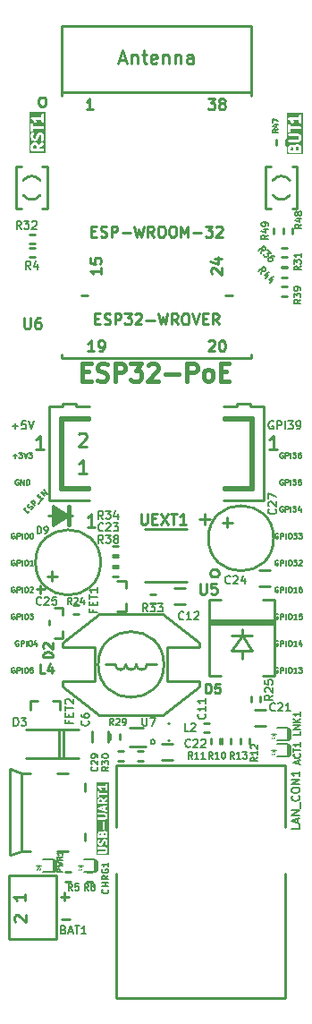
<source format=gbr>
%TF.GenerationSoftware,KiCad,Pcbnew,7.0.9-7.0.9~ubuntu22.04.1*%
%TF.CreationDate,2025-02-21T13:43:35+02:00*%
%TF.ProjectId,ESP32-PoE_Rev_M,45535033-322d-4506-9f45-5f5265765f4d,M*%
%TF.SameCoordinates,PX55f9470PYa244870*%
%TF.FileFunction,Legend,Top*%
%TF.FilePolarity,Positive*%
%FSLAX46Y46*%
G04 Gerber Fmt 4.6, Leading zero omitted, Abs format (unit mm)*
G04 Created by KiCad (PCBNEW 7.0.9-7.0.9~ubuntu22.04.1) date 2025-02-21 13:43:35*
%MOMM*%
%LPD*%
G01*
G04 APERTURE LIST*
%ADD10C,0.254000*%
%ADD11C,0.190500*%
%ADD12C,0.127000*%
%ADD13C,0.412750*%
%ADD14C,0.222250*%
%ADD15C,0.158750*%
%ADD16C,0.228600*%
%ADD17C,0.050000*%
%ADD18C,0.100000*%
%ADD19C,0.600000*%
G04 APERTURE END LIST*
D10*
X25401857Y46258682D02*
X24676142Y46258682D01*
X25038999Y46258682D02*
X25038999Y47528682D01*
X25038999Y47528682D02*
X24918047Y47347254D01*
X24918047Y47347254D02*
X24797095Y47226301D01*
X24797095Y47226301D02*
X24676142Y47165825D01*
D11*
X310285Y48431676D02*
X890857Y48431676D01*
X600571Y48141391D02*
X600571Y48721962D01*
X1616571Y48903391D02*
X1253714Y48903391D01*
X1253714Y48903391D02*
X1217428Y48540534D01*
X1217428Y48540534D02*
X1253714Y48576819D01*
X1253714Y48576819D02*
X1326286Y48613105D01*
X1326286Y48613105D02*
X1507714Y48613105D01*
X1507714Y48613105D02*
X1580286Y48576819D01*
X1580286Y48576819D02*
X1616571Y48540534D01*
X1616571Y48540534D02*
X1652857Y48467962D01*
X1652857Y48467962D02*
X1652857Y48286534D01*
X1652857Y48286534D02*
X1616571Y48213962D01*
X1616571Y48213962D02*
X1580286Y48177676D01*
X1580286Y48177676D02*
X1507714Y48141391D01*
X1507714Y48141391D02*
X1326286Y48141391D01*
X1326286Y48141391D02*
X1253714Y48177676D01*
X1253714Y48177676D02*
X1217428Y48213962D01*
X1870571Y48903391D02*
X2124571Y48141391D01*
X2124571Y48141391D02*
X2378571Y48903391D01*
D12*
X394952Y45591618D02*
X782000Y45591618D01*
X588476Y45398094D02*
X588476Y45785142D01*
X975523Y45906094D02*
X1289999Y45906094D01*
X1289999Y45906094D02*
X1120666Y45712570D01*
X1120666Y45712570D02*
X1193237Y45712570D01*
X1193237Y45712570D02*
X1241618Y45688380D01*
X1241618Y45688380D02*
X1265809Y45664189D01*
X1265809Y45664189D02*
X1289999Y45615808D01*
X1289999Y45615808D02*
X1289999Y45494856D01*
X1289999Y45494856D02*
X1265809Y45446475D01*
X1265809Y45446475D02*
X1241618Y45422284D01*
X1241618Y45422284D02*
X1193237Y45398094D01*
X1193237Y45398094D02*
X1048094Y45398094D01*
X1048094Y45398094D02*
X999713Y45422284D01*
X999713Y45422284D02*
X975523Y45446475D01*
X1435142Y45906094D02*
X1604476Y45398094D01*
X1604476Y45398094D02*
X1773809Y45906094D01*
X1894762Y45906094D02*
X2209238Y45906094D01*
X2209238Y45906094D02*
X2039905Y45712570D01*
X2039905Y45712570D02*
X2112476Y45712570D01*
X2112476Y45712570D02*
X2160857Y45688380D01*
X2160857Y45688380D02*
X2185048Y45664189D01*
X2185048Y45664189D02*
X2209238Y45615808D01*
X2209238Y45615808D02*
X2209238Y45494856D01*
X2209238Y45494856D02*
X2185048Y45446475D01*
X2185048Y45446475D02*
X2160857Y45422284D01*
X2160857Y45422284D02*
X2112476Y45398094D01*
X2112476Y45398094D02*
X1967333Y45398094D01*
X1967333Y45398094D02*
X1918952Y45422284D01*
X1918952Y45422284D02*
X1894762Y45446475D01*
X902952Y43341904D02*
X854571Y43366094D01*
X854571Y43366094D02*
X782000Y43366094D01*
X782000Y43366094D02*
X709428Y43341904D01*
X709428Y43341904D02*
X661047Y43293523D01*
X661047Y43293523D02*
X636857Y43245142D01*
X636857Y43245142D02*
X612666Y43148380D01*
X612666Y43148380D02*
X612666Y43075808D01*
X612666Y43075808D02*
X636857Y42979046D01*
X636857Y42979046D02*
X661047Y42930665D01*
X661047Y42930665D02*
X709428Y42882284D01*
X709428Y42882284D02*
X782000Y42858094D01*
X782000Y42858094D02*
X830381Y42858094D01*
X830381Y42858094D02*
X902952Y42882284D01*
X902952Y42882284D02*
X927143Y42906475D01*
X927143Y42906475D02*
X927143Y43075808D01*
X927143Y43075808D02*
X830381Y43075808D01*
X1144857Y42858094D02*
X1144857Y43366094D01*
X1144857Y43366094D02*
X1435143Y42858094D01*
X1435143Y42858094D02*
X1435143Y43366094D01*
X1677047Y42858094D02*
X1677047Y43366094D01*
X1677047Y43366094D02*
X1797999Y43366094D01*
X1797999Y43366094D02*
X1870571Y43341904D01*
X1870571Y43341904D02*
X1918952Y43293523D01*
X1918952Y43293523D02*
X1943142Y43245142D01*
X1943142Y43245142D02*
X1967333Y43148380D01*
X1967333Y43148380D02*
X1967333Y43075808D01*
X1967333Y43075808D02*
X1943142Y42979046D01*
X1943142Y42979046D02*
X1918952Y42930665D01*
X1918952Y42930665D02*
X1870571Y42882284D01*
X1870571Y42882284D02*
X1797999Y42858094D01*
X1797999Y42858094D02*
X1677047Y42858094D01*
X1618219Y40381920D02*
X1737955Y40501656D01*
X1977429Y40364814D02*
X1806376Y40193762D01*
X1806376Y40193762D02*
X1447166Y40552972D01*
X1447166Y40552972D02*
X1618219Y40724025D01*
X2097166Y40518761D02*
X2165587Y40552972D01*
X2165587Y40552972D02*
X2251113Y40638498D01*
X2251113Y40638498D02*
X2268218Y40689814D01*
X2268218Y40689814D02*
X2268218Y40724024D01*
X2268218Y40724024D02*
X2251113Y40775340D01*
X2251113Y40775340D02*
X2216902Y40809551D01*
X2216902Y40809551D02*
X2165587Y40826656D01*
X2165587Y40826656D02*
X2131376Y40826656D01*
X2131376Y40826656D02*
X2080060Y40809551D01*
X2080060Y40809551D02*
X1994534Y40758235D01*
X1994534Y40758235D02*
X1943218Y40741130D01*
X1943218Y40741130D02*
X1909008Y40741130D01*
X1909008Y40741130D02*
X1857692Y40758235D01*
X1857692Y40758235D02*
X1823482Y40792445D01*
X1823482Y40792445D02*
X1806376Y40843761D01*
X1806376Y40843761D02*
X1806376Y40877972D01*
X1806376Y40877972D02*
X1823482Y40929287D01*
X1823482Y40929287D02*
X1909008Y41014814D01*
X1909008Y41014814D02*
X1977429Y41049024D01*
X2473481Y40860867D02*
X2114271Y41220077D01*
X2114271Y41220077D02*
X2251113Y41356919D01*
X2251113Y41356919D02*
X2302429Y41374024D01*
X2302429Y41374024D02*
X2336639Y41374024D01*
X2336639Y41374024D02*
X2387955Y41356919D01*
X2387955Y41356919D02*
X2439271Y41305603D01*
X2439271Y41305603D02*
X2456376Y41254288D01*
X2456376Y41254288D02*
X2456376Y41220077D01*
X2456376Y41220077D02*
X2439271Y41168761D01*
X2439271Y41168761D02*
X2302429Y41031919D01*
X2781376Y41100340D02*
X3055060Y41374024D01*
X2918218Y41681919D02*
X3037955Y41801656D01*
X3277428Y41664814D02*
X3106376Y41493761D01*
X3106376Y41493761D02*
X2747166Y41852972D01*
X2747166Y41852972D02*
X2918218Y42024024D01*
X3431376Y41818761D02*
X3072165Y42177971D01*
X3072165Y42177971D02*
X3636639Y42024024D01*
X3636639Y42024024D02*
X3277428Y42383234D01*
X540095Y38261904D02*
X491714Y38286094D01*
X491714Y38286094D02*
X419143Y38286094D01*
X419143Y38286094D02*
X346571Y38261904D01*
X346571Y38261904D02*
X298190Y38213523D01*
X298190Y38213523D02*
X274000Y38165142D01*
X274000Y38165142D02*
X249809Y38068380D01*
X249809Y38068380D02*
X249809Y37995808D01*
X249809Y37995808D02*
X274000Y37899046D01*
X274000Y37899046D02*
X298190Y37850665D01*
X298190Y37850665D02*
X346571Y37802284D01*
X346571Y37802284D02*
X419143Y37778094D01*
X419143Y37778094D02*
X467524Y37778094D01*
X467524Y37778094D02*
X540095Y37802284D01*
X540095Y37802284D02*
X564286Y37826475D01*
X564286Y37826475D02*
X564286Y37995808D01*
X564286Y37995808D02*
X467524Y37995808D01*
X782000Y37778094D02*
X782000Y38286094D01*
X782000Y38286094D02*
X975524Y38286094D01*
X975524Y38286094D02*
X1023905Y38261904D01*
X1023905Y38261904D02*
X1048095Y38237713D01*
X1048095Y38237713D02*
X1072286Y38189332D01*
X1072286Y38189332D02*
X1072286Y38116761D01*
X1072286Y38116761D02*
X1048095Y38068380D01*
X1048095Y38068380D02*
X1023905Y38044189D01*
X1023905Y38044189D02*
X975524Y38019999D01*
X975524Y38019999D02*
X782000Y38019999D01*
X1290000Y37778094D02*
X1290000Y38286094D01*
X1628667Y38286094D02*
X1725429Y38286094D01*
X1725429Y38286094D02*
X1773810Y38261904D01*
X1773810Y38261904D02*
X1822191Y38213523D01*
X1822191Y38213523D02*
X1846381Y38116761D01*
X1846381Y38116761D02*
X1846381Y37947427D01*
X1846381Y37947427D02*
X1822191Y37850665D01*
X1822191Y37850665D02*
X1773810Y37802284D01*
X1773810Y37802284D02*
X1725429Y37778094D01*
X1725429Y37778094D02*
X1628667Y37778094D01*
X1628667Y37778094D02*
X1580286Y37802284D01*
X1580286Y37802284D02*
X1531905Y37850665D01*
X1531905Y37850665D02*
X1507714Y37947427D01*
X1507714Y37947427D02*
X1507714Y38116761D01*
X1507714Y38116761D02*
X1531905Y38213523D01*
X1531905Y38213523D02*
X1580286Y38261904D01*
X1580286Y38261904D02*
X1628667Y38286094D01*
X2160857Y38286094D02*
X2209238Y38286094D01*
X2209238Y38286094D02*
X2257619Y38261904D01*
X2257619Y38261904D02*
X2281809Y38237713D01*
X2281809Y38237713D02*
X2306000Y38189332D01*
X2306000Y38189332D02*
X2330190Y38092570D01*
X2330190Y38092570D02*
X2330190Y37971618D01*
X2330190Y37971618D02*
X2306000Y37874856D01*
X2306000Y37874856D02*
X2281809Y37826475D01*
X2281809Y37826475D02*
X2257619Y37802284D01*
X2257619Y37802284D02*
X2209238Y37778094D01*
X2209238Y37778094D02*
X2160857Y37778094D01*
X2160857Y37778094D02*
X2112476Y37802284D01*
X2112476Y37802284D02*
X2088285Y37826475D01*
X2088285Y37826475D02*
X2064095Y37874856D01*
X2064095Y37874856D02*
X2039904Y37971618D01*
X2039904Y37971618D02*
X2039904Y38092570D01*
X2039904Y38092570D02*
X2064095Y38189332D01*
X2064095Y38189332D02*
X2088285Y38237713D01*
X2088285Y38237713D02*
X2112476Y38261904D01*
X2112476Y38261904D02*
X2160857Y38286094D01*
X540095Y35721904D02*
X491714Y35746094D01*
X491714Y35746094D02*
X419143Y35746094D01*
X419143Y35746094D02*
X346571Y35721904D01*
X346571Y35721904D02*
X298190Y35673523D01*
X298190Y35673523D02*
X274000Y35625142D01*
X274000Y35625142D02*
X249809Y35528380D01*
X249809Y35528380D02*
X249809Y35455808D01*
X249809Y35455808D02*
X274000Y35359046D01*
X274000Y35359046D02*
X298190Y35310665D01*
X298190Y35310665D02*
X346571Y35262284D01*
X346571Y35262284D02*
X419143Y35238094D01*
X419143Y35238094D02*
X467524Y35238094D01*
X467524Y35238094D02*
X540095Y35262284D01*
X540095Y35262284D02*
X564286Y35286475D01*
X564286Y35286475D02*
X564286Y35455808D01*
X564286Y35455808D02*
X467524Y35455808D01*
X782000Y35238094D02*
X782000Y35746094D01*
X782000Y35746094D02*
X975524Y35746094D01*
X975524Y35746094D02*
X1023905Y35721904D01*
X1023905Y35721904D02*
X1048095Y35697713D01*
X1048095Y35697713D02*
X1072286Y35649332D01*
X1072286Y35649332D02*
X1072286Y35576761D01*
X1072286Y35576761D02*
X1048095Y35528380D01*
X1048095Y35528380D02*
X1023905Y35504189D01*
X1023905Y35504189D02*
X975524Y35479999D01*
X975524Y35479999D02*
X782000Y35479999D01*
X1290000Y35238094D02*
X1290000Y35746094D01*
X1628667Y35746094D02*
X1725429Y35746094D01*
X1725429Y35746094D02*
X1773810Y35721904D01*
X1773810Y35721904D02*
X1822191Y35673523D01*
X1822191Y35673523D02*
X1846381Y35576761D01*
X1846381Y35576761D02*
X1846381Y35407427D01*
X1846381Y35407427D02*
X1822191Y35310665D01*
X1822191Y35310665D02*
X1773810Y35262284D01*
X1773810Y35262284D02*
X1725429Y35238094D01*
X1725429Y35238094D02*
X1628667Y35238094D01*
X1628667Y35238094D02*
X1580286Y35262284D01*
X1580286Y35262284D02*
X1531905Y35310665D01*
X1531905Y35310665D02*
X1507714Y35407427D01*
X1507714Y35407427D02*
X1507714Y35576761D01*
X1507714Y35576761D02*
X1531905Y35673523D01*
X1531905Y35673523D02*
X1580286Y35721904D01*
X1580286Y35721904D02*
X1628667Y35746094D01*
X2330190Y35238094D02*
X2039904Y35238094D01*
X2185047Y35238094D02*
X2185047Y35746094D01*
X2185047Y35746094D02*
X2136666Y35673523D01*
X2136666Y35673523D02*
X2088285Y35625142D01*
X2088285Y35625142D02*
X2039904Y35600951D01*
X540095Y33181904D02*
X491714Y33206094D01*
X491714Y33206094D02*
X419143Y33206094D01*
X419143Y33206094D02*
X346571Y33181904D01*
X346571Y33181904D02*
X298190Y33133523D01*
X298190Y33133523D02*
X274000Y33085142D01*
X274000Y33085142D02*
X249809Y32988380D01*
X249809Y32988380D02*
X249809Y32915808D01*
X249809Y32915808D02*
X274000Y32819046D01*
X274000Y32819046D02*
X298190Y32770665D01*
X298190Y32770665D02*
X346571Y32722284D01*
X346571Y32722284D02*
X419143Y32698094D01*
X419143Y32698094D02*
X467524Y32698094D01*
X467524Y32698094D02*
X540095Y32722284D01*
X540095Y32722284D02*
X564286Y32746475D01*
X564286Y32746475D02*
X564286Y32915808D01*
X564286Y32915808D02*
X467524Y32915808D01*
X782000Y32698094D02*
X782000Y33206094D01*
X782000Y33206094D02*
X975524Y33206094D01*
X975524Y33206094D02*
X1023905Y33181904D01*
X1023905Y33181904D02*
X1048095Y33157713D01*
X1048095Y33157713D02*
X1072286Y33109332D01*
X1072286Y33109332D02*
X1072286Y33036761D01*
X1072286Y33036761D02*
X1048095Y32988380D01*
X1048095Y32988380D02*
X1023905Y32964189D01*
X1023905Y32964189D02*
X975524Y32939999D01*
X975524Y32939999D02*
X782000Y32939999D01*
X1290000Y32698094D02*
X1290000Y33206094D01*
X1628667Y33206094D02*
X1725429Y33206094D01*
X1725429Y33206094D02*
X1773810Y33181904D01*
X1773810Y33181904D02*
X1822191Y33133523D01*
X1822191Y33133523D02*
X1846381Y33036761D01*
X1846381Y33036761D02*
X1846381Y32867427D01*
X1846381Y32867427D02*
X1822191Y32770665D01*
X1822191Y32770665D02*
X1773810Y32722284D01*
X1773810Y32722284D02*
X1725429Y32698094D01*
X1725429Y32698094D02*
X1628667Y32698094D01*
X1628667Y32698094D02*
X1580286Y32722284D01*
X1580286Y32722284D02*
X1531905Y32770665D01*
X1531905Y32770665D02*
X1507714Y32867427D01*
X1507714Y32867427D02*
X1507714Y33036761D01*
X1507714Y33036761D02*
X1531905Y33133523D01*
X1531905Y33133523D02*
X1580286Y33181904D01*
X1580286Y33181904D02*
X1628667Y33206094D01*
X2039904Y33157713D02*
X2064095Y33181904D01*
X2064095Y33181904D02*
X2112476Y33206094D01*
X2112476Y33206094D02*
X2233428Y33206094D01*
X2233428Y33206094D02*
X2281809Y33181904D01*
X2281809Y33181904D02*
X2306000Y33157713D01*
X2306000Y33157713D02*
X2330190Y33109332D01*
X2330190Y33109332D02*
X2330190Y33060951D01*
X2330190Y33060951D02*
X2306000Y32988380D01*
X2306000Y32988380D02*
X2015714Y32698094D01*
X2015714Y32698094D02*
X2330190Y32698094D01*
X540095Y30641904D02*
X491714Y30666094D01*
X491714Y30666094D02*
X419143Y30666094D01*
X419143Y30666094D02*
X346571Y30641904D01*
X346571Y30641904D02*
X298190Y30593523D01*
X298190Y30593523D02*
X274000Y30545142D01*
X274000Y30545142D02*
X249809Y30448380D01*
X249809Y30448380D02*
X249809Y30375808D01*
X249809Y30375808D02*
X274000Y30279046D01*
X274000Y30279046D02*
X298190Y30230665D01*
X298190Y30230665D02*
X346571Y30182284D01*
X346571Y30182284D02*
X419143Y30158094D01*
X419143Y30158094D02*
X467524Y30158094D01*
X467524Y30158094D02*
X540095Y30182284D01*
X540095Y30182284D02*
X564286Y30206475D01*
X564286Y30206475D02*
X564286Y30375808D01*
X564286Y30375808D02*
X467524Y30375808D01*
X782000Y30158094D02*
X782000Y30666094D01*
X782000Y30666094D02*
X975524Y30666094D01*
X975524Y30666094D02*
X1023905Y30641904D01*
X1023905Y30641904D02*
X1048095Y30617713D01*
X1048095Y30617713D02*
X1072286Y30569332D01*
X1072286Y30569332D02*
X1072286Y30496761D01*
X1072286Y30496761D02*
X1048095Y30448380D01*
X1048095Y30448380D02*
X1023905Y30424189D01*
X1023905Y30424189D02*
X975524Y30399999D01*
X975524Y30399999D02*
X782000Y30399999D01*
X1290000Y30158094D02*
X1290000Y30666094D01*
X1628667Y30666094D02*
X1725429Y30666094D01*
X1725429Y30666094D02*
X1773810Y30641904D01*
X1773810Y30641904D02*
X1822191Y30593523D01*
X1822191Y30593523D02*
X1846381Y30496761D01*
X1846381Y30496761D02*
X1846381Y30327427D01*
X1846381Y30327427D02*
X1822191Y30230665D01*
X1822191Y30230665D02*
X1773810Y30182284D01*
X1773810Y30182284D02*
X1725429Y30158094D01*
X1725429Y30158094D02*
X1628667Y30158094D01*
X1628667Y30158094D02*
X1580286Y30182284D01*
X1580286Y30182284D02*
X1531905Y30230665D01*
X1531905Y30230665D02*
X1507714Y30327427D01*
X1507714Y30327427D02*
X1507714Y30496761D01*
X1507714Y30496761D02*
X1531905Y30593523D01*
X1531905Y30593523D02*
X1580286Y30641904D01*
X1580286Y30641904D02*
X1628667Y30666094D01*
X2015714Y30666094D02*
X2330190Y30666094D01*
X2330190Y30666094D02*
X2160857Y30472570D01*
X2160857Y30472570D02*
X2233428Y30472570D01*
X2233428Y30472570D02*
X2281809Y30448380D01*
X2281809Y30448380D02*
X2306000Y30424189D01*
X2306000Y30424189D02*
X2330190Y30375808D01*
X2330190Y30375808D02*
X2330190Y30254856D01*
X2330190Y30254856D02*
X2306000Y30206475D01*
X2306000Y30206475D02*
X2281809Y30182284D01*
X2281809Y30182284D02*
X2233428Y30158094D01*
X2233428Y30158094D02*
X2088285Y30158094D01*
X2088285Y30158094D02*
X2039904Y30182284D01*
X2039904Y30182284D02*
X2015714Y30206475D01*
X921095Y28101904D02*
X872714Y28126094D01*
X872714Y28126094D02*
X800143Y28126094D01*
X800143Y28126094D02*
X727571Y28101904D01*
X727571Y28101904D02*
X679190Y28053523D01*
X679190Y28053523D02*
X655000Y28005142D01*
X655000Y28005142D02*
X630809Y27908380D01*
X630809Y27908380D02*
X630809Y27835808D01*
X630809Y27835808D02*
X655000Y27739046D01*
X655000Y27739046D02*
X679190Y27690665D01*
X679190Y27690665D02*
X727571Y27642284D01*
X727571Y27642284D02*
X800143Y27618094D01*
X800143Y27618094D02*
X848524Y27618094D01*
X848524Y27618094D02*
X921095Y27642284D01*
X921095Y27642284D02*
X945286Y27666475D01*
X945286Y27666475D02*
X945286Y27835808D01*
X945286Y27835808D02*
X848524Y27835808D01*
X1163000Y27618094D02*
X1163000Y28126094D01*
X1163000Y28126094D02*
X1356524Y28126094D01*
X1356524Y28126094D02*
X1404905Y28101904D01*
X1404905Y28101904D02*
X1429095Y28077713D01*
X1429095Y28077713D02*
X1453286Y28029332D01*
X1453286Y28029332D02*
X1453286Y27956761D01*
X1453286Y27956761D02*
X1429095Y27908380D01*
X1429095Y27908380D02*
X1404905Y27884189D01*
X1404905Y27884189D02*
X1356524Y27859999D01*
X1356524Y27859999D02*
X1163000Y27859999D01*
X1671000Y27618094D02*
X1671000Y28126094D01*
X2009667Y28126094D02*
X2106429Y28126094D01*
X2106429Y28126094D02*
X2154810Y28101904D01*
X2154810Y28101904D02*
X2203191Y28053523D01*
X2203191Y28053523D02*
X2227381Y27956761D01*
X2227381Y27956761D02*
X2227381Y27787427D01*
X2227381Y27787427D02*
X2203191Y27690665D01*
X2203191Y27690665D02*
X2154810Y27642284D01*
X2154810Y27642284D02*
X2106429Y27618094D01*
X2106429Y27618094D02*
X2009667Y27618094D01*
X2009667Y27618094D02*
X1961286Y27642284D01*
X1961286Y27642284D02*
X1912905Y27690665D01*
X1912905Y27690665D02*
X1888714Y27787427D01*
X1888714Y27787427D02*
X1888714Y27956761D01*
X1888714Y27956761D02*
X1912905Y28053523D01*
X1912905Y28053523D02*
X1961286Y28101904D01*
X1961286Y28101904D02*
X2009667Y28126094D01*
X2662809Y27956761D02*
X2662809Y27618094D01*
X2541857Y28150284D02*
X2420904Y27787427D01*
X2420904Y27787427D02*
X2735381Y27787427D01*
X540095Y25561904D02*
X491714Y25586094D01*
X491714Y25586094D02*
X419143Y25586094D01*
X419143Y25586094D02*
X346571Y25561904D01*
X346571Y25561904D02*
X298190Y25513523D01*
X298190Y25513523D02*
X274000Y25465142D01*
X274000Y25465142D02*
X249809Y25368380D01*
X249809Y25368380D02*
X249809Y25295808D01*
X249809Y25295808D02*
X274000Y25199046D01*
X274000Y25199046D02*
X298190Y25150665D01*
X298190Y25150665D02*
X346571Y25102284D01*
X346571Y25102284D02*
X419143Y25078094D01*
X419143Y25078094D02*
X467524Y25078094D01*
X467524Y25078094D02*
X540095Y25102284D01*
X540095Y25102284D02*
X564286Y25126475D01*
X564286Y25126475D02*
X564286Y25295808D01*
X564286Y25295808D02*
X467524Y25295808D01*
X782000Y25078094D02*
X782000Y25586094D01*
X782000Y25586094D02*
X975524Y25586094D01*
X975524Y25586094D02*
X1023905Y25561904D01*
X1023905Y25561904D02*
X1048095Y25537713D01*
X1048095Y25537713D02*
X1072286Y25489332D01*
X1072286Y25489332D02*
X1072286Y25416761D01*
X1072286Y25416761D02*
X1048095Y25368380D01*
X1048095Y25368380D02*
X1023905Y25344189D01*
X1023905Y25344189D02*
X975524Y25319999D01*
X975524Y25319999D02*
X782000Y25319999D01*
X1290000Y25078094D02*
X1290000Y25586094D01*
X1628667Y25586094D02*
X1725429Y25586094D01*
X1725429Y25586094D02*
X1773810Y25561904D01*
X1773810Y25561904D02*
X1822191Y25513523D01*
X1822191Y25513523D02*
X1846381Y25416761D01*
X1846381Y25416761D02*
X1846381Y25247427D01*
X1846381Y25247427D02*
X1822191Y25150665D01*
X1822191Y25150665D02*
X1773810Y25102284D01*
X1773810Y25102284D02*
X1725429Y25078094D01*
X1725429Y25078094D02*
X1628667Y25078094D01*
X1628667Y25078094D02*
X1580286Y25102284D01*
X1580286Y25102284D02*
X1531905Y25150665D01*
X1531905Y25150665D02*
X1507714Y25247427D01*
X1507714Y25247427D02*
X1507714Y25416761D01*
X1507714Y25416761D02*
X1531905Y25513523D01*
X1531905Y25513523D02*
X1580286Y25561904D01*
X1580286Y25561904D02*
X1628667Y25586094D01*
X2306000Y25586094D02*
X2064095Y25586094D01*
X2064095Y25586094D02*
X2039904Y25344189D01*
X2039904Y25344189D02*
X2064095Y25368380D01*
X2064095Y25368380D02*
X2112476Y25392570D01*
X2112476Y25392570D02*
X2233428Y25392570D01*
X2233428Y25392570D02*
X2281809Y25368380D01*
X2281809Y25368380D02*
X2306000Y25344189D01*
X2306000Y25344189D02*
X2330190Y25295808D01*
X2330190Y25295808D02*
X2330190Y25174856D01*
X2330190Y25174856D02*
X2306000Y25126475D01*
X2306000Y25126475D02*
X2281809Y25102284D01*
X2281809Y25102284D02*
X2233428Y25078094D01*
X2233428Y25078094D02*
X2112476Y25078094D01*
X2112476Y25078094D02*
X2064095Y25102284D01*
X2064095Y25102284D02*
X2039904Y25126475D01*
X25507690Y25561904D02*
X25459309Y25586094D01*
X25459309Y25586094D02*
X25386738Y25586094D01*
X25386738Y25586094D02*
X25314166Y25561904D01*
X25314166Y25561904D02*
X25265785Y25513523D01*
X25265785Y25513523D02*
X25241595Y25465142D01*
X25241595Y25465142D02*
X25217404Y25368380D01*
X25217404Y25368380D02*
X25217404Y25295808D01*
X25217404Y25295808D02*
X25241595Y25199046D01*
X25241595Y25199046D02*
X25265785Y25150665D01*
X25265785Y25150665D02*
X25314166Y25102284D01*
X25314166Y25102284D02*
X25386738Y25078094D01*
X25386738Y25078094D02*
X25435119Y25078094D01*
X25435119Y25078094D02*
X25507690Y25102284D01*
X25507690Y25102284D02*
X25531881Y25126475D01*
X25531881Y25126475D02*
X25531881Y25295808D01*
X25531881Y25295808D02*
X25435119Y25295808D01*
X25749595Y25078094D02*
X25749595Y25586094D01*
X25749595Y25586094D02*
X25943119Y25586094D01*
X25943119Y25586094D02*
X25991500Y25561904D01*
X25991500Y25561904D02*
X26015690Y25537713D01*
X26015690Y25537713D02*
X26039881Y25489332D01*
X26039881Y25489332D02*
X26039881Y25416761D01*
X26039881Y25416761D02*
X26015690Y25368380D01*
X26015690Y25368380D02*
X25991500Y25344189D01*
X25991500Y25344189D02*
X25943119Y25319999D01*
X25943119Y25319999D02*
X25749595Y25319999D01*
X26257595Y25078094D02*
X26257595Y25586094D01*
X26596262Y25586094D02*
X26693024Y25586094D01*
X26693024Y25586094D02*
X26741405Y25561904D01*
X26741405Y25561904D02*
X26789786Y25513523D01*
X26789786Y25513523D02*
X26813976Y25416761D01*
X26813976Y25416761D02*
X26813976Y25247427D01*
X26813976Y25247427D02*
X26789786Y25150665D01*
X26789786Y25150665D02*
X26741405Y25102284D01*
X26741405Y25102284D02*
X26693024Y25078094D01*
X26693024Y25078094D02*
X26596262Y25078094D01*
X26596262Y25078094D02*
X26547881Y25102284D01*
X26547881Y25102284D02*
X26499500Y25150665D01*
X26499500Y25150665D02*
X26475309Y25247427D01*
X26475309Y25247427D02*
X26475309Y25416761D01*
X26475309Y25416761D02*
X26499500Y25513523D01*
X26499500Y25513523D02*
X26547881Y25561904D01*
X26547881Y25561904D02*
X26596262Y25586094D01*
X27297785Y25078094D02*
X27007499Y25078094D01*
X27152642Y25078094D02*
X27152642Y25586094D01*
X27152642Y25586094D02*
X27104261Y25513523D01*
X27104261Y25513523D02*
X27055880Y25465142D01*
X27055880Y25465142D02*
X27007499Y25440951D01*
X27467119Y25586094D02*
X27781595Y25586094D01*
X27781595Y25586094D02*
X27612262Y25392570D01*
X27612262Y25392570D02*
X27684833Y25392570D01*
X27684833Y25392570D02*
X27733214Y25368380D01*
X27733214Y25368380D02*
X27757405Y25344189D01*
X27757405Y25344189D02*
X27781595Y25295808D01*
X27781595Y25295808D02*
X27781595Y25174856D01*
X27781595Y25174856D02*
X27757405Y25126475D01*
X27757405Y25126475D02*
X27733214Y25102284D01*
X27733214Y25102284D02*
X27684833Y25078094D01*
X27684833Y25078094D02*
X27539690Y25078094D01*
X27539690Y25078094D02*
X27491309Y25102284D01*
X27491309Y25102284D02*
X27467119Y25126475D01*
X25507690Y28101904D02*
X25459309Y28126094D01*
X25459309Y28126094D02*
X25386738Y28126094D01*
X25386738Y28126094D02*
X25314166Y28101904D01*
X25314166Y28101904D02*
X25265785Y28053523D01*
X25265785Y28053523D02*
X25241595Y28005142D01*
X25241595Y28005142D02*
X25217404Y27908380D01*
X25217404Y27908380D02*
X25217404Y27835808D01*
X25217404Y27835808D02*
X25241595Y27739046D01*
X25241595Y27739046D02*
X25265785Y27690665D01*
X25265785Y27690665D02*
X25314166Y27642284D01*
X25314166Y27642284D02*
X25386738Y27618094D01*
X25386738Y27618094D02*
X25435119Y27618094D01*
X25435119Y27618094D02*
X25507690Y27642284D01*
X25507690Y27642284D02*
X25531881Y27666475D01*
X25531881Y27666475D02*
X25531881Y27835808D01*
X25531881Y27835808D02*
X25435119Y27835808D01*
X25749595Y27618094D02*
X25749595Y28126094D01*
X25749595Y28126094D02*
X25943119Y28126094D01*
X25943119Y28126094D02*
X25991500Y28101904D01*
X25991500Y28101904D02*
X26015690Y28077713D01*
X26015690Y28077713D02*
X26039881Y28029332D01*
X26039881Y28029332D02*
X26039881Y27956761D01*
X26039881Y27956761D02*
X26015690Y27908380D01*
X26015690Y27908380D02*
X25991500Y27884189D01*
X25991500Y27884189D02*
X25943119Y27859999D01*
X25943119Y27859999D02*
X25749595Y27859999D01*
X26257595Y27618094D02*
X26257595Y28126094D01*
X26596262Y28126094D02*
X26693024Y28126094D01*
X26693024Y28126094D02*
X26741405Y28101904D01*
X26741405Y28101904D02*
X26789786Y28053523D01*
X26789786Y28053523D02*
X26813976Y27956761D01*
X26813976Y27956761D02*
X26813976Y27787427D01*
X26813976Y27787427D02*
X26789786Y27690665D01*
X26789786Y27690665D02*
X26741405Y27642284D01*
X26741405Y27642284D02*
X26693024Y27618094D01*
X26693024Y27618094D02*
X26596262Y27618094D01*
X26596262Y27618094D02*
X26547881Y27642284D01*
X26547881Y27642284D02*
X26499500Y27690665D01*
X26499500Y27690665D02*
X26475309Y27787427D01*
X26475309Y27787427D02*
X26475309Y27956761D01*
X26475309Y27956761D02*
X26499500Y28053523D01*
X26499500Y28053523D02*
X26547881Y28101904D01*
X26547881Y28101904D02*
X26596262Y28126094D01*
X27297785Y27618094D02*
X27007499Y27618094D01*
X27152642Y27618094D02*
X27152642Y28126094D01*
X27152642Y28126094D02*
X27104261Y28053523D01*
X27104261Y28053523D02*
X27055880Y28005142D01*
X27055880Y28005142D02*
X27007499Y27980951D01*
X27733214Y27956761D02*
X27733214Y27618094D01*
X27612262Y28150284D02*
X27491309Y27787427D01*
X27491309Y27787427D02*
X27805786Y27787427D01*
X25507690Y30641904D02*
X25459309Y30666094D01*
X25459309Y30666094D02*
X25386738Y30666094D01*
X25386738Y30666094D02*
X25314166Y30641904D01*
X25314166Y30641904D02*
X25265785Y30593523D01*
X25265785Y30593523D02*
X25241595Y30545142D01*
X25241595Y30545142D02*
X25217404Y30448380D01*
X25217404Y30448380D02*
X25217404Y30375808D01*
X25217404Y30375808D02*
X25241595Y30279046D01*
X25241595Y30279046D02*
X25265785Y30230665D01*
X25265785Y30230665D02*
X25314166Y30182284D01*
X25314166Y30182284D02*
X25386738Y30158094D01*
X25386738Y30158094D02*
X25435119Y30158094D01*
X25435119Y30158094D02*
X25507690Y30182284D01*
X25507690Y30182284D02*
X25531881Y30206475D01*
X25531881Y30206475D02*
X25531881Y30375808D01*
X25531881Y30375808D02*
X25435119Y30375808D01*
X25749595Y30158094D02*
X25749595Y30666094D01*
X25749595Y30666094D02*
X25943119Y30666094D01*
X25943119Y30666094D02*
X25991500Y30641904D01*
X25991500Y30641904D02*
X26015690Y30617713D01*
X26015690Y30617713D02*
X26039881Y30569332D01*
X26039881Y30569332D02*
X26039881Y30496761D01*
X26039881Y30496761D02*
X26015690Y30448380D01*
X26015690Y30448380D02*
X25991500Y30424189D01*
X25991500Y30424189D02*
X25943119Y30399999D01*
X25943119Y30399999D02*
X25749595Y30399999D01*
X26257595Y30158094D02*
X26257595Y30666094D01*
X26596262Y30666094D02*
X26693024Y30666094D01*
X26693024Y30666094D02*
X26741405Y30641904D01*
X26741405Y30641904D02*
X26789786Y30593523D01*
X26789786Y30593523D02*
X26813976Y30496761D01*
X26813976Y30496761D02*
X26813976Y30327427D01*
X26813976Y30327427D02*
X26789786Y30230665D01*
X26789786Y30230665D02*
X26741405Y30182284D01*
X26741405Y30182284D02*
X26693024Y30158094D01*
X26693024Y30158094D02*
X26596262Y30158094D01*
X26596262Y30158094D02*
X26547881Y30182284D01*
X26547881Y30182284D02*
X26499500Y30230665D01*
X26499500Y30230665D02*
X26475309Y30327427D01*
X26475309Y30327427D02*
X26475309Y30496761D01*
X26475309Y30496761D02*
X26499500Y30593523D01*
X26499500Y30593523D02*
X26547881Y30641904D01*
X26547881Y30641904D02*
X26596262Y30666094D01*
X27297785Y30158094D02*
X27007499Y30158094D01*
X27152642Y30158094D02*
X27152642Y30666094D01*
X27152642Y30666094D02*
X27104261Y30593523D01*
X27104261Y30593523D02*
X27055880Y30545142D01*
X27055880Y30545142D02*
X27007499Y30520951D01*
X27757405Y30666094D02*
X27515500Y30666094D01*
X27515500Y30666094D02*
X27491309Y30424189D01*
X27491309Y30424189D02*
X27515500Y30448380D01*
X27515500Y30448380D02*
X27563881Y30472570D01*
X27563881Y30472570D02*
X27684833Y30472570D01*
X27684833Y30472570D02*
X27733214Y30448380D01*
X27733214Y30448380D02*
X27757405Y30424189D01*
X27757405Y30424189D02*
X27781595Y30375808D01*
X27781595Y30375808D02*
X27781595Y30254856D01*
X27781595Y30254856D02*
X27757405Y30206475D01*
X27757405Y30206475D02*
X27733214Y30182284D01*
X27733214Y30182284D02*
X27684833Y30158094D01*
X27684833Y30158094D02*
X27563881Y30158094D01*
X27563881Y30158094D02*
X27515500Y30182284D01*
X27515500Y30182284D02*
X27491309Y30206475D01*
X25507690Y33181904D02*
X25459309Y33206094D01*
X25459309Y33206094D02*
X25386738Y33206094D01*
X25386738Y33206094D02*
X25314166Y33181904D01*
X25314166Y33181904D02*
X25265785Y33133523D01*
X25265785Y33133523D02*
X25241595Y33085142D01*
X25241595Y33085142D02*
X25217404Y32988380D01*
X25217404Y32988380D02*
X25217404Y32915808D01*
X25217404Y32915808D02*
X25241595Y32819046D01*
X25241595Y32819046D02*
X25265785Y32770665D01*
X25265785Y32770665D02*
X25314166Y32722284D01*
X25314166Y32722284D02*
X25386738Y32698094D01*
X25386738Y32698094D02*
X25435119Y32698094D01*
X25435119Y32698094D02*
X25507690Y32722284D01*
X25507690Y32722284D02*
X25531881Y32746475D01*
X25531881Y32746475D02*
X25531881Y32915808D01*
X25531881Y32915808D02*
X25435119Y32915808D01*
X25749595Y32698094D02*
X25749595Y33206094D01*
X25749595Y33206094D02*
X25943119Y33206094D01*
X25943119Y33206094D02*
X25991500Y33181904D01*
X25991500Y33181904D02*
X26015690Y33157713D01*
X26015690Y33157713D02*
X26039881Y33109332D01*
X26039881Y33109332D02*
X26039881Y33036761D01*
X26039881Y33036761D02*
X26015690Y32988380D01*
X26015690Y32988380D02*
X25991500Y32964189D01*
X25991500Y32964189D02*
X25943119Y32939999D01*
X25943119Y32939999D02*
X25749595Y32939999D01*
X26257595Y32698094D02*
X26257595Y33206094D01*
X26596262Y33206094D02*
X26693024Y33206094D01*
X26693024Y33206094D02*
X26741405Y33181904D01*
X26741405Y33181904D02*
X26789786Y33133523D01*
X26789786Y33133523D02*
X26813976Y33036761D01*
X26813976Y33036761D02*
X26813976Y32867427D01*
X26813976Y32867427D02*
X26789786Y32770665D01*
X26789786Y32770665D02*
X26741405Y32722284D01*
X26741405Y32722284D02*
X26693024Y32698094D01*
X26693024Y32698094D02*
X26596262Y32698094D01*
X26596262Y32698094D02*
X26547881Y32722284D01*
X26547881Y32722284D02*
X26499500Y32770665D01*
X26499500Y32770665D02*
X26475309Y32867427D01*
X26475309Y32867427D02*
X26475309Y33036761D01*
X26475309Y33036761D02*
X26499500Y33133523D01*
X26499500Y33133523D02*
X26547881Y33181904D01*
X26547881Y33181904D02*
X26596262Y33206094D01*
X27297785Y32698094D02*
X27007499Y32698094D01*
X27152642Y32698094D02*
X27152642Y33206094D01*
X27152642Y33206094D02*
X27104261Y33133523D01*
X27104261Y33133523D02*
X27055880Y33085142D01*
X27055880Y33085142D02*
X27007499Y33060951D01*
X27733214Y33206094D02*
X27636452Y33206094D01*
X27636452Y33206094D02*
X27588071Y33181904D01*
X27588071Y33181904D02*
X27563881Y33157713D01*
X27563881Y33157713D02*
X27515500Y33085142D01*
X27515500Y33085142D02*
X27491309Y32988380D01*
X27491309Y32988380D02*
X27491309Y32794856D01*
X27491309Y32794856D02*
X27515500Y32746475D01*
X27515500Y32746475D02*
X27539690Y32722284D01*
X27539690Y32722284D02*
X27588071Y32698094D01*
X27588071Y32698094D02*
X27684833Y32698094D01*
X27684833Y32698094D02*
X27733214Y32722284D01*
X27733214Y32722284D02*
X27757405Y32746475D01*
X27757405Y32746475D02*
X27781595Y32794856D01*
X27781595Y32794856D02*
X27781595Y32915808D01*
X27781595Y32915808D02*
X27757405Y32964189D01*
X27757405Y32964189D02*
X27733214Y32988380D01*
X27733214Y32988380D02*
X27684833Y33012570D01*
X27684833Y33012570D02*
X27588071Y33012570D01*
X27588071Y33012570D02*
X27539690Y32988380D01*
X27539690Y32988380D02*
X27515500Y32964189D01*
X27515500Y32964189D02*
X27491309Y32915808D01*
X25507690Y35721904D02*
X25459309Y35746094D01*
X25459309Y35746094D02*
X25386738Y35746094D01*
X25386738Y35746094D02*
X25314166Y35721904D01*
X25314166Y35721904D02*
X25265785Y35673523D01*
X25265785Y35673523D02*
X25241595Y35625142D01*
X25241595Y35625142D02*
X25217404Y35528380D01*
X25217404Y35528380D02*
X25217404Y35455808D01*
X25217404Y35455808D02*
X25241595Y35359046D01*
X25241595Y35359046D02*
X25265785Y35310665D01*
X25265785Y35310665D02*
X25314166Y35262284D01*
X25314166Y35262284D02*
X25386738Y35238094D01*
X25386738Y35238094D02*
X25435119Y35238094D01*
X25435119Y35238094D02*
X25507690Y35262284D01*
X25507690Y35262284D02*
X25531881Y35286475D01*
X25531881Y35286475D02*
X25531881Y35455808D01*
X25531881Y35455808D02*
X25435119Y35455808D01*
X25749595Y35238094D02*
X25749595Y35746094D01*
X25749595Y35746094D02*
X25943119Y35746094D01*
X25943119Y35746094D02*
X25991500Y35721904D01*
X25991500Y35721904D02*
X26015690Y35697713D01*
X26015690Y35697713D02*
X26039881Y35649332D01*
X26039881Y35649332D02*
X26039881Y35576761D01*
X26039881Y35576761D02*
X26015690Y35528380D01*
X26015690Y35528380D02*
X25991500Y35504189D01*
X25991500Y35504189D02*
X25943119Y35479999D01*
X25943119Y35479999D02*
X25749595Y35479999D01*
X26257595Y35238094D02*
X26257595Y35746094D01*
X26596262Y35746094D02*
X26693024Y35746094D01*
X26693024Y35746094D02*
X26741405Y35721904D01*
X26741405Y35721904D02*
X26789786Y35673523D01*
X26789786Y35673523D02*
X26813976Y35576761D01*
X26813976Y35576761D02*
X26813976Y35407427D01*
X26813976Y35407427D02*
X26789786Y35310665D01*
X26789786Y35310665D02*
X26741405Y35262284D01*
X26741405Y35262284D02*
X26693024Y35238094D01*
X26693024Y35238094D02*
X26596262Y35238094D01*
X26596262Y35238094D02*
X26547881Y35262284D01*
X26547881Y35262284D02*
X26499500Y35310665D01*
X26499500Y35310665D02*
X26475309Y35407427D01*
X26475309Y35407427D02*
X26475309Y35576761D01*
X26475309Y35576761D02*
X26499500Y35673523D01*
X26499500Y35673523D02*
X26547881Y35721904D01*
X26547881Y35721904D02*
X26596262Y35746094D01*
X26983309Y35746094D02*
X27297785Y35746094D01*
X27297785Y35746094D02*
X27128452Y35552570D01*
X27128452Y35552570D02*
X27201023Y35552570D01*
X27201023Y35552570D02*
X27249404Y35528380D01*
X27249404Y35528380D02*
X27273595Y35504189D01*
X27273595Y35504189D02*
X27297785Y35455808D01*
X27297785Y35455808D02*
X27297785Y35334856D01*
X27297785Y35334856D02*
X27273595Y35286475D01*
X27273595Y35286475D02*
X27249404Y35262284D01*
X27249404Y35262284D02*
X27201023Y35238094D01*
X27201023Y35238094D02*
X27055880Y35238094D01*
X27055880Y35238094D02*
X27007499Y35262284D01*
X27007499Y35262284D02*
X26983309Y35286475D01*
X27491309Y35697713D02*
X27515500Y35721904D01*
X27515500Y35721904D02*
X27563881Y35746094D01*
X27563881Y35746094D02*
X27684833Y35746094D01*
X27684833Y35746094D02*
X27733214Y35721904D01*
X27733214Y35721904D02*
X27757405Y35697713D01*
X27757405Y35697713D02*
X27781595Y35649332D01*
X27781595Y35649332D02*
X27781595Y35600951D01*
X27781595Y35600951D02*
X27757405Y35528380D01*
X27757405Y35528380D02*
X27467119Y35238094D01*
X27467119Y35238094D02*
X27781595Y35238094D01*
X25507690Y38261904D02*
X25459309Y38286094D01*
X25459309Y38286094D02*
X25386738Y38286094D01*
X25386738Y38286094D02*
X25314166Y38261904D01*
X25314166Y38261904D02*
X25265785Y38213523D01*
X25265785Y38213523D02*
X25241595Y38165142D01*
X25241595Y38165142D02*
X25217404Y38068380D01*
X25217404Y38068380D02*
X25217404Y37995808D01*
X25217404Y37995808D02*
X25241595Y37899046D01*
X25241595Y37899046D02*
X25265785Y37850665D01*
X25265785Y37850665D02*
X25314166Y37802284D01*
X25314166Y37802284D02*
X25386738Y37778094D01*
X25386738Y37778094D02*
X25435119Y37778094D01*
X25435119Y37778094D02*
X25507690Y37802284D01*
X25507690Y37802284D02*
X25531881Y37826475D01*
X25531881Y37826475D02*
X25531881Y37995808D01*
X25531881Y37995808D02*
X25435119Y37995808D01*
X25749595Y37778094D02*
X25749595Y38286094D01*
X25749595Y38286094D02*
X25943119Y38286094D01*
X25943119Y38286094D02*
X25991500Y38261904D01*
X25991500Y38261904D02*
X26015690Y38237713D01*
X26015690Y38237713D02*
X26039881Y38189332D01*
X26039881Y38189332D02*
X26039881Y38116761D01*
X26039881Y38116761D02*
X26015690Y38068380D01*
X26015690Y38068380D02*
X25991500Y38044189D01*
X25991500Y38044189D02*
X25943119Y38019999D01*
X25943119Y38019999D02*
X25749595Y38019999D01*
X26257595Y37778094D02*
X26257595Y38286094D01*
X26596262Y38286094D02*
X26693024Y38286094D01*
X26693024Y38286094D02*
X26741405Y38261904D01*
X26741405Y38261904D02*
X26789786Y38213523D01*
X26789786Y38213523D02*
X26813976Y38116761D01*
X26813976Y38116761D02*
X26813976Y37947427D01*
X26813976Y37947427D02*
X26789786Y37850665D01*
X26789786Y37850665D02*
X26741405Y37802284D01*
X26741405Y37802284D02*
X26693024Y37778094D01*
X26693024Y37778094D02*
X26596262Y37778094D01*
X26596262Y37778094D02*
X26547881Y37802284D01*
X26547881Y37802284D02*
X26499500Y37850665D01*
X26499500Y37850665D02*
X26475309Y37947427D01*
X26475309Y37947427D02*
X26475309Y38116761D01*
X26475309Y38116761D02*
X26499500Y38213523D01*
X26499500Y38213523D02*
X26547881Y38261904D01*
X26547881Y38261904D02*
X26596262Y38286094D01*
X26983309Y38286094D02*
X27297785Y38286094D01*
X27297785Y38286094D02*
X27128452Y38092570D01*
X27128452Y38092570D02*
X27201023Y38092570D01*
X27201023Y38092570D02*
X27249404Y38068380D01*
X27249404Y38068380D02*
X27273595Y38044189D01*
X27273595Y38044189D02*
X27297785Y37995808D01*
X27297785Y37995808D02*
X27297785Y37874856D01*
X27297785Y37874856D02*
X27273595Y37826475D01*
X27273595Y37826475D02*
X27249404Y37802284D01*
X27249404Y37802284D02*
X27201023Y37778094D01*
X27201023Y37778094D02*
X27055880Y37778094D01*
X27055880Y37778094D02*
X27007499Y37802284D01*
X27007499Y37802284D02*
X26983309Y37826475D01*
X27467119Y38286094D02*
X27781595Y38286094D01*
X27781595Y38286094D02*
X27612262Y38092570D01*
X27612262Y38092570D02*
X27684833Y38092570D01*
X27684833Y38092570D02*
X27733214Y38068380D01*
X27733214Y38068380D02*
X27757405Y38044189D01*
X27757405Y38044189D02*
X27781595Y37995808D01*
X27781595Y37995808D02*
X27781595Y37874856D01*
X27781595Y37874856D02*
X27757405Y37826475D01*
X27757405Y37826475D02*
X27733214Y37802284D01*
X27733214Y37802284D02*
X27684833Y37778094D01*
X27684833Y37778094D02*
X27539690Y37778094D01*
X27539690Y37778094D02*
X27491309Y37802284D01*
X27491309Y37802284D02*
X27467119Y37826475D01*
X25964285Y40801904D02*
X25915904Y40826094D01*
X25915904Y40826094D02*
X25843333Y40826094D01*
X25843333Y40826094D02*
X25770761Y40801904D01*
X25770761Y40801904D02*
X25722380Y40753523D01*
X25722380Y40753523D02*
X25698190Y40705142D01*
X25698190Y40705142D02*
X25673999Y40608380D01*
X25673999Y40608380D02*
X25673999Y40535808D01*
X25673999Y40535808D02*
X25698190Y40439046D01*
X25698190Y40439046D02*
X25722380Y40390665D01*
X25722380Y40390665D02*
X25770761Y40342284D01*
X25770761Y40342284D02*
X25843333Y40318094D01*
X25843333Y40318094D02*
X25891714Y40318094D01*
X25891714Y40318094D02*
X25964285Y40342284D01*
X25964285Y40342284D02*
X25988476Y40366475D01*
X25988476Y40366475D02*
X25988476Y40535808D01*
X25988476Y40535808D02*
X25891714Y40535808D01*
X26206190Y40318094D02*
X26206190Y40826094D01*
X26206190Y40826094D02*
X26399714Y40826094D01*
X26399714Y40826094D02*
X26448095Y40801904D01*
X26448095Y40801904D02*
X26472285Y40777713D01*
X26472285Y40777713D02*
X26496476Y40729332D01*
X26496476Y40729332D02*
X26496476Y40656761D01*
X26496476Y40656761D02*
X26472285Y40608380D01*
X26472285Y40608380D02*
X26448095Y40584189D01*
X26448095Y40584189D02*
X26399714Y40559999D01*
X26399714Y40559999D02*
X26206190Y40559999D01*
X26714190Y40318094D02*
X26714190Y40826094D01*
X26907714Y40826094D02*
X27222190Y40826094D01*
X27222190Y40826094D02*
X27052857Y40632570D01*
X27052857Y40632570D02*
X27125428Y40632570D01*
X27125428Y40632570D02*
X27173809Y40608380D01*
X27173809Y40608380D02*
X27198000Y40584189D01*
X27198000Y40584189D02*
X27222190Y40535808D01*
X27222190Y40535808D02*
X27222190Y40414856D01*
X27222190Y40414856D02*
X27198000Y40366475D01*
X27198000Y40366475D02*
X27173809Y40342284D01*
X27173809Y40342284D02*
X27125428Y40318094D01*
X27125428Y40318094D02*
X26980285Y40318094D01*
X26980285Y40318094D02*
X26931904Y40342284D01*
X26931904Y40342284D02*
X26907714Y40366475D01*
X27657619Y40656761D02*
X27657619Y40318094D01*
X27536667Y40850284D02*
X27415714Y40487427D01*
X27415714Y40487427D02*
X27730191Y40487427D01*
X25964285Y43341904D02*
X25915904Y43366094D01*
X25915904Y43366094D02*
X25843333Y43366094D01*
X25843333Y43366094D02*
X25770761Y43341904D01*
X25770761Y43341904D02*
X25722380Y43293523D01*
X25722380Y43293523D02*
X25698190Y43245142D01*
X25698190Y43245142D02*
X25673999Y43148380D01*
X25673999Y43148380D02*
X25673999Y43075808D01*
X25673999Y43075808D02*
X25698190Y42979046D01*
X25698190Y42979046D02*
X25722380Y42930665D01*
X25722380Y42930665D02*
X25770761Y42882284D01*
X25770761Y42882284D02*
X25843333Y42858094D01*
X25843333Y42858094D02*
X25891714Y42858094D01*
X25891714Y42858094D02*
X25964285Y42882284D01*
X25964285Y42882284D02*
X25988476Y42906475D01*
X25988476Y42906475D02*
X25988476Y43075808D01*
X25988476Y43075808D02*
X25891714Y43075808D01*
X26206190Y42858094D02*
X26206190Y43366094D01*
X26206190Y43366094D02*
X26399714Y43366094D01*
X26399714Y43366094D02*
X26448095Y43341904D01*
X26448095Y43341904D02*
X26472285Y43317713D01*
X26472285Y43317713D02*
X26496476Y43269332D01*
X26496476Y43269332D02*
X26496476Y43196761D01*
X26496476Y43196761D02*
X26472285Y43148380D01*
X26472285Y43148380D02*
X26448095Y43124189D01*
X26448095Y43124189D02*
X26399714Y43099999D01*
X26399714Y43099999D02*
X26206190Y43099999D01*
X26714190Y42858094D02*
X26714190Y43366094D01*
X26907714Y43366094D02*
X27222190Y43366094D01*
X27222190Y43366094D02*
X27052857Y43172570D01*
X27052857Y43172570D02*
X27125428Y43172570D01*
X27125428Y43172570D02*
X27173809Y43148380D01*
X27173809Y43148380D02*
X27198000Y43124189D01*
X27198000Y43124189D02*
X27222190Y43075808D01*
X27222190Y43075808D02*
X27222190Y42954856D01*
X27222190Y42954856D02*
X27198000Y42906475D01*
X27198000Y42906475D02*
X27173809Y42882284D01*
X27173809Y42882284D02*
X27125428Y42858094D01*
X27125428Y42858094D02*
X26980285Y42858094D01*
X26980285Y42858094D02*
X26931904Y42882284D01*
X26931904Y42882284D02*
X26907714Y42906475D01*
X27681810Y43366094D02*
X27439905Y43366094D01*
X27439905Y43366094D02*
X27415714Y43124189D01*
X27415714Y43124189D02*
X27439905Y43148380D01*
X27439905Y43148380D02*
X27488286Y43172570D01*
X27488286Y43172570D02*
X27609238Y43172570D01*
X27609238Y43172570D02*
X27657619Y43148380D01*
X27657619Y43148380D02*
X27681810Y43124189D01*
X27681810Y43124189D02*
X27706000Y43075808D01*
X27706000Y43075808D02*
X27706000Y42954856D01*
X27706000Y42954856D02*
X27681810Y42906475D01*
X27681810Y42906475D02*
X27657619Y42882284D01*
X27657619Y42882284D02*
X27609238Y42858094D01*
X27609238Y42858094D02*
X27488286Y42858094D01*
X27488286Y42858094D02*
X27439905Y42882284D01*
X27439905Y42882284D02*
X27415714Y42906475D01*
X25964285Y45881904D02*
X25915904Y45906094D01*
X25915904Y45906094D02*
X25843333Y45906094D01*
X25843333Y45906094D02*
X25770761Y45881904D01*
X25770761Y45881904D02*
X25722380Y45833523D01*
X25722380Y45833523D02*
X25698190Y45785142D01*
X25698190Y45785142D02*
X25673999Y45688380D01*
X25673999Y45688380D02*
X25673999Y45615808D01*
X25673999Y45615808D02*
X25698190Y45519046D01*
X25698190Y45519046D02*
X25722380Y45470665D01*
X25722380Y45470665D02*
X25770761Y45422284D01*
X25770761Y45422284D02*
X25843333Y45398094D01*
X25843333Y45398094D02*
X25891714Y45398094D01*
X25891714Y45398094D02*
X25964285Y45422284D01*
X25964285Y45422284D02*
X25988476Y45446475D01*
X25988476Y45446475D02*
X25988476Y45615808D01*
X25988476Y45615808D02*
X25891714Y45615808D01*
X26206190Y45398094D02*
X26206190Y45906094D01*
X26206190Y45906094D02*
X26399714Y45906094D01*
X26399714Y45906094D02*
X26448095Y45881904D01*
X26448095Y45881904D02*
X26472285Y45857713D01*
X26472285Y45857713D02*
X26496476Y45809332D01*
X26496476Y45809332D02*
X26496476Y45736761D01*
X26496476Y45736761D02*
X26472285Y45688380D01*
X26472285Y45688380D02*
X26448095Y45664189D01*
X26448095Y45664189D02*
X26399714Y45639999D01*
X26399714Y45639999D02*
X26206190Y45639999D01*
X26714190Y45398094D02*
X26714190Y45906094D01*
X26907714Y45906094D02*
X27222190Y45906094D01*
X27222190Y45906094D02*
X27052857Y45712570D01*
X27052857Y45712570D02*
X27125428Y45712570D01*
X27125428Y45712570D02*
X27173809Y45688380D01*
X27173809Y45688380D02*
X27198000Y45664189D01*
X27198000Y45664189D02*
X27222190Y45615808D01*
X27222190Y45615808D02*
X27222190Y45494856D01*
X27222190Y45494856D02*
X27198000Y45446475D01*
X27198000Y45446475D02*
X27173809Y45422284D01*
X27173809Y45422284D02*
X27125428Y45398094D01*
X27125428Y45398094D02*
X26980285Y45398094D01*
X26980285Y45398094D02*
X26931904Y45422284D01*
X26931904Y45422284D02*
X26907714Y45446475D01*
X27657619Y45906094D02*
X27560857Y45906094D01*
X27560857Y45906094D02*
X27512476Y45881904D01*
X27512476Y45881904D02*
X27488286Y45857713D01*
X27488286Y45857713D02*
X27439905Y45785142D01*
X27439905Y45785142D02*
X27415714Y45688380D01*
X27415714Y45688380D02*
X27415714Y45494856D01*
X27415714Y45494856D02*
X27439905Y45446475D01*
X27439905Y45446475D02*
X27464095Y45422284D01*
X27464095Y45422284D02*
X27512476Y45398094D01*
X27512476Y45398094D02*
X27609238Y45398094D01*
X27609238Y45398094D02*
X27657619Y45422284D01*
X27657619Y45422284D02*
X27681810Y45446475D01*
X27681810Y45446475D02*
X27706000Y45494856D01*
X27706000Y45494856D02*
X27706000Y45615808D01*
X27706000Y45615808D02*
X27681810Y45664189D01*
X27681810Y45664189D02*
X27657619Y45688380D01*
X27657619Y45688380D02*
X27609238Y45712570D01*
X27609238Y45712570D02*
X27512476Y45712570D01*
X27512476Y45712570D02*
X27464095Y45688380D01*
X27464095Y45688380D02*
X27439905Y45664189D01*
X27439905Y45664189D02*
X27415714Y45615808D01*
D11*
X25029929Y48867105D02*
X24957358Y48903391D01*
X24957358Y48903391D02*
X24848500Y48903391D01*
X24848500Y48903391D02*
X24739643Y48867105D01*
X24739643Y48867105D02*
X24667072Y48794534D01*
X24667072Y48794534D02*
X24630786Y48721962D01*
X24630786Y48721962D02*
X24594500Y48576819D01*
X24594500Y48576819D02*
X24594500Y48467962D01*
X24594500Y48467962D02*
X24630786Y48322819D01*
X24630786Y48322819D02*
X24667072Y48250248D01*
X24667072Y48250248D02*
X24739643Y48177676D01*
X24739643Y48177676D02*
X24848500Y48141391D01*
X24848500Y48141391D02*
X24921072Y48141391D01*
X24921072Y48141391D02*
X25029929Y48177676D01*
X25029929Y48177676D02*
X25066215Y48213962D01*
X25066215Y48213962D02*
X25066215Y48467962D01*
X25066215Y48467962D02*
X24921072Y48467962D01*
X25392786Y48141391D02*
X25392786Y48903391D01*
X25392786Y48903391D02*
X25683072Y48903391D01*
X25683072Y48903391D02*
X25755643Y48867105D01*
X25755643Y48867105D02*
X25791929Y48830819D01*
X25791929Y48830819D02*
X25828215Y48758248D01*
X25828215Y48758248D02*
X25828215Y48649391D01*
X25828215Y48649391D02*
X25791929Y48576819D01*
X25791929Y48576819D02*
X25755643Y48540534D01*
X25755643Y48540534D02*
X25683072Y48504248D01*
X25683072Y48504248D02*
X25392786Y48504248D01*
X26154786Y48141391D02*
X26154786Y48903391D01*
X26445072Y48903391D02*
X26916786Y48903391D01*
X26916786Y48903391D02*
X26662786Y48613105D01*
X26662786Y48613105D02*
X26771643Y48613105D01*
X26771643Y48613105D02*
X26844215Y48576819D01*
X26844215Y48576819D02*
X26880500Y48540534D01*
X26880500Y48540534D02*
X26916786Y48467962D01*
X26916786Y48467962D02*
X26916786Y48286534D01*
X26916786Y48286534D02*
X26880500Y48213962D01*
X26880500Y48213962D02*
X26844215Y48177676D01*
X26844215Y48177676D02*
X26771643Y48141391D01*
X26771643Y48141391D02*
X26553929Y48141391D01*
X26553929Y48141391D02*
X26481357Y48177676D01*
X26481357Y48177676D02*
X26445072Y48213962D01*
X27279643Y48141391D02*
X27424786Y48141391D01*
X27424786Y48141391D02*
X27497357Y48177676D01*
X27497357Y48177676D02*
X27533643Y48213962D01*
X27533643Y48213962D02*
X27606214Y48322819D01*
X27606214Y48322819D02*
X27642500Y48467962D01*
X27642500Y48467962D02*
X27642500Y48758248D01*
X27642500Y48758248D02*
X27606214Y48830819D01*
X27606214Y48830819D02*
X27569929Y48867105D01*
X27569929Y48867105D02*
X27497357Y48903391D01*
X27497357Y48903391D02*
X27352214Y48903391D01*
X27352214Y48903391D02*
X27279643Y48867105D01*
X27279643Y48867105D02*
X27243357Y48830819D01*
X27243357Y48830819D02*
X27207071Y48758248D01*
X27207071Y48758248D02*
X27207071Y48576819D01*
X27207071Y48576819D02*
X27243357Y48504248D01*
X27243357Y48504248D02*
X27279643Y48467962D01*
X27279643Y48467962D02*
X27352214Y48431676D01*
X27352214Y48431676D02*
X27497357Y48431676D01*
X27497357Y48431676D02*
X27569929Y48467962D01*
X27569929Y48467962D02*
X27606214Y48504248D01*
X27606214Y48504248D02*
X27642500Y48576819D01*
D10*
X8180657Y38892682D02*
X7454942Y38892682D01*
X7817799Y38892682D02*
X7817799Y40162682D01*
X7817799Y40162682D02*
X7696847Y39981254D01*
X7696847Y39981254D02*
X7575895Y39860301D01*
X7575895Y39860301D02*
X7454942Y39799825D01*
X5296765Y3519953D02*
X5296765Y4294048D01*
X5683812Y3907001D02*
X4909717Y3907001D01*
D13*
X6983833Y53559488D02*
X7534166Y53559488D01*
X7770023Y52694678D02*
X6983833Y52694678D01*
X6983833Y52694678D02*
X6983833Y54345678D01*
X6983833Y54345678D02*
X7770023Y54345678D01*
X8398976Y52773297D02*
X8634833Y52694678D01*
X8634833Y52694678D02*
X9027928Y52694678D01*
X9027928Y52694678D02*
X9185166Y52773297D01*
X9185166Y52773297D02*
X9263785Y52851917D01*
X9263785Y52851917D02*
X9342404Y53009155D01*
X9342404Y53009155D02*
X9342404Y53166393D01*
X9342404Y53166393D02*
X9263785Y53323631D01*
X9263785Y53323631D02*
X9185166Y53402250D01*
X9185166Y53402250D02*
X9027928Y53480869D01*
X9027928Y53480869D02*
X8713452Y53559488D01*
X8713452Y53559488D02*
X8556214Y53638107D01*
X8556214Y53638107D02*
X8477595Y53716726D01*
X8477595Y53716726D02*
X8398976Y53873964D01*
X8398976Y53873964D02*
X8398976Y54031202D01*
X8398976Y54031202D02*
X8477595Y54188440D01*
X8477595Y54188440D02*
X8556214Y54267059D01*
X8556214Y54267059D02*
X8713452Y54345678D01*
X8713452Y54345678D02*
X9106547Y54345678D01*
X9106547Y54345678D02*
X9342404Y54267059D01*
X10049976Y52694678D02*
X10049976Y54345678D01*
X10049976Y54345678D02*
X10678928Y54345678D01*
X10678928Y54345678D02*
X10836166Y54267059D01*
X10836166Y54267059D02*
X10914785Y54188440D01*
X10914785Y54188440D02*
X10993404Y54031202D01*
X10993404Y54031202D02*
X10993404Y53795345D01*
X10993404Y53795345D02*
X10914785Y53638107D01*
X10914785Y53638107D02*
X10836166Y53559488D01*
X10836166Y53559488D02*
X10678928Y53480869D01*
X10678928Y53480869D02*
X10049976Y53480869D01*
X11543738Y54345678D02*
X12565785Y54345678D01*
X12565785Y54345678D02*
X12015452Y53716726D01*
X12015452Y53716726D02*
X12251309Y53716726D01*
X12251309Y53716726D02*
X12408547Y53638107D01*
X12408547Y53638107D02*
X12487166Y53559488D01*
X12487166Y53559488D02*
X12565785Y53402250D01*
X12565785Y53402250D02*
X12565785Y53009155D01*
X12565785Y53009155D02*
X12487166Y52851917D01*
X12487166Y52851917D02*
X12408547Y52773297D01*
X12408547Y52773297D02*
X12251309Y52694678D01*
X12251309Y52694678D02*
X11779595Y52694678D01*
X11779595Y52694678D02*
X11622357Y52773297D01*
X11622357Y52773297D02*
X11543738Y52851917D01*
X13194738Y54188440D02*
X13273357Y54267059D01*
X13273357Y54267059D02*
X13430595Y54345678D01*
X13430595Y54345678D02*
X13823690Y54345678D01*
X13823690Y54345678D02*
X13980928Y54267059D01*
X13980928Y54267059D02*
X14059547Y54188440D01*
X14059547Y54188440D02*
X14138166Y54031202D01*
X14138166Y54031202D02*
X14138166Y53873964D01*
X14138166Y53873964D02*
X14059547Y53638107D01*
X14059547Y53638107D02*
X13116119Y52694678D01*
X13116119Y52694678D02*
X14138166Y52694678D01*
X14845738Y53323631D02*
X16103643Y53323631D01*
X16889833Y52694678D02*
X16889833Y54345678D01*
X16889833Y54345678D02*
X17518785Y54345678D01*
X17518785Y54345678D02*
X17676023Y54267059D01*
X17676023Y54267059D02*
X17754642Y54188440D01*
X17754642Y54188440D02*
X17833261Y54031202D01*
X17833261Y54031202D02*
X17833261Y53795345D01*
X17833261Y53795345D02*
X17754642Y53638107D01*
X17754642Y53638107D02*
X17676023Y53559488D01*
X17676023Y53559488D02*
X17518785Y53480869D01*
X17518785Y53480869D02*
X16889833Y53480869D01*
X18776690Y52694678D02*
X18619452Y52773297D01*
X18619452Y52773297D02*
X18540833Y52851917D01*
X18540833Y52851917D02*
X18462214Y53009155D01*
X18462214Y53009155D02*
X18462214Y53480869D01*
X18462214Y53480869D02*
X18540833Y53638107D01*
X18540833Y53638107D02*
X18619452Y53716726D01*
X18619452Y53716726D02*
X18776690Y53795345D01*
X18776690Y53795345D02*
X19012547Y53795345D01*
X19012547Y53795345D02*
X19169785Y53716726D01*
X19169785Y53716726D02*
X19248404Y53638107D01*
X19248404Y53638107D02*
X19327023Y53480869D01*
X19327023Y53480869D02*
X19327023Y53009155D01*
X19327023Y53009155D02*
X19248404Y52851917D01*
X19248404Y52851917D02*
X19169785Y52773297D01*
X19169785Y52773297D02*
X19012547Y52694678D01*
X19012547Y52694678D02*
X18776690Y52694678D01*
X20034595Y53559488D02*
X20584928Y53559488D01*
X20820785Y52694678D02*
X20034595Y52694678D01*
X20034595Y52694678D02*
X20034595Y54345678D01*
X20034595Y54345678D02*
X20820785Y54345678D01*
D10*
X5741047Y1817766D02*
X4966952Y1817766D01*
X3303857Y46258682D02*
X2578142Y46258682D01*
X2940999Y46258682D02*
X2940999Y47528682D01*
X2940999Y47528682D02*
X2820047Y47347254D01*
X2820047Y47347254D02*
X2699095Y47226301D01*
X2699095Y47226301D02*
X2578142Y47165825D01*
X1455704Y58644388D02*
X1455704Y57821911D01*
X1455704Y57821911D02*
X1504085Y57725149D01*
X1504085Y57725149D02*
X1552466Y57676768D01*
X1552466Y57676768D02*
X1649228Y57628388D01*
X1649228Y57628388D02*
X1842752Y57628388D01*
X1842752Y57628388D02*
X1939514Y57676768D01*
X1939514Y57676768D02*
X1987895Y57725149D01*
X1987895Y57725149D02*
X2036276Y57821911D01*
X2036276Y57821911D02*
X2036276Y58644388D01*
X2955514Y58644388D02*
X2761990Y58644388D01*
X2761990Y58644388D02*
X2665228Y58596007D01*
X2665228Y58596007D02*
X2616847Y58547626D01*
X2616847Y58547626D02*
X2520085Y58402483D01*
X2520085Y58402483D02*
X2471704Y58208959D01*
X2471704Y58208959D02*
X2471704Y57821911D01*
X2471704Y57821911D02*
X2520085Y57725149D01*
X2520085Y57725149D02*
X2568466Y57676768D01*
X2568466Y57676768D02*
X2665228Y57628388D01*
X2665228Y57628388D02*
X2858752Y57628388D01*
X2858752Y57628388D02*
X2955514Y57676768D01*
X2955514Y57676768D02*
X3003895Y57725149D01*
X3003895Y57725149D02*
X3052276Y57821911D01*
X3052276Y57821911D02*
X3052276Y58063816D01*
X3052276Y58063816D02*
X3003895Y58160578D01*
X3003895Y58160578D02*
X2955514Y58208959D01*
X2955514Y58208959D02*
X2858752Y58257340D01*
X2858752Y58257340D02*
X2665228Y58257340D01*
X2665228Y58257340D02*
X2568466Y58208959D01*
X2568466Y58208959D02*
X2520085Y58160578D01*
X2520085Y58160578D02*
X2471704Y58063816D01*
X8081476Y55520188D02*
X7500904Y55520188D01*
X7791190Y55520188D02*
X7791190Y56536188D01*
X7791190Y56536188D02*
X7694428Y56391045D01*
X7694428Y56391045D02*
X7597666Y56294283D01*
X7597666Y56294283D02*
X7500904Y56245902D01*
X8565285Y55520188D02*
X8758809Y55520188D01*
X8758809Y55520188D02*
X8855571Y55568568D01*
X8855571Y55568568D02*
X8903952Y55616949D01*
X8903952Y55616949D02*
X9000714Y55762092D01*
X9000714Y55762092D02*
X9049095Y55955616D01*
X9049095Y55955616D02*
X9049095Y56342664D01*
X9049095Y56342664D02*
X9000714Y56439426D01*
X9000714Y56439426D02*
X8952333Y56487807D01*
X8952333Y56487807D02*
X8855571Y56536188D01*
X8855571Y56536188D02*
X8662047Y56536188D01*
X8662047Y56536188D02*
X8565285Y56487807D01*
X8565285Y56487807D02*
X8516904Y56439426D01*
X8516904Y56439426D02*
X8468523Y56342664D01*
X8468523Y56342664D02*
X8468523Y56100759D01*
X8468523Y56100759D02*
X8516904Y56003997D01*
X8516904Y56003997D02*
X8565285Y55955616D01*
X8565285Y55955616D02*
X8662047Y55907235D01*
X8662047Y55907235D02*
X8855571Y55907235D01*
X8855571Y55907235D02*
X8952333Y55955616D01*
X8952333Y55955616D02*
X9000714Y56003997D01*
X9000714Y56003997D02*
X9049095Y56100759D01*
X7821428Y66847378D02*
X8160095Y66847378D01*
X8305238Y66315188D02*
X7821428Y66315188D01*
X7821428Y66315188D02*
X7821428Y67331188D01*
X7821428Y67331188D02*
X8305238Y67331188D01*
X8692285Y66363568D02*
X8837428Y66315188D01*
X8837428Y66315188D02*
X9079333Y66315188D01*
X9079333Y66315188D02*
X9176095Y66363568D01*
X9176095Y66363568D02*
X9224476Y66411949D01*
X9224476Y66411949D02*
X9272857Y66508711D01*
X9272857Y66508711D02*
X9272857Y66605473D01*
X9272857Y66605473D02*
X9224476Y66702235D01*
X9224476Y66702235D02*
X9176095Y66750616D01*
X9176095Y66750616D02*
X9079333Y66798997D01*
X9079333Y66798997D02*
X8885809Y66847378D01*
X8885809Y66847378D02*
X8789047Y66895759D01*
X8789047Y66895759D02*
X8740666Y66944140D01*
X8740666Y66944140D02*
X8692285Y67040902D01*
X8692285Y67040902D02*
X8692285Y67137664D01*
X8692285Y67137664D02*
X8740666Y67234426D01*
X8740666Y67234426D02*
X8789047Y67282807D01*
X8789047Y67282807D02*
X8885809Y67331188D01*
X8885809Y67331188D02*
X9127714Y67331188D01*
X9127714Y67331188D02*
X9272857Y67282807D01*
X9708285Y66315188D02*
X9708285Y67331188D01*
X9708285Y67331188D02*
X10095333Y67331188D01*
X10095333Y67331188D02*
X10192095Y67282807D01*
X10192095Y67282807D02*
X10240476Y67234426D01*
X10240476Y67234426D02*
X10288857Y67137664D01*
X10288857Y67137664D02*
X10288857Y66992521D01*
X10288857Y66992521D02*
X10240476Y66895759D01*
X10240476Y66895759D02*
X10192095Y66847378D01*
X10192095Y66847378D02*
X10095333Y66798997D01*
X10095333Y66798997D02*
X9708285Y66798997D01*
X10724285Y66702235D02*
X11498381Y66702235D01*
X11885428Y67331188D02*
X12127333Y66315188D01*
X12127333Y66315188D02*
X12320857Y67040902D01*
X12320857Y67040902D02*
X12514381Y66315188D01*
X12514381Y66315188D02*
X12756286Y67331188D01*
X13723905Y66315188D02*
X13385238Y66798997D01*
X13143333Y66315188D02*
X13143333Y67331188D01*
X13143333Y67331188D02*
X13530381Y67331188D01*
X13530381Y67331188D02*
X13627143Y67282807D01*
X13627143Y67282807D02*
X13675524Y67234426D01*
X13675524Y67234426D02*
X13723905Y67137664D01*
X13723905Y67137664D02*
X13723905Y66992521D01*
X13723905Y66992521D02*
X13675524Y66895759D01*
X13675524Y66895759D02*
X13627143Y66847378D01*
X13627143Y66847378D02*
X13530381Y66798997D01*
X13530381Y66798997D02*
X13143333Y66798997D01*
X14352857Y67331188D02*
X14546381Y67331188D01*
X14546381Y67331188D02*
X14643143Y67282807D01*
X14643143Y67282807D02*
X14739905Y67186045D01*
X14739905Y67186045D02*
X14788286Y66992521D01*
X14788286Y66992521D02*
X14788286Y66653854D01*
X14788286Y66653854D02*
X14739905Y66460330D01*
X14739905Y66460330D02*
X14643143Y66363568D01*
X14643143Y66363568D02*
X14546381Y66315188D01*
X14546381Y66315188D02*
X14352857Y66315188D01*
X14352857Y66315188D02*
X14256095Y66363568D01*
X14256095Y66363568D02*
X14159333Y66460330D01*
X14159333Y66460330D02*
X14110952Y66653854D01*
X14110952Y66653854D02*
X14110952Y66992521D01*
X14110952Y66992521D02*
X14159333Y67186045D01*
X14159333Y67186045D02*
X14256095Y67282807D01*
X14256095Y67282807D02*
X14352857Y67331188D01*
X15417238Y67331188D02*
X15610762Y67331188D01*
X15610762Y67331188D02*
X15707524Y67282807D01*
X15707524Y67282807D02*
X15804286Y67186045D01*
X15804286Y67186045D02*
X15852667Y66992521D01*
X15852667Y66992521D02*
X15852667Y66653854D01*
X15852667Y66653854D02*
X15804286Y66460330D01*
X15804286Y66460330D02*
X15707524Y66363568D01*
X15707524Y66363568D02*
X15610762Y66315188D01*
X15610762Y66315188D02*
X15417238Y66315188D01*
X15417238Y66315188D02*
X15320476Y66363568D01*
X15320476Y66363568D02*
X15223714Y66460330D01*
X15223714Y66460330D02*
X15175333Y66653854D01*
X15175333Y66653854D02*
X15175333Y66992521D01*
X15175333Y66992521D02*
X15223714Y67186045D01*
X15223714Y67186045D02*
X15320476Y67282807D01*
X15320476Y67282807D02*
X15417238Y67331188D01*
X16288095Y66315188D02*
X16288095Y67331188D01*
X16288095Y67331188D02*
X16626762Y66605473D01*
X16626762Y66605473D02*
X16965429Y67331188D01*
X16965429Y67331188D02*
X16965429Y66315188D01*
X17449238Y66702235D02*
X18223334Y66702235D01*
X18610381Y67331188D02*
X19239334Y67331188D01*
X19239334Y67331188D02*
X18900667Y66944140D01*
X18900667Y66944140D02*
X19045810Y66944140D01*
X19045810Y66944140D02*
X19142572Y66895759D01*
X19142572Y66895759D02*
X19190953Y66847378D01*
X19190953Y66847378D02*
X19239334Y66750616D01*
X19239334Y66750616D02*
X19239334Y66508711D01*
X19239334Y66508711D02*
X19190953Y66411949D01*
X19190953Y66411949D02*
X19142572Y66363568D01*
X19142572Y66363568D02*
X19045810Y66315188D01*
X19045810Y66315188D02*
X18755524Y66315188D01*
X18755524Y66315188D02*
X18658762Y66363568D01*
X18658762Y66363568D02*
X18610381Y66411949D01*
X19626381Y67234426D02*
X19674762Y67282807D01*
X19674762Y67282807D02*
X19771524Y67331188D01*
X19771524Y67331188D02*
X20013429Y67331188D01*
X20013429Y67331188D02*
X20110191Y67282807D01*
X20110191Y67282807D02*
X20158572Y67234426D01*
X20158572Y67234426D02*
X20206953Y67137664D01*
X20206953Y67137664D02*
X20206953Y67040902D01*
X20206953Y67040902D02*
X20158572Y66895759D01*
X20158572Y66895759D02*
X19578000Y66315188D01*
X19578000Y66315188D02*
X20206953Y66315188D01*
X18930904Y56439426D02*
X18979285Y56487807D01*
X18979285Y56487807D02*
X19076047Y56536188D01*
X19076047Y56536188D02*
X19317952Y56536188D01*
X19317952Y56536188D02*
X19414714Y56487807D01*
X19414714Y56487807D02*
X19463095Y56439426D01*
X19463095Y56439426D02*
X19511476Y56342664D01*
X19511476Y56342664D02*
X19511476Y56245902D01*
X19511476Y56245902D02*
X19463095Y56100759D01*
X19463095Y56100759D02*
X18882523Y55520188D01*
X18882523Y55520188D02*
X19511476Y55520188D01*
X20140428Y56536188D02*
X20237190Y56536188D01*
X20237190Y56536188D02*
X20333952Y56487807D01*
X20333952Y56487807D02*
X20382333Y56439426D01*
X20382333Y56439426D02*
X20430714Y56342664D01*
X20430714Y56342664D02*
X20479095Y56149140D01*
X20479095Y56149140D02*
X20479095Y55907235D01*
X20479095Y55907235D02*
X20430714Y55713711D01*
X20430714Y55713711D02*
X20382333Y55616949D01*
X20382333Y55616949D02*
X20333952Y55568568D01*
X20333952Y55568568D02*
X20237190Y55520188D01*
X20237190Y55520188D02*
X20140428Y55520188D01*
X20140428Y55520188D02*
X20043666Y55568568D01*
X20043666Y55568568D02*
X19995285Y55616949D01*
X19995285Y55616949D02*
X19946904Y55713711D01*
X19946904Y55713711D02*
X19898523Y55907235D01*
X19898523Y55907235D02*
X19898523Y56149140D01*
X19898523Y56149140D02*
X19946904Y56342664D01*
X19946904Y56342664D02*
X19995285Y56439426D01*
X19995285Y56439426D02*
X20043666Y56487807D01*
X20043666Y56487807D02*
X20140428Y56536188D01*
X8731812Y63403477D02*
X8731812Y62822905D01*
X8731812Y63113191D02*
X7715812Y63113191D01*
X7715812Y63113191D02*
X7860955Y63016429D01*
X7860955Y63016429D02*
X7957717Y62919667D01*
X7957717Y62919667D02*
X8006098Y62822905D01*
X7715812Y64322715D02*
X7715812Y63838905D01*
X7715812Y63838905D02*
X8199622Y63790524D01*
X8199622Y63790524D02*
X8151241Y63838905D01*
X8151241Y63838905D02*
X8102860Y63935667D01*
X8102860Y63935667D02*
X8102860Y64177572D01*
X8102860Y64177572D02*
X8151241Y64274334D01*
X8151241Y64274334D02*
X8199622Y64322715D01*
X8199622Y64322715D02*
X8296384Y64371096D01*
X8296384Y64371096D02*
X8538289Y64371096D01*
X8538289Y64371096D02*
X8635051Y64322715D01*
X8635051Y64322715D02*
X8683432Y64274334D01*
X8683432Y64274334D02*
X8731812Y64177572D01*
X8731812Y64177572D02*
X8731812Y63935667D01*
X8731812Y63935667D02*
X8683432Y63838905D01*
X8683432Y63838905D02*
X8635051Y63790524D01*
X19242574Y62822905D02*
X19194193Y62871286D01*
X19194193Y62871286D02*
X19145812Y62968048D01*
X19145812Y62968048D02*
X19145812Y63209953D01*
X19145812Y63209953D02*
X19194193Y63306715D01*
X19194193Y63306715D02*
X19242574Y63355096D01*
X19242574Y63355096D02*
X19339336Y63403477D01*
X19339336Y63403477D02*
X19436098Y63403477D01*
X19436098Y63403477D02*
X19581241Y63355096D01*
X19581241Y63355096D02*
X20161812Y62774524D01*
X20161812Y62774524D02*
X20161812Y63403477D01*
X19484479Y64274334D02*
X20161812Y64274334D01*
X19097432Y64032429D02*
X19823146Y63790524D01*
X19823146Y63790524D02*
X19823146Y64419477D01*
X3078885Y78694482D02*
X2957933Y78754958D01*
X2957933Y78754958D02*
X2897456Y78815435D01*
X2897456Y78815435D02*
X2836980Y78936387D01*
X2836980Y78936387D02*
X2836980Y79299244D01*
X2836980Y79299244D02*
X2897456Y79420197D01*
X2897456Y79420197D02*
X2957933Y79480673D01*
X2957933Y79480673D02*
X3078885Y79541149D01*
X3078885Y79541149D02*
X3260314Y79541149D01*
X3260314Y79541149D02*
X3381266Y79480673D01*
X3381266Y79480673D02*
X3441742Y79420197D01*
X3441742Y79420197D02*
X3502218Y79299244D01*
X3502218Y79299244D02*
X3502218Y78936387D01*
X3502218Y78936387D02*
X3441742Y78815435D01*
X3441742Y78815435D02*
X3381266Y78754958D01*
X3381266Y78754958D02*
X3260314Y78694482D01*
X3260314Y78694482D02*
X3078885Y78694482D01*
X10482380Y83070539D02*
X11087142Y83070539D01*
X10361428Y82707682D02*
X10784761Y83977682D01*
X10784761Y83977682D02*
X11208095Y82707682D01*
X11631427Y83554349D02*
X11631427Y82707682D01*
X11631427Y83433397D02*
X11691904Y83493873D01*
X11691904Y83493873D02*
X11812856Y83554349D01*
X11812856Y83554349D02*
X11994285Y83554349D01*
X11994285Y83554349D02*
X12115237Y83493873D01*
X12115237Y83493873D02*
X12175713Y83372920D01*
X12175713Y83372920D02*
X12175713Y82707682D01*
X12599047Y83554349D02*
X13082856Y83554349D01*
X12780475Y83977682D02*
X12780475Y82889111D01*
X12780475Y82889111D02*
X12840952Y82768158D01*
X12840952Y82768158D02*
X12961904Y82707682D01*
X12961904Y82707682D02*
X13082856Y82707682D01*
X13989999Y82768158D02*
X13869047Y82707682D01*
X13869047Y82707682D02*
X13627142Y82707682D01*
X13627142Y82707682D02*
X13506189Y82768158D01*
X13506189Y82768158D02*
X13445713Y82889111D01*
X13445713Y82889111D02*
X13445713Y83372920D01*
X13445713Y83372920D02*
X13506189Y83493873D01*
X13506189Y83493873D02*
X13627142Y83554349D01*
X13627142Y83554349D02*
X13869047Y83554349D01*
X13869047Y83554349D02*
X13989999Y83493873D01*
X13989999Y83493873D02*
X14050475Y83372920D01*
X14050475Y83372920D02*
X14050475Y83251968D01*
X14050475Y83251968D02*
X13445713Y83131016D01*
X14594760Y83554349D02*
X14594760Y82707682D01*
X14594760Y83433397D02*
X14655237Y83493873D01*
X14655237Y83493873D02*
X14776189Y83554349D01*
X14776189Y83554349D02*
X14957618Y83554349D01*
X14957618Y83554349D02*
X15078570Y83493873D01*
X15078570Y83493873D02*
X15139046Y83372920D01*
X15139046Y83372920D02*
X15139046Y82707682D01*
X15743808Y83554349D02*
X15743808Y82707682D01*
X15743808Y83433397D02*
X15804285Y83493873D01*
X15804285Y83493873D02*
X15925237Y83554349D01*
X15925237Y83554349D02*
X16106666Y83554349D01*
X16106666Y83554349D02*
X16227618Y83493873D01*
X16227618Y83493873D02*
X16288094Y83372920D01*
X16288094Y83372920D02*
X16288094Y82707682D01*
X17437142Y82707682D02*
X17437142Y83372920D01*
X17437142Y83372920D02*
X17376666Y83493873D01*
X17376666Y83493873D02*
X17255714Y83554349D01*
X17255714Y83554349D02*
X17013809Y83554349D01*
X17013809Y83554349D02*
X16892856Y83493873D01*
X17437142Y82768158D02*
X17316190Y82707682D01*
X17316190Y82707682D02*
X17013809Y82707682D01*
X17013809Y82707682D02*
X16892856Y82768158D01*
X16892856Y82768158D02*
X16832380Y82889111D01*
X16832380Y82889111D02*
X16832380Y83010063D01*
X16832380Y83010063D02*
X16892856Y83131016D01*
X16892856Y83131016D02*
X17013809Y83191492D01*
X17013809Y83191492D02*
X17316190Y83191492D01*
X17316190Y83191492D02*
X17437142Y83251968D01*
X18882523Y79396188D02*
X19511476Y79396188D01*
X19511476Y79396188D02*
X19172809Y79009140D01*
X19172809Y79009140D02*
X19317952Y79009140D01*
X19317952Y79009140D02*
X19414714Y78960759D01*
X19414714Y78960759D02*
X19463095Y78912378D01*
X19463095Y78912378D02*
X19511476Y78815616D01*
X19511476Y78815616D02*
X19511476Y78573711D01*
X19511476Y78573711D02*
X19463095Y78476949D01*
X19463095Y78476949D02*
X19414714Y78428568D01*
X19414714Y78428568D02*
X19317952Y78380188D01*
X19317952Y78380188D02*
X19027666Y78380188D01*
X19027666Y78380188D02*
X18930904Y78428568D01*
X18930904Y78428568D02*
X18882523Y78476949D01*
X20092047Y78960759D02*
X19995285Y79009140D01*
X19995285Y79009140D02*
X19946904Y79057521D01*
X19946904Y79057521D02*
X19898523Y79154283D01*
X19898523Y79154283D02*
X19898523Y79202664D01*
X19898523Y79202664D02*
X19946904Y79299426D01*
X19946904Y79299426D02*
X19995285Y79347807D01*
X19995285Y79347807D02*
X20092047Y79396188D01*
X20092047Y79396188D02*
X20285571Y79396188D01*
X20285571Y79396188D02*
X20382333Y79347807D01*
X20382333Y79347807D02*
X20430714Y79299426D01*
X20430714Y79299426D02*
X20479095Y79202664D01*
X20479095Y79202664D02*
X20479095Y79154283D01*
X20479095Y79154283D02*
X20430714Y79057521D01*
X20430714Y79057521D02*
X20382333Y79009140D01*
X20382333Y79009140D02*
X20285571Y78960759D01*
X20285571Y78960759D02*
X20092047Y78960759D01*
X20092047Y78960759D02*
X19995285Y78912378D01*
X19995285Y78912378D02*
X19946904Y78863997D01*
X19946904Y78863997D02*
X19898523Y78767235D01*
X19898523Y78767235D02*
X19898523Y78573711D01*
X19898523Y78573711D02*
X19946904Y78476949D01*
X19946904Y78476949D02*
X19995285Y78428568D01*
X19995285Y78428568D02*
X20092047Y78380188D01*
X20092047Y78380188D02*
X20285571Y78380188D01*
X20285571Y78380188D02*
X20382333Y78428568D01*
X20382333Y78428568D02*
X20430714Y78476949D01*
X20430714Y78476949D02*
X20479095Y78573711D01*
X20479095Y78573711D02*
X20479095Y78767235D01*
X20479095Y78767235D02*
X20430714Y78863997D01*
X20430714Y78863997D02*
X20382333Y78912378D01*
X20382333Y78912378D02*
X20285571Y78960759D01*
X8160095Y58592378D02*
X8498762Y58592378D01*
X8643905Y58060188D02*
X8160095Y58060188D01*
X8160095Y58060188D02*
X8160095Y59076188D01*
X8160095Y59076188D02*
X8643905Y59076188D01*
X9030952Y58108568D02*
X9176095Y58060188D01*
X9176095Y58060188D02*
X9418000Y58060188D01*
X9418000Y58060188D02*
X9514762Y58108568D01*
X9514762Y58108568D02*
X9563143Y58156949D01*
X9563143Y58156949D02*
X9611524Y58253711D01*
X9611524Y58253711D02*
X9611524Y58350473D01*
X9611524Y58350473D02*
X9563143Y58447235D01*
X9563143Y58447235D02*
X9514762Y58495616D01*
X9514762Y58495616D02*
X9418000Y58543997D01*
X9418000Y58543997D02*
X9224476Y58592378D01*
X9224476Y58592378D02*
X9127714Y58640759D01*
X9127714Y58640759D02*
X9079333Y58689140D01*
X9079333Y58689140D02*
X9030952Y58785902D01*
X9030952Y58785902D02*
X9030952Y58882664D01*
X9030952Y58882664D02*
X9079333Y58979426D01*
X9079333Y58979426D02*
X9127714Y59027807D01*
X9127714Y59027807D02*
X9224476Y59076188D01*
X9224476Y59076188D02*
X9466381Y59076188D01*
X9466381Y59076188D02*
X9611524Y59027807D01*
X10046952Y58060188D02*
X10046952Y59076188D01*
X10046952Y59076188D02*
X10434000Y59076188D01*
X10434000Y59076188D02*
X10530762Y59027807D01*
X10530762Y59027807D02*
X10579143Y58979426D01*
X10579143Y58979426D02*
X10627524Y58882664D01*
X10627524Y58882664D02*
X10627524Y58737521D01*
X10627524Y58737521D02*
X10579143Y58640759D01*
X10579143Y58640759D02*
X10530762Y58592378D01*
X10530762Y58592378D02*
X10434000Y58543997D01*
X10434000Y58543997D02*
X10046952Y58543997D01*
X10966190Y59076188D02*
X11595143Y59076188D01*
X11595143Y59076188D02*
X11256476Y58689140D01*
X11256476Y58689140D02*
X11401619Y58689140D01*
X11401619Y58689140D02*
X11498381Y58640759D01*
X11498381Y58640759D02*
X11546762Y58592378D01*
X11546762Y58592378D02*
X11595143Y58495616D01*
X11595143Y58495616D02*
X11595143Y58253711D01*
X11595143Y58253711D02*
X11546762Y58156949D01*
X11546762Y58156949D02*
X11498381Y58108568D01*
X11498381Y58108568D02*
X11401619Y58060188D01*
X11401619Y58060188D02*
X11111333Y58060188D01*
X11111333Y58060188D02*
X11014571Y58108568D01*
X11014571Y58108568D02*
X10966190Y58156949D01*
X11982190Y58979426D02*
X12030571Y59027807D01*
X12030571Y59027807D02*
X12127333Y59076188D01*
X12127333Y59076188D02*
X12369238Y59076188D01*
X12369238Y59076188D02*
X12466000Y59027807D01*
X12466000Y59027807D02*
X12514381Y58979426D01*
X12514381Y58979426D02*
X12562762Y58882664D01*
X12562762Y58882664D02*
X12562762Y58785902D01*
X12562762Y58785902D02*
X12514381Y58640759D01*
X12514381Y58640759D02*
X11933809Y58060188D01*
X11933809Y58060188D02*
X12562762Y58060188D01*
X12998190Y58447235D02*
X13772286Y58447235D01*
X14159333Y59076188D02*
X14401238Y58060188D01*
X14401238Y58060188D02*
X14594762Y58785902D01*
X14594762Y58785902D02*
X14788286Y58060188D01*
X14788286Y58060188D02*
X15030191Y59076188D01*
X15997810Y58060188D02*
X15659143Y58543997D01*
X15417238Y58060188D02*
X15417238Y59076188D01*
X15417238Y59076188D02*
X15804286Y59076188D01*
X15804286Y59076188D02*
X15901048Y59027807D01*
X15901048Y59027807D02*
X15949429Y58979426D01*
X15949429Y58979426D02*
X15997810Y58882664D01*
X15997810Y58882664D02*
X15997810Y58737521D01*
X15997810Y58737521D02*
X15949429Y58640759D01*
X15949429Y58640759D02*
X15901048Y58592378D01*
X15901048Y58592378D02*
X15804286Y58543997D01*
X15804286Y58543997D02*
X15417238Y58543997D01*
X16626762Y59076188D02*
X16820286Y59076188D01*
X16820286Y59076188D02*
X16917048Y59027807D01*
X16917048Y59027807D02*
X17013810Y58931045D01*
X17013810Y58931045D02*
X17062191Y58737521D01*
X17062191Y58737521D02*
X17062191Y58398854D01*
X17062191Y58398854D02*
X17013810Y58205330D01*
X17013810Y58205330D02*
X16917048Y58108568D01*
X16917048Y58108568D02*
X16820286Y58060188D01*
X16820286Y58060188D02*
X16626762Y58060188D01*
X16626762Y58060188D02*
X16530000Y58108568D01*
X16530000Y58108568D02*
X16433238Y58205330D01*
X16433238Y58205330D02*
X16384857Y58398854D01*
X16384857Y58398854D02*
X16384857Y58737521D01*
X16384857Y58737521D02*
X16433238Y58931045D01*
X16433238Y58931045D02*
X16530000Y59027807D01*
X16530000Y59027807D02*
X16626762Y59076188D01*
X17352476Y59076188D02*
X17691143Y58060188D01*
X17691143Y58060188D02*
X18029810Y59076188D01*
X18368476Y58592378D02*
X18707143Y58592378D01*
X18852286Y58060188D02*
X18368476Y58060188D01*
X18368476Y58060188D02*
X18368476Y59076188D01*
X18368476Y59076188D02*
X18852286Y59076188D01*
X19868286Y58060188D02*
X19529619Y58543997D01*
X19287714Y58060188D02*
X19287714Y59076188D01*
X19287714Y59076188D02*
X19674762Y59076188D01*
X19674762Y59076188D02*
X19771524Y59027807D01*
X19771524Y59027807D02*
X19819905Y58979426D01*
X19819905Y58979426D02*
X19868286Y58882664D01*
X19868286Y58882664D02*
X19868286Y58737521D01*
X19868286Y58737521D02*
X19819905Y58640759D01*
X19819905Y58640759D02*
X19771524Y58592378D01*
X19771524Y58592378D02*
X19674762Y58543997D01*
X19674762Y58543997D02*
X19287714Y58543997D01*
X7930286Y78380188D02*
X7349714Y78380188D01*
X7640000Y78380188D02*
X7640000Y79396188D01*
X7640000Y79396188D02*
X7543238Y79251045D01*
X7543238Y79251045D02*
X7446476Y79154283D01*
X7446476Y79154283D02*
X7349714Y79105902D01*
X12520428Y40153188D02*
X12520428Y39330711D01*
X12520428Y39330711D02*
X12568809Y39233949D01*
X12568809Y39233949D02*
X12617190Y39185568D01*
X12617190Y39185568D02*
X12713952Y39137188D01*
X12713952Y39137188D02*
X12907476Y39137188D01*
X12907476Y39137188D02*
X13004238Y39185568D01*
X13004238Y39185568D02*
X13052619Y39233949D01*
X13052619Y39233949D02*
X13101000Y39330711D01*
X13101000Y39330711D02*
X13101000Y40153188D01*
X13584809Y39669378D02*
X13923476Y39669378D01*
X14068619Y39137188D02*
X13584809Y39137188D01*
X13584809Y39137188D02*
X13584809Y40153188D01*
X13584809Y40153188D02*
X14068619Y40153188D01*
X14407285Y40153188D02*
X15084619Y39137188D01*
X15084619Y40153188D02*
X14407285Y39137188D01*
X15326523Y40153188D02*
X15907095Y40153188D01*
X15616809Y39137188D02*
X15616809Y40153188D01*
X16777952Y39137188D02*
X16197380Y39137188D01*
X16487666Y39137188D02*
X16487666Y40153188D01*
X16487666Y40153188D02*
X16390904Y40008045D01*
X16390904Y40008045D02*
X16294142Y39911283D01*
X16294142Y39911283D02*
X16197380Y39862902D01*
X6642142Y47661730D02*
X6702618Y47722206D01*
X6702618Y47722206D02*
X6823571Y47782682D01*
X6823571Y47782682D02*
X7125952Y47782682D01*
X7125952Y47782682D02*
X7246904Y47722206D01*
X7246904Y47722206D02*
X7307380Y47661730D01*
X7307380Y47661730D02*
X7367857Y47540778D01*
X7367857Y47540778D02*
X7367857Y47419825D01*
X7367857Y47419825D02*
X7307380Y47238397D01*
X7307380Y47238397D02*
X6581666Y46512682D01*
X6581666Y46512682D02*
X7367857Y46512682D01*
X7367857Y43972682D02*
X6642142Y43972682D01*
X7004999Y43972682D02*
X7004999Y45242682D01*
X7004999Y45242682D02*
X6884047Y45061254D01*
X6884047Y45061254D02*
X6763095Y44940301D01*
X6763095Y44940301D02*
X6642142Y44879825D01*
D14*
X4153512Y26542634D02*
X3264512Y26542634D01*
X3264512Y26542634D02*
X3264512Y26754301D01*
X3264512Y26754301D02*
X3306845Y26881301D01*
X3306845Y26881301D02*
X3391512Y26965967D01*
X3391512Y26965967D02*
X3476179Y27008301D01*
X3476179Y27008301D02*
X3645512Y27050634D01*
X3645512Y27050634D02*
X3772512Y27050634D01*
X3772512Y27050634D02*
X3941845Y27008301D01*
X3941845Y27008301D02*
X4026512Y26965967D01*
X4026512Y26965967D02*
X4111179Y26881301D01*
X4111179Y26881301D02*
X4153512Y26754301D01*
X4153512Y26754301D02*
X4153512Y26542634D01*
X3349179Y27389301D02*
X3306845Y27431634D01*
X3306845Y27431634D02*
X3264512Y27516301D01*
X3264512Y27516301D02*
X3264512Y27727967D01*
X3264512Y27727967D02*
X3306845Y27812634D01*
X3306845Y27812634D02*
X3349179Y27854967D01*
X3349179Y27854967D02*
X3433845Y27897301D01*
X3433845Y27897301D02*
X3518512Y27897301D01*
X3518512Y27897301D02*
X3645512Y27854967D01*
X3645512Y27854967D02*
X4153512Y27346967D01*
X4153512Y27346967D02*
X4153512Y27897301D01*
D11*
X5678466Y20544001D02*
X5678466Y20290001D01*
X6077609Y20290001D02*
X5315609Y20290001D01*
X5315609Y20290001D02*
X5315609Y20652858D01*
X5678466Y20943144D02*
X5678466Y21197144D01*
X6077609Y21306001D02*
X6077609Y20943144D01*
X6077609Y20943144D02*
X5315609Y20943144D01*
X5315609Y20943144D02*
X5315609Y21306001D01*
X5315609Y21523716D02*
X5315609Y21959144D01*
X6077609Y21741430D02*
X5315609Y21741430D01*
X5388181Y22176858D02*
X5351895Y22213144D01*
X5351895Y22213144D02*
X5315609Y22285715D01*
X5315609Y22285715D02*
X5315609Y22467144D01*
X5315609Y22467144D02*
X5351895Y22539715D01*
X5351895Y22539715D02*
X5388181Y22576001D01*
X5388181Y22576001D02*
X5460752Y22612287D01*
X5460752Y22612287D02*
X5533324Y22612287D01*
X5533324Y22612287D02*
X5642181Y22576001D01*
X5642181Y22576001D02*
X6077609Y22140573D01*
X6077609Y22140573D02*
X6077609Y22612287D01*
D15*
X27737508Y67506786D02*
X27435127Y67295119D01*
X27737508Y67143929D02*
X27102508Y67143929D01*
X27102508Y67143929D02*
X27102508Y67385834D01*
X27102508Y67385834D02*
X27132746Y67446310D01*
X27132746Y67446310D02*
X27162984Y67476548D01*
X27162984Y67476548D02*
X27223460Y67506786D01*
X27223460Y67506786D02*
X27314174Y67506786D01*
X27314174Y67506786D02*
X27374650Y67476548D01*
X27374650Y67476548D02*
X27404889Y67446310D01*
X27404889Y67446310D02*
X27435127Y67385834D01*
X27435127Y67385834D02*
X27435127Y67143929D01*
X27314174Y68051072D02*
X27737508Y68051072D01*
X27072270Y67899881D02*
X27525841Y67748691D01*
X27525841Y67748691D02*
X27525841Y68141786D01*
X27374650Y68474405D02*
X27344412Y68413929D01*
X27344412Y68413929D02*
X27314174Y68383691D01*
X27314174Y68383691D02*
X27253698Y68353453D01*
X27253698Y68353453D02*
X27223460Y68353453D01*
X27223460Y68353453D02*
X27162984Y68383691D01*
X27162984Y68383691D02*
X27132746Y68413929D01*
X27132746Y68413929D02*
X27102508Y68474405D01*
X27102508Y68474405D02*
X27102508Y68595358D01*
X27102508Y68595358D02*
X27132746Y68655834D01*
X27132746Y68655834D02*
X27162984Y68686072D01*
X27162984Y68686072D02*
X27223460Y68716310D01*
X27223460Y68716310D02*
X27253698Y68716310D01*
X27253698Y68716310D02*
X27314174Y68686072D01*
X27314174Y68686072D02*
X27344412Y68655834D01*
X27344412Y68655834D02*
X27374650Y68595358D01*
X27374650Y68595358D02*
X27374650Y68474405D01*
X27374650Y68474405D02*
X27404889Y68413929D01*
X27404889Y68413929D02*
X27435127Y68383691D01*
X27435127Y68383691D02*
X27495603Y68353453D01*
X27495603Y68353453D02*
X27616555Y68353453D01*
X27616555Y68353453D02*
X27677031Y68383691D01*
X27677031Y68383691D02*
X27707270Y68413929D01*
X27707270Y68413929D02*
X27737508Y68474405D01*
X27737508Y68474405D02*
X27737508Y68595358D01*
X27737508Y68595358D02*
X27707270Y68655834D01*
X27707270Y68655834D02*
X27677031Y68686072D01*
X27677031Y68686072D02*
X27616555Y68716310D01*
X27616555Y68716310D02*
X27495603Y68716310D01*
X27495603Y68716310D02*
X27435127Y68686072D01*
X27435127Y68686072D02*
X27404889Y68655834D01*
X27404889Y68655834D02*
X27374650Y68595358D01*
D12*
X25496006Y76503829D02*
X25254101Y76334495D01*
X25496006Y76213543D02*
X24988006Y76213543D01*
X24988006Y76213543D02*
X24988006Y76407067D01*
X24988006Y76407067D02*
X25012196Y76455448D01*
X25012196Y76455448D02*
X25036387Y76479638D01*
X25036387Y76479638D02*
X25084768Y76503829D01*
X25084768Y76503829D02*
X25157339Y76503829D01*
X25157339Y76503829D02*
X25205720Y76479638D01*
X25205720Y76479638D02*
X25229911Y76455448D01*
X25229911Y76455448D02*
X25254101Y76407067D01*
X25254101Y76407067D02*
X25254101Y76213543D01*
X25157339Y76939257D02*
X25496006Y76939257D01*
X24963816Y76818305D02*
X25326673Y76697352D01*
X25326673Y76697352D02*
X25326673Y77011829D01*
X24988006Y77156972D02*
X24988006Y77495639D01*
X24988006Y77495639D02*
X25496006Y77277924D01*
D15*
X27635908Y60394786D02*
X27333527Y60183119D01*
X27635908Y60031929D02*
X27000908Y60031929D01*
X27000908Y60031929D02*
X27000908Y60273834D01*
X27000908Y60273834D02*
X27031146Y60334310D01*
X27031146Y60334310D02*
X27061384Y60364548D01*
X27061384Y60364548D02*
X27121860Y60394786D01*
X27121860Y60394786D02*
X27212574Y60394786D01*
X27212574Y60394786D02*
X27273050Y60364548D01*
X27273050Y60364548D02*
X27303289Y60334310D01*
X27303289Y60334310D02*
X27333527Y60273834D01*
X27333527Y60273834D02*
X27333527Y60031929D01*
X27000908Y60606453D02*
X27000908Y60999548D01*
X27000908Y60999548D02*
X27242812Y60787881D01*
X27242812Y60787881D02*
X27242812Y60878596D01*
X27242812Y60878596D02*
X27273050Y60939072D01*
X27273050Y60939072D02*
X27303289Y60969310D01*
X27303289Y60969310D02*
X27363765Y60999548D01*
X27363765Y60999548D02*
X27514955Y60999548D01*
X27514955Y60999548D02*
X27575431Y60969310D01*
X27575431Y60969310D02*
X27605670Y60939072D01*
X27605670Y60939072D02*
X27635908Y60878596D01*
X27635908Y60878596D02*
X27635908Y60697167D01*
X27635908Y60697167D02*
X27605670Y60636691D01*
X27605670Y60636691D02*
X27575431Y60606453D01*
X27635908Y61301929D02*
X27635908Y61422881D01*
X27635908Y61422881D02*
X27605670Y61483358D01*
X27605670Y61483358D02*
X27575431Y61513596D01*
X27575431Y61513596D02*
X27484717Y61574072D01*
X27484717Y61574072D02*
X27363765Y61604310D01*
X27363765Y61604310D02*
X27121860Y61604310D01*
X27121860Y61604310D02*
X27061384Y61574072D01*
X27061384Y61574072D02*
X27031146Y61543834D01*
X27031146Y61543834D02*
X27000908Y61483358D01*
X27000908Y61483358D02*
X27000908Y61362405D01*
X27000908Y61362405D02*
X27031146Y61301929D01*
X27031146Y61301929D02*
X27061384Y61271691D01*
X27061384Y61271691D02*
X27121860Y61241453D01*
X27121860Y61241453D02*
X27273050Y61241453D01*
X27273050Y61241453D02*
X27333527Y61271691D01*
X27333527Y61271691D02*
X27363765Y61301929D01*
X27363765Y61301929D02*
X27394003Y61362405D01*
X27394003Y61362405D02*
X27394003Y61483358D01*
X27394003Y61483358D02*
X27363765Y61543834D01*
X27363765Y61543834D02*
X27333527Y61574072D01*
X27333527Y61574072D02*
X27273050Y61604310D01*
D11*
X1181143Y67064391D02*
X927143Y67427248D01*
X745714Y67064391D02*
X745714Y67826391D01*
X745714Y67826391D02*
X1036000Y67826391D01*
X1036000Y67826391D02*
X1108571Y67790105D01*
X1108571Y67790105D02*
X1144857Y67753819D01*
X1144857Y67753819D02*
X1181143Y67681248D01*
X1181143Y67681248D02*
X1181143Y67572391D01*
X1181143Y67572391D02*
X1144857Y67499819D01*
X1144857Y67499819D02*
X1108571Y67463534D01*
X1108571Y67463534D02*
X1036000Y67427248D01*
X1036000Y67427248D02*
X745714Y67427248D01*
X1435143Y67826391D02*
X1906857Y67826391D01*
X1906857Y67826391D02*
X1652857Y67536105D01*
X1652857Y67536105D02*
X1761714Y67536105D01*
X1761714Y67536105D02*
X1834286Y67499819D01*
X1834286Y67499819D02*
X1870571Y67463534D01*
X1870571Y67463534D02*
X1906857Y67390962D01*
X1906857Y67390962D02*
X1906857Y67209534D01*
X1906857Y67209534D02*
X1870571Y67136962D01*
X1870571Y67136962D02*
X1834286Y67100676D01*
X1834286Y67100676D02*
X1761714Y67064391D01*
X1761714Y67064391D02*
X1544000Y67064391D01*
X1544000Y67064391D02*
X1471428Y67100676D01*
X1471428Y67100676D02*
X1435143Y67136962D01*
X2197142Y67753819D02*
X2233428Y67790105D01*
X2233428Y67790105D02*
X2306000Y67826391D01*
X2306000Y67826391D02*
X2487428Y67826391D01*
X2487428Y67826391D02*
X2560000Y67790105D01*
X2560000Y67790105D02*
X2596285Y67753819D01*
X2596285Y67753819D02*
X2632571Y67681248D01*
X2632571Y67681248D02*
X2632571Y67608676D01*
X2632571Y67608676D02*
X2596285Y67499819D01*
X2596285Y67499819D02*
X2160857Y67064391D01*
X2160857Y67064391D02*
X2632571Y67064391D01*
D15*
X27674008Y63569786D02*
X27371627Y63358119D01*
X27674008Y63206929D02*
X27039008Y63206929D01*
X27039008Y63206929D02*
X27039008Y63448834D01*
X27039008Y63448834D02*
X27069246Y63509310D01*
X27069246Y63509310D02*
X27099484Y63539548D01*
X27099484Y63539548D02*
X27159960Y63569786D01*
X27159960Y63569786D02*
X27250674Y63569786D01*
X27250674Y63569786D02*
X27311150Y63539548D01*
X27311150Y63539548D02*
X27341389Y63509310D01*
X27341389Y63509310D02*
X27371627Y63448834D01*
X27371627Y63448834D02*
X27371627Y63206929D01*
X27039008Y63781453D02*
X27039008Y64174548D01*
X27039008Y64174548D02*
X27280912Y63962881D01*
X27280912Y63962881D02*
X27280912Y64053596D01*
X27280912Y64053596D02*
X27311150Y64114072D01*
X27311150Y64114072D02*
X27341389Y64144310D01*
X27341389Y64144310D02*
X27401865Y64174548D01*
X27401865Y64174548D02*
X27553055Y64174548D01*
X27553055Y64174548D02*
X27613531Y64144310D01*
X27613531Y64144310D02*
X27643770Y64114072D01*
X27643770Y64114072D02*
X27674008Y64053596D01*
X27674008Y64053596D02*
X27674008Y63872167D01*
X27674008Y63872167D02*
X27643770Y63811691D01*
X27643770Y63811691D02*
X27613531Y63781453D01*
X27674008Y64779310D02*
X27674008Y64416453D01*
X27674008Y64597881D02*
X27039008Y64597881D01*
X27039008Y64597881D02*
X27129722Y64537405D01*
X27129722Y64537405D02*
X27190198Y64476929D01*
X27190198Y64476929D02*
X27220436Y64416453D01*
D11*
X2052000Y63254391D02*
X1798000Y63617248D01*
X1616571Y63254391D02*
X1616571Y64016391D01*
X1616571Y64016391D02*
X1906857Y64016391D01*
X1906857Y64016391D02*
X1979428Y63980105D01*
X1979428Y63980105D02*
X2015714Y63943819D01*
X2015714Y63943819D02*
X2052000Y63871248D01*
X2052000Y63871248D02*
X2052000Y63762391D01*
X2052000Y63762391D02*
X2015714Y63689819D01*
X2015714Y63689819D02*
X1979428Y63653534D01*
X1979428Y63653534D02*
X1906857Y63617248D01*
X1906857Y63617248D02*
X1616571Y63617248D01*
X2705143Y63762391D02*
X2705143Y63254391D01*
X2523714Y64052676D02*
X2342285Y63508391D01*
X2342285Y63508391D02*
X2814000Y63508391D01*
D15*
X7534166Y4510492D02*
X7322499Y4812873D01*
X7171309Y4510492D02*
X7171309Y5145492D01*
X7171309Y5145492D02*
X7413214Y5145492D01*
X7413214Y5145492D02*
X7473690Y5115254D01*
X7473690Y5115254D02*
X7503928Y5085016D01*
X7503928Y5085016D02*
X7534166Y5024540D01*
X7534166Y5024540D02*
X7534166Y4933826D01*
X7534166Y4933826D02*
X7503928Y4873350D01*
X7503928Y4873350D02*
X7473690Y4843111D01*
X7473690Y4843111D02*
X7413214Y4812873D01*
X7413214Y4812873D02*
X7171309Y4812873D01*
X7897023Y4873350D02*
X7836547Y4903588D01*
X7836547Y4903588D02*
X7806309Y4933826D01*
X7806309Y4933826D02*
X7776071Y4994302D01*
X7776071Y4994302D02*
X7776071Y5024540D01*
X7776071Y5024540D02*
X7806309Y5085016D01*
X7806309Y5085016D02*
X7836547Y5115254D01*
X7836547Y5115254D02*
X7897023Y5145492D01*
X7897023Y5145492D02*
X8017976Y5145492D01*
X8017976Y5145492D02*
X8078452Y5115254D01*
X8078452Y5115254D02*
X8108690Y5085016D01*
X8108690Y5085016D02*
X8138928Y5024540D01*
X8138928Y5024540D02*
X8138928Y4994302D01*
X8138928Y4994302D02*
X8108690Y4933826D01*
X8108690Y4933826D02*
X8078452Y4903588D01*
X8078452Y4903588D02*
X8017976Y4873350D01*
X8017976Y4873350D02*
X7897023Y4873350D01*
X7897023Y4873350D02*
X7836547Y4843111D01*
X7836547Y4843111D02*
X7806309Y4812873D01*
X7806309Y4812873D02*
X7776071Y4752397D01*
X7776071Y4752397D02*
X7776071Y4631445D01*
X7776071Y4631445D02*
X7806309Y4570969D01*
X7806309Y4570969D02*
X7836547Y4540730D01*
X7836547Y4540730D02*
X7897023Y4510492D01*
X7897023Y4510492D02*
X8017976Y4510492D01*
X8017976Y4510492D02*
X8078452Y4540730D01*
X8078452Y4540730D02*
X8108690Y4570969D01*
X8108690Y4570969D02*
X8138928Y4631445D01*
X8138928Y4631445D02*
X8138928Y4752397D01*
X8138928Y4752397D02*
X8108690Y4812873D01*
X8108690Y4812873D02*
X8078452Y4843111D01*
X8078452Y4843111D02*
X8017976Y4873350D01*
X9389031Y4611548D02*
X9419270Y4581310D01*
X9419270Y4581310D02*
X9449508Y4490596D01*
X9449508Y4490596D02*
X9449508Y4430120D01*
X9449508Y4430120D02*
X9419270Y4339405D01*
X9419270Y4339405D02*
X9358793Y4278929D01*
X9358793Y4278929D02*
X9298317Y4248691D01*
X9298317Y4248691D02*
X9177365Y4218453D01*
X9177365Y4218453D02*
X9086650Y4218453D01*
X9086650Y4218453D02*
X8965698Y4248691D01*
X8965698Y4248691D02*
X8905222Y4278929D01*
X8905222Y4278929D02*
X8844746Y4339405D01*
X8844746Y4339405D02*
X8814508Y4430120D01*
X8814508Y4430120D02*
X8814508Y4490596D01*
X8814508Y4490596D02*
X8844746Y4581310D01*
X8844746Y4581310D02*
X8874984Y4611548D01*
X9449508Y4883691D02*
X8814508Y4883691D01*
X9116889Y4883691D02*
X9116889Y5246548D01*
X9449508Y5246548D02*
X8814508Y5246548D01*
X9449508Y5911786D02*
X9147127Y5700119D01*
X9449508Y5548929D02*
X8814508Y5548929D01*
X8814508Y5548929D02*
X8814508Y5790834D01*
X8814508Y5790834D02*
X8844746Y5851310D01*
X8844746Y5851310D02*
X8874984Y5881548D01*
X8874984Y5881548D02*
X8935460Y5911786D01*
X8935460Y5911786D02*
X9026174Y5911786D01*
X9026174Y5911786D02*
X9086650Y5881548D01*
X9086650Y5881548D02*
X9116889Y5851310D01*
X9116889Y5851310D02*
X9147127Y5790834D01*
X9147127Y5790834D02*
X9147127Y5548929D01*
X8844746Y6516548D02*
X8814508Y6456072D01*
X8814508Y6456072D02*
X8814508Y6365358D01*
X8814508Y6365358D02*
X8844746Y6274643D01*
X8844746Y6274643D02*
X8905222Y6214167D01*
X8905222Y6214167D02*
X8965698Y6183929D01*
X8965698Y6183929D02*
X9086650Y6153691D01*
X9086650Y6153691D02*
X9177365Y6153691D01*
X9177365Y6153691D02*
X9298317Y6183929D01*
X9298317Y6183929D02*
X9358793Y6214167D01*
X9358793Y6214167D02*
X9419270Y6274643D01*
X9419270Y6274643D02*
X9449508Y6365358D01*
X9449508Y6365358D02*
X9449508Y6425834D01*
X9449508Y6425834D02*
X9419270Y6516548D01*
X9419270Y6516548D02*
X9389031Y6546786D01*
X9389031Y6546786D02*
X9177365Y6546786D01*
X9177365Y6546786D02*
X9177365Y6425834D01*
X9449508Y7151548D02*
X9449508Y6788691D01*
X9449508Y6970119D02*
X8814508Y6970119D01*
X8814508Y6970119D02*
X8905222Y6909643D01*
X8905222Y6909643D02*
X8965698Y6849167D01*
X8965698Y6849167D02*
X8995936Y6788691D01*
X6010166Y4510492D02*
X5798499Y4812873D01*
X5647309Y4510492D02*
X5647309Y5145492D01*
X5647309Y5145492D02*
X5889214Y5145492D01*
X5889214Y5145492D02*
X5949690Y5115254D01*
X5949690Y5115254D02*
X5979928Y5085016D01*
X5979928Y5085016D02*
X6010166Y5024540D01*
X6010166Y5024540D02*
X6010166Y4933826D01*
X6010166Y4933826D02*
X5979928Y4873350D01*
X5979928Y4873350D02*
X5949690Y4843111D01*
X5949690Y4843111D02*
X5889214Y4812873D01*
X5889214Y4812873D02*
X5647309Y4812873D01*
X6584690Y5145492D02*
X6282309Y5145492D01*
X6282309Y5145492D02*
X6252071Y4843111D01*
X6252071Y4843111D02*
X6282309Y4873350D01*
X6282309Y4873350D02*
X6342785Y4903588D01*
X6342785Y4903588D02*
X6493976Y4903588D01*
X6493976Y4903588D02*
X6554452Y4873350D01*
X6554452Y4873350D02*
X6584690Y4843111D01*
X6584690Y4843111D02*
X6614928Y4782635D01*
X6614928Y4782635D02*
X6614928Y4631445D01*
X6614928Y4631445D02*
X6584690Y4570969D01*
X6584690Y4570969D02*
X6554452Y4540730D01*
X6554452Y4540730D02*
X6493976Y4510492D01*
X6493976Y4510492D02*
X6342785Y4510492D01*
X6342785Y4510492D02*
X6282309Y4540730D01*
X6282309Y4540730D02*
X6252071Y4570969D01*
X21328785Y16956492D02*
X21117118Y17258873D01*
X20965928Y16956492D02*
X20965928Y17591492D01*
X20965928Y17591492D02*
X21207833Y17591492D01*
X21207833Y17591492D02*
X21268309Y17561254D01*
X21268309Y17561254D02*
X21298547Y17531016D01*
X21298547Y17531016D02*
X21328785Y17470540D01*
X21328785Y17470540D02*
X21328785Y17379826D01*
X21328785Y17379826D02*
X21298547Y17319350D01*
X21298547Y17319350D02*
X21268309Y17289111D01*
X21268309Y17289111D02*
X21207833Y17258873D01*
X21207833Y17258873D02*
X20965928Y17258873D01*
X21933547Y16956492D02*
X21570690Y16956492D01*
X21752118Y16956492D02*
X21752118Y17591492D01*
X21752118Y17591492D02*
X21691642Y17500778D01*
X21691642Y17500778D02*
X21631166Y17440302D01*
X21631166Y17440302D02*
X21570690Y17410064D01*
X22145214Y17591492D02*
X22538309Y17591492D01*
X22538309Y17591492D02*
X22326642Y17349588D01*
X22326642Y17349588D02*
X22417357Y17349588D01*
X22417357Y17349588D02*
X22477833Y17319350D01*
X22477833Y17319350D02*
X22508071Y17289111D01*
X22508071Y17289111D02*
X22538309Y17228635D01*
X22538309Y17228635D02*
X22538309Y17077445D01*
X22538309Y17077445D02*
X22508071Y17016969D01*
X22508071Y17016969D02*
X22477833Y16986730D01*
X22477833Y16986730D02*
X22417357Y16956492D01*
X22417357Y16956492D02*
X22235928Y16956492D01*
X22235928Y16956492D02*
X22175452Y16986730D01*
X22175452Y16986730D02*
X22145214Y17016969D01*
X23913464Y62794767D02*
X23977608Y63158254D01*
X23656885Y63051346D02*
X24105898Y63500358D01*
X24105898Y63500358D02*
X24276950Y63329306D01*
X24276950Y63329306D02*
X24298332Y63265161D01*
X24298332Y63265161D02*
X24298332Y63222398D01*
X24298332Y63222398D02*
X24276950Y63158254D01*
X24276950Y63158254D02*
X24212806Y63094109D01*
X24212806Y63094109D02*
X24148661Y63072727D01*
X24148661Y63072727D02*
X24105898Y63072727D01*
X24105898Y63072727D02*
X24041753Y63094109D01*
X24041753Y63094109D02*
X23870701Y63265161D01*
X24597674Y62709241D02*
X24298332Y62409899D01*
X24661818Y62987201D02*
X24234187Y62773385D01*
X24234187Y62773385D02*
X24512147Y62495425D01*
X25025305Y62281609D02*
X24725963Y61982268D01*
X25089450Y62559570D02*
X24661818Y62345754D01*
X24661818Y62345754D02*
X24939779Y62067794D01*
D11*
X25000609Y22975144D02*
X24637752Y22721144D01*
X25000609Y22539715D02*
X24238609Y22539715D01*
X24238609Y22539715D02*
X24238609Y22830001D01*
X24238609Y22830001D02*
X24274895Y22902572D01*
X24274895Y22902572D02*
X24311181Y22938858D01*
X24311181Y22938858D02*
X24383752Y22975144D01*
X24383752Y22975144D02*
X24492609Y22975144D01*
X24492609Y22975144D02*
X24565181Y22938858D01*
X24565181Y22938858D02*
X24601466Y22902572D01*
X24601466Y22902572D02*
X24637752Y22830001D01*
X24637752Y22830001D02*
X24637752Y22539715D01*
X24311181Y23265429D02*
X24274895Y23301715D01*
X24274895Y23301715D02*
X24238609Y23374286D01*
X24238609Y23374286D02*
X24238609Y23555715D01*
X24238609Y23555715D02*
X24274895Y23628286D01*
X24274895Y23628286D02*
X24311181Y23664572D01*
X24311181Y23664572D02*
X24383752Y23700858D01*
X24383752Y23700858D02*
X24456324Y23700858D01*
X24456324Y23700858D02*
X24565181Y23664572D01*
X24565181Y23664572D02*
X25000609Y23229144D01*
X25000609Y23229144D02*
X25000609Y23700858D01*
X24238609Y24390286D02*
X24238609Y24027429D01*
X24238609Y24027429D02*
X24601466Y23991143D01*
X24601466Y23991143D02*
X24565181Y24027429D01*
X24565181Y24027429D02*
X24528895Y24100000D01*
X24528895Y24100000D02*
X24528895Y24281429D01*
X24528895Y24281429D02*
X24565181Y24354000D01*
X24565181Y24354000D02*
X24601466Y24390286D01*
X24601466Y24390286D02*
X24674038Y24426572D01*
X24674038Y24426572D02*
X24855466Y24426572D01*
X24855466Y24426572D02*
X24928038Y24390286D01*
X24928038Y24390286D02*
X24964324Y24354000D01*
X24964324Y24354000D02*
X25000609Y24281429D01*
X25000609Y24281429D02*
X25000609Y24100000D01*
X25000609Y24100000D02*
X24964324Y24027429D01*
X24964324Y24027429D02*
X24928038Y23991143D01*
X27540609Y10728715D02*
X27540609Y10365858D01*
X27540609Y10365858D02*
X26778609Y10365858D01*
X27322895Y10946429D02*
X27322895Y11309286D01*
X27540609Y10873858D02*
X26778609Y11127858D01*
X26778609Y11127858D02*
X27540609Y11381858D01*
X27540609Y11635858D02*
X26778609Y11635858D01*
X26778609Y11635858D02*
X27540609Y12071287D01*
X27540609Y12071287D02*
X26778609Y12071287D01*
X27613181Y12252715D02*
X27613181Y12833287D01*
X27468038Y13450144D02*
X27504324Y13413858D01*
X27504324Y13413858D02*
X27540609Y13305001D01*
X27540609Y13305001D02*
X27540609Y13232429D01*
X27540609Y13232429D02*
X27504324Y13123572D01*
X27504324Y13123572D02*
X27431752Y13051001D01*
X27431752Y13051001D02*
X27359181Y13014715D01*
X27359181Y13014715D02*
X27214038Y12978429D01*
X27214038Y12978429D02*
X27105181Y12978429D01*
X27105181Y12978429D02*
X26960038Y13014715D01*
X26960038Y13014715D02*
X26887466Y13051001D01*
X26887466Y13051001D02*
X26814895Y13123572D01*
X26814895Y13123572D02*
X26778609Y13232429D01*
X26778609Y13232429D02*
X26778609Y13305001D01*
X26778609Y13305001D02*
X26814895Y13413858D01*
X26814895Y13413858D02*
X26851181Y13450144D01*
X26778609Y13921858D02*
X26778609Y14067001D01*
X26778609Y14067001D02*
X26814895Y14139572D01*
X26814895Y14139572D02*
X26887466Y14212144D01*
X26887466Y14212144D02*
X27032609Y14248429D01*
X27032609Y14248429D02*
X27286609Y14248429D01*
X27286609Y14248429D02*
X27431752Y14212144D01*
X27431752Y14212144D02*
X27504324Y14139572D01*
X27504324Y14139572D02*
X27540609Y14067001D01*
X27540609Y14067001D02*
X27540609Y13921858D01*
X27540609Y13921858D02*
X27504324Y13849286D01*
X27504324Y13849286D02*
X27431752Y13776715D01*
X27431752Y13776715D02*
X27286609Y13740429D01*
X27286609Y13740429D02*
X27032609Y13740429D01*
X27032609Y13740429D02*
X26887466Y13776715D01*
X26887466Y13776715D02*
X26814895Y13849286D01*
X26814895Y13849286D02*
X26778609Y13921858D01*
X27540609Y14575001D02*
X26778609Y14575001D01*
X26778609Y14575001D02*
X27540609Y15010430D01*
X27540609Y15010430D02*
X26778609Y15010430D01*
X27540609Y15772430D02*
X27540609Y15337001D01*
X27540609Y15554716D02*
X26778609Y15554716D01*
X26778609Y15554716D02*
X26887466Y15482144D01*
X26887466Y15482144D02*
X26960038Y15409573D01*
X26960038Y15409573D02*
X26996324Y15337001D01*
X25209543Y21543962D02*
X25173257Y21507676D01*
X25173257Y21507676D02*
X25064400Y21471391D01*
X25064400Y21471391D02*
X24991828Y21471391D01*
X24991828Y21471391D02*
X24882971Y21507676D01*
X24882971Y21507676D02*
X24810400Y21580248D01*
X24810400Y21580248D02*
X24774114Y21652819D01*
X24774114Y21652819D02*
X24737828Y21797962D01*
X24737828Y21797962D02*
X24737828Y21906819D01*
X24737828Y21906819D02*
X24774114Y22051962D01*
X24774114Y22051962D02*
X24810400Y22124534D01*
X24810400Y22124534D02*
X24882971Y22197105D01*
X24882971Y22197105D02*
X24991828Y22233391D01*
X24991828Y22233391D02*
X25064400Y22233391D01*
X25064400Y22233391D02*
X25173257Y22197105D01*
X25173257Y22197105D02*
X25209543Y22160819D01*
X25499828Y22160819D02*
X25536114Y22197105D01*
X25536114Y22197105D02*
X25608686Y22233391D01*
X25608686Y22233391D02*
X25790114Y22233391D01*
X25790114Y22233391D02*
X25862686Y22197105D01*
X25862686Y22197105D02*
X25898971Y22160819D01*
X25898971Y22160819D02*
X25935257Y22088248D01*
X25935257Y22088248D02*
X25935257Y22015676D01*
X25935257Y22015676D02*
X25898971Y21906819D01*
X25898971Y21906819D02*
X25463543Y21471391D01*
X25463543Y21471391D02*
X25935257Y21471391D01*
X26660971Y21471391D02*
X26225542Y21471391D01*
X26443257Y21471391D02*
X26443257Y22233391D01*
X26443257Y22233391D02*
X26370685Y22124534D01*
X26370685Y22124534D02*
X26298114Y22051962D01*
X26298114Y22051962D02*
X26225542Y22015676D01*
X17183143Y18114962D02*
X17146857Y18078676D01*
X17146857Y18078676D02*
X17038000Y18042391D01*
X17038000Y18042391D02*
X16965428Y18042391D01*
X16965428Y18042391D02*
X16856571Y18078676D01*
X16856571Y18078676D02*
X16784000Y18151248D01*
X16784000Y18151248D02*
X16747714Y18223819D01*
X16747714Y18223819D02*
X16711428Y18368962D01*
X16711428Y18368962D02*
X16711428Y18477819D01*
X16711428Y18477819D02*
X16747714Y18622962D01*
X16747714Y18622962D02*
X16784000Y18695534D01*
X16784000Y18695534D02*
X16856571Y18768105D01*
X16856571Y18768105D02*
X16965428Y18804391D01*
X16965428Y18804391D02*
X17038000Y18804391D01*
X17038000Y18804391D02*
X17146857Y18768105D01*
X17146857Y18768105D02*
X17183143Y18731819D01*
X17473428Y18731819D02*
X17509714Y18768105D01*
X17509714Y18768105D02*
X17582286Y18804391D01*
X17582286Y18804391D02*
X17763714Y18804391D01*
X17763714Y18804391D02*
X17836286Y18768105D01*
X17836286Y18768105D02*
X17872571Y18731819D01*
X17872571Y18731819D02*
X17908857Y18659248D01*
X17908857Y18659248D02*
X17908857Y18586676D01*
X17908857Y18586676D02*
X17872571Y18477819D01*
X17872571Y18477819D02*
X17437143Y18042391D01*
X17437143Y18042391D02*
X17908857Y18042391D01*
X18199142Y18731819D02*
X18235428Y18768105D01*
X18235428Y18768105D02*
X18308000Y18804391D01*
X18308000Y18804391D02*
X18489428Y18804391D01*
X18489428Y18804391D02*
X18562000Y18768105D01*
X18562000Y18768105D02*
X18598285Y18731819D01*
X18598285Y18731819D02*
X18634571Y18659248D01*
X18634571Y18659248D02*
X18634571Y18586676D01*
X18634571Y18586676D02*
X18598285Y18477819D01*
X18598285Y18477819D02*
X18162857Y18042391D01*
X18162857Y18042391D02*
X18634571Y18042391D01*
X13119143Y30869391D02*
X12865143Y31232248D01*
X12683714Y30869391D02*
X12683714Y31631391D01*
X12683714Y31631391D02*
X12974000Y31631391D01*
X12974000Y31631391D02*
X13046571Y31595105D01*
X13046571Y31595105D02*
X13082857Y31558819D01*
X13082857Y31558819D02*
X13119143Y31486248D01*
X13119143Y31486248D02*
X13119143Y31377391D01*
X13119143Y31377391D02*
X13082857Y31304819D01*
X13082857Y31304819D02*
X13046571Y31268534D01*
X13046571Y31268534D02*
X12974000Y31232248D01*
X12974000Y31232248D02*
X12683714Y31232248D01*
X13373143Y31631391D02*
X13844857Y31631391D01*
X13844857Y31631391D02*
X13590857Y31341105D01*
X13590857Y31341105D02*
X13699714Y31341105D01*
X13699714Y31341105D02*
X13772286Y31304819D01*
X13772286Y31304819D02*
X13808571Y31268534D01*
X13808571Y31268534D02*
X13844857Y31195962D01*
X13844857Y31195962D02*
X13844857Y31014534D01*
X13844857Y31014534D02*
X13808571Y30941962D01*
X13808571Y30941962D02*
X13772286Y30905676D01*
X13772286Y30905676D02*
X13699714Y30869391D01*
X13699714Y30869391D02*
X13482000Y30869391D01*
X13482000Y30869391D02*
X13409428Y30905676D01*
X13409428Y30905676D02*
X13373143Y30941962D01*
X14098857Y31631391D02*
X14570571Y31631391D01*
X14570571Y31631391D02*
X14316571Y31341105D01*
X14316571Y31341105D02*
X14425428Y31341105D01*
X14425428Y31341105D02*
X14498000Y31304819D01*
X14498000Y31304819D02*
X14534285Y31268534D01*
X14534285Y31268534D02*
X14570571Y31195962D01*
X14570571Y31195962D02*
X14570571Y31014534D01*
X14570571Y31014534D02*
X14534285Y30941962D01*
X14534285Y30941962D02*
X14498000Y30905676D01*
X14498000Y30905676D02*
X14425428Y30869391D01*
X14425428Y30869391D02*
X14207714Y30869391D01*
X14207714Y30869391D02*
X14135142Y30905676D01*
X14135142Y30905676D02*
X14098857Y30941962D01*
X7964466Y31085001D02*
X7964466Y30831001D01*
X8363609Y30831001D02*
X7601609Y30831001D01*
X7601609Y30831001D02*
X7601609Y31193858D01*
X7964466Y31484144D02*
X7964466Y31738144D01*
X8363609Y31847001D02*
X8363609Y31484144D01*
X8363609Y31484144D02*
X7601609Y31484144D01*
X7601609Y31484144D02*
X7601609Y31847001D01*
X7601609Y32064716D02*
X7601609Y32500144D01*
X8363609Y32282430D02*
X7601609Y32282430D01*
X8363609Y33153287D02*
X8363609Y32717858D01*
X8363609Y32935573D02*
X7601609Y32935573D01*
X7601609Y32935573D02*
X7710466Y32863001D01*
X7710466Y32863001D02*
X7783038Y32790430D01*
X7783038Y32790430D02*
X7819324Y32717858D01*
D15*
X2726309Y38292492D02*
X2726309Y38927492D01*
X2726309Y38927492D02*
X2877499Y38927492D01*
X2877499Y38927492D02*
X2968214Y38897254D01*
X2968214Y38897254D02*
X3028690Y38836778D01*
X3028690Y38836778D02*
X3058928Y38776302D01*
X3058928Y38776302D02*
X3089166Y38655350D01*
X3089166Y38655350D02*
X3089166Y38564635D01*
X3089166Y38564635D02*
X3058928Y38443683D01*
X3058928Y38443683D02*
X3028690Y38383207D01*
X3028690Y38383207D02*
X2968214Y38322730D01*
X2968214Y38322730D02*
X2877499Y38292492D01*
X2877499Y38292492D02*
X2726309Y38292492D01*
X3391547Y38292492D02*
X3512499Y38292492D01*
X3512499Y38292492D02*
X3572976Y38322730D01*
X3572976Y38322730D02*
X3603214Y38352969D01*
X3603214Y38352969D02*
X3663690Y38443683D01*
X3663690Y38443683D02*
X3693928Y38564635D01*
X3693928Y38564635D02*
X3693928Y38806540D01*
X3693928Y38806540D02*
X3663690Y38867016D01*
X3663690Y38867016D02*
X3633452Y38897254D01*
X3633452Y38897254D02*
X3572976Y38927492D01*
X3572976Y38927492D02*
X3452023Y38927492D01*
X3452023Y38927492D02*
X3391547Y38897254D01*
X3391547Y38897254D02*
X3361309Y38867016D01*
X3361309Y38867016D02*
X3331071Y38806540D01*
X3331071Y38806540D02*
X3331071Y38655350D01*
X3331071Y38655350D02*
X3361309Y38594873D01*
X3361309Y38594873D02*
X3391547Y38564635D01*
X3391547Y38564635D02*
X3452023Y38534397D01*
X3452023Y38534397D02*
X3572976Y38534397D01*
X3572976Y38534397D02*
X3633452Y38564635D01*
X3633452Y38564635D02*
X3663690Y38594873D01*
X3663690Y38594873D02*
X3693928Y38655350D01*
D11*
X16548143Y30179962D02*
X16511857Y30143676D01*
X16511857Y30143676D02*
X16403000Y30107391D01*
X16403000Y30107391D02*
X16330428Y30107391D01*
X16330428Y30107391D02*
X16221571Y30143676D01*
X16221571Y30143676D02*
X16149000Y30216248D01*
X16149000Y30216248D02*
X16112714Y30288819D01*
X16112714Y30288819D02*
X16076428Y30433962D01*
X16076428Y30433962D02*
X16076428Y30542819D01*
X16076428Y30542819D02*
X16112714Y30687962D01*
X16112714Y30687962D02*
X16149000Y30760534D01*
X16149000Y30760534D02*
X16221571Y30833105D01*
X16221571Y30833105D02*
X16330428Y30869391D01*
X16330428Y30869391D02*
X16403000Y30869391D01*
X16403000Y30869391D02*
X16511857Y30833105D01*
X16511857Y30833105D02*
X16548143Y30796819D01*
X17273857Y30107391D02*
X16838428Y30107391D01*
X17056143Y30107391D02*
X17056143Y30869391D01*
X17056143Y30869391D02*
X16983571Y30760534D01*
X16983571Y30760534D02*
X16911000Y30687962D01*
X16911000Y30687962D02*
X16838428Y30651676D01*
X17564142Y30796819D02*
X17600428Y30833105D01*
X17600428Y30833105D02*
X17673000Y30869391D01*
X17673000Y30869391D02*
X17854428Y30869391D01*
X17854428Y30869391D02*
X17927000Y30833105D01*
X17927000Y30833105D02*
X17963285Y30796819D01*
X17963285Y30796819D02*
X17999571Y30724248D01*
X17999571Y30724248D02*
X17999571Y30651676D01*
X17999571Y30651676D02*
X17963285Y30542819D01*
X17963285Y30542819D02*
X17527857Y30107391D01*
X17527857Y30107391D02*
X17999571Y30107391D01*
D10*
G36*
X2564209Y74977056D02*
G01*
X2583448Y74957817D01*
X2609203Y74906307D01*
X2609203Y74676239D01*
X2331012Y74676239D01*
X2331012Y74906307D01*
X2356767Y74957817D01*
X2376006Y74977056D01*
X2427516Y75002811D01*
X2512699Y75002811D01*
X2564209Y74977056D01*
G37*
G36*
X3492155Y74277096D02*
G01*
X1931869Y74277096D01*
X1931869Y74549239D01*
X2077012Y74549239D01*
X2079624Y74540342D01*
X2078305Y74531165D01*
X2089547Y74506547D01*
X2097173Y74480578D01*
X2104180Y74474507D01*
X2108032Y74466072D01*
X2130800Y74451440D01*
X2151254Y74433716D01*
X2160430Y74432397D01*
X2168232Y74427383D01*
X2204012Y74422239D01*
X3220012Y74422239D01*
X3288673Y74442400D01*
X3335535Y74496481D01*
X3345719Y74567313D01*
X3315992Y74632406D01*
X3255792Y74671095D01*
X3220012Y74676239D01*
X2863203Y74676239D01*
X2863203Y74725022D01*
X3292842Y75025769D01*
X3337530Y75081660D01*
X3344907Y75152838D01*
X3312631Y75216706D01*
X3250949Y75252985D01*
X3179445Y75250158D01*
X3147183Y75233854D01*
X2837721Y75017231D01*
X2801414Y75089845D01*
X2799793Y75091588D01*
X2799287Y75093914D01*
X2777625Y75122852D01*
X2729244Y75171233D01*
X2727154Y75172375D01*
X2725939Y75174420D01*
X2696237Y75195022D01*
X2599475Y75243403D01*
X2588145Y75245442D01*
X2578459Y75251667D01*
X2542679Y75256811D01*
X2397536Y75256811D01*
X2386490Y75253568D01*
X2375043Y75254804D01*
X2340740Y75243403D01*
X2243978Y75195022D01*
X2242235Y75193402D01*
X2239909Y75192895D01*
X2210971Y75171233D01*
X2162590Y75122852D01*
X2161448Y75120763D01*
X2159403Y75119547D01*
X2138801Y75089845D01*
X2090420Y74993083D01*
X2088381Y74981754D01*
X2082156Y74972067D01*
X2077012Y74936287D01*
X2077012Y74549239D01*
X1931869Y74549239D01*
X1931869Y75710382D01*
X2077012Y75710382D01*
X2080255Y75699337D01*
X2079019Y75687889D01*
X2090420Y75653586D01*
X2138801Y75556824D01*
X2140421Y75555082D01*
X2140928Y75552755D01*
X2162590Y75523817D01*
X2210971Y75475436D01*
X2213060Y75474295D01*
X2214276Y75472249D01*
X2243978Y75451647D01*
X2340740Y75403266D01*
X2352069Y75401228D01*
X2361756Y75395002D01*
X2397536Y75389858D01*
X2494298Y75389858D01*
X2505343Y75393102D01*
X2516791Y75391865D01*
X2551094Y75403266D01*
X2647856Y75451647D01*
X2649598Y75453268D01*
X2651925Y75453774D01*
X2680863Y75475436D01*
X2729244Y75523817D01*
X2730385Y75525907D01*
X2732431Y75527122D01*
X2753033Y75556824D01*
X2801414Y75653586D01*
X2802202Y75657967D01*
X2811030Y75679580D01*
X2856030Y75859580D01*
X2888958Y75925436D01*
X2908197Y75944675D01*
X2959707Y75970430D01*
X2996509Y75970430D01*
X3048019Y75944675D01*
X3067256Y75925438D01*
X3093012Y75873926D01*
X3093012Y75682610D01*
X3051149Y75557018D01*
X3048563Y75485505D01*
X3085050Y75423946D01*
X3149027Y75391886D01*
X3220180Y75399504D01*
X3275921Y75444381D01*
X3292115Y75476698D01*
X3340495Y75621841D01*
X3340580Y75624219D01*
X3341868Y75626221D01*
X3347012Y75662001D01*
X3347012Y75903906D01*
X3343768Y75914951D01*
X3345005Y75926398D01*
X3333605Y75960701D01*
X3285225Y76057463D01*
X3283603Y76059207D01*
X3283097Y76061533D01*
X3261435Y76090471D01*
X3213054Y76138852D01*
X3210964Y76139994D01*
X3209749Y76142039D01*
X3180047Y76162641D01*
X3083285Y76211022D01*
X3071955Y76213061D01*
X3062269Y76219286D01*
X3026489Y76224430D01*
X2929727Y76224430D01*
X2918681Y76221187D01*
X2907234Y76222423D01*
X2872931Y76211022D01*
X2776169Y76162641D01*
X2774426Y76161021D01*
X2772100Y76160514D01*
X2743162Y76138852D01*
X2694781Y76090471D01*
X2693639Y76088382D01*
X2691594Y76087166D01*
X2670992Y76057464D01*
X2622611Y75960702D01*
X2621822Y75956322D01*
X2612995Y75934708D01*
X2567995Y75754708D01*
X2535067Y75688852D01*
X2515828Y75669613D01*
X2464318Y75643858D01*
X2427516Y75643858D01*
X2376006Y75669613D01*
X2356767Y75688852D01*
X2331012Y75740362D01*
X2331012Y75931677D01*
X2372876Y76057269D01*
X2375462Y76128782D01*
X2338975Y76190341D01*
X2274998Y76222401D01*
X2203845Y76214784D01*
X2148105Y76169908D01*
X2131910Y76137591D01*
X2083529Y75992448D01*
X2083442Y75990070D01*
X2082156Y75988067D01*
X2077012Y75952287D01*
X2077012Y75710382D01*
X1931869Y75710382D01*
X1931869Y76387715D01*
X2077012Y76387715D01*
X2097173Y76319054D01*
X2151254Y76272192D01*
X2222086Y76262008D01*
X2287179Y76291735D01*
X2325868Y76351935D01*
X2331012Y76387715D01*
X2331012Y76551001D01*
X3220012Y76551001D01*
X3288673Y76571162D01*
X3335535Y76625243D01*
X3345719Y76696075D01*
X3315992Y76761168D01*
X3255792Y76799857D01*
X3220012Y76805001D01*
X2331012Y76805001D01*
X2331012Y76968287D01*
X2310851Y77036948D01*
X2256770Y77083810D01*
X2185938Y77093994D01*
X2120845Y77064267D01*
X2082156Y77004067D01*
X2077012Y76968287D01*
X2077012Y76387715D01*
X1931869Y76387715D01*
X1931869Y77532899D01*
X2078019Y77532899D01*
X2078462Y77531883D01*
X2078305Y77530784D01*
X2092739Y77499176D01*
X2106648Y77467315D01*
X2107735Y77466341D01*
X2108032Y77465691D01*
X2109543Y77464720D01*
X2133565Y77443188D01*
X2268241Y77353404D01*
X2341542Y77280104D01*
X2380706Y77201776D01*
X2429444Y77149380D01*
X2498773Y77131651D01*
X2566682Y77154219D01*
X2611608Y77209918D01*
X2619291Y77281065D01*
X2607890Y77315368D01*
X2559509Y77412130D01*
X2557888Y77413873D01*
X2557382Y77416199D01*
X2553146Y77421858D01*
X3093012Y77421858D01*
X3093012Y77258572D01*
X3113173Y77189911D01*
X3167254Y77143049D01*
X3238086Y77132865D01*
X3303179Y77162592D01*
X3341868Y77222792D01*
X3347012Y77258572D01*
X3347012Y77839144D01*
X3326851Y77907805D01*
X3272770Y77954667D01*
X3201938Y77964851D01*
X3136845Y77935124D01*
X3098156Y77874924D01*
X3093012Y77839144D01*
X3093012Y77675858D01*
X2204012Y77675858D01*
X2170671Y77666069D01*
X2137156Y77656836D01*
X2136415Y77656010D01*
X2135351Y77655697D01*
X2112582Y77629421D01*
X2089392Y77603549D01*
X2089215Y77602455D01*
X2088489Y77601616D01*
X2083541Y77567207D01*
X2078019Y77532899D01*
X1931869Y77532899D01*
X1931869Y78109994D01*
X3492155Y78109994D01*
X3492155Y74277096D01*
G37*
D11*
X8928143Y38561962D02*
X8891857Y38525676D01*
X8891857Y38525676D02*
X8783000Y38489391D01*
X8783000Y38489391D02*
X8710428Y38489391D01*
X8710428Y38489391D02*
X8601571Y38525676D01*
X8601571Y38525676D02*
X8529000Y38598248D01*
X8529000Y38598248D02*
X8492714Y38670819D01*
X8492714Y38670819D02*
X8456428Y38815962D01*
X8456428Y38815962D02*
X8456428Y38924819D01*
X8456428Y38924819D02*
X8492714Y39069962D01*
X8492714Y39069962D02*
X8529000Y39142534D01*
X8529000Y39142534D02*
X8601571Y39215105D01*
X8601571Y39215105D02*
X8710428Y39251391D01*
X8710428Y39251391D02*
X8783000Y39251391D01*
X8783000Y39251391D02*
X8891857Y39215105D01*
X8891857Y39215105D02*
X8928143Y39178819D01*
X9218428Y39178819D02*
X9254714Y39215105D01*
X9254714Y39215105D02*
X9327286Y39251391D01*
X9327286Y39251391D02*
X9508714Y39251391D01*
X9508714Y39251391D02*
X9581286Y39215105D01*
X9581286Y39215105D02*
X9617571Y39178819D01*
X9617571Y39178819D02*
X9653857Y39106248D01*
X9653857Y39106248D02*
X9653857Y39033676D01*
X9653857Y39033676D02*
X9617571Y38924819D01*
X9617571Y38924819D02*
X9182143Y38489391D01*
X9182143Y38489391D02*
X9653857Y38489391D01*
X9907857Y39251391D02*
X10379571Y39251391D01*
X10379571Y39251391D02*
X10125571Y38961105D01*
X10125571Y38961105D02*
X10234428Y38961105D01*
X10234428Y38961105D02*
X10307000Y38924819D01*
X10307000Y38924819D02*
X10343285Y38888534D01*
X10343285Y38888534D02*
X10379571Y38815962D01*
X10379571Y38815962D02*
X10379571Y38634534D01*
X10379571Y38634534D02*
X10343285Y38561962D01*
X10343285Y38561962D02*
X10307000Y38525676D01*
X10307000Y38525676D02*
X10234428Y38489391D01*
X10234428Y38489391D02*
X10016714Y38489391D01*
X10016714Y38489391D02*
X9944142Y38525676D01*
X9944142Y38525676D02*
X9907857Y38561962D01*
X8928143Y39632391D02*
X8674143Y39995248D01*
X8492714Y39632391D02*
X8492714Y40394391D01*
X8492714Y40394391D02*
X8783000Y40394391D01*
X8783000Y40394391D02*
X8855571Y40358105D01*
X8855571Y40358105D02*
X8891857Y40321819D01*
X8891857Y40321819D02*
X8928143Y40249248D01*
X8928143Y40249248D02*
X8928143Y40140391D01*
X8928143Y40140391D02*
X8891857Y40067819D01*
X8891857Y40067819D02*
X8855571Y40031534D01*
X8855571Y40031534D02*
X8783000Y39995248D01*
X8783000Y39995248D02*
X8492714Y39995248D01*
X9182143Y40394391D02*
X9653857Y40394391D01*
X9653857Y40394391D02*
X9399857Y40104105D01*
X9399857Y40104105D02*
X9508714Y40104105D01*
X9508714Y40104105D02*
X9581286Y40067819D01*
X9581286Y40067819D02*
X9617571Y40031534D01*
X9617571Y40031534D02*
X9653857Y39958962D01*
X9653857Y39958962D02*
X9653857Y39777534D01*
X9653857Y39777534D02*
X9617571Y39704962D01*
X9617571Y39704962D02*
X9581286Y39668676D01*
X9581286Y39668676D02*
X9508714Y39632391D01*
X9508714Y39632391D02*
X9291000Y39632391D01*
X9291000Y39632391D02*
X9218428Y39668676D01*
X9218428Y39668676D02*
X9182143Y39704962D01*
X10307000Y40140391D02*
X10307000Y39632391D01*
X10125571Y40430676D02*
X9944142Y39886391D01*
X9944142Y39886391D02*
X10415857Y39886391D01*
X8928143Y37346391D02*
X8674143Y37709248D01*
X8492714Y37346391D02*
X8492714Y38108391D01*
X8492714Y38108391D02*
X8783000Y38108391D01*
X8783000Y38108391D02*
X8855571Y38072105D01*
X8855571Y38072105D02*
X8891857Y38035819D01*
X8891857Y38035819D02*
X8928143Y37963248D01*
X8928143Y37963248D02*
X8928143Y37854391D01*
X8928143Y37854391D02*
X8891857Y37781819D01*
X8891857Y37781819D02*
X8855571Y37745534D01*
X8855571Y37745534D02*
X8783000Y37709248D01*
X8783000Y37709248D02*
X8492714Y37709248D01*
X9182143Y38108391D02*
X9653857Y38108391D01*
X9653857Y38108391D02*
X9399857Y37818105D01*
X9399857Y37818105D02*
X9508714Y37818105D01*
X9508714Y37818105D02*
X9581286Y37781819D01*
X9581286Y37781819D02*
X9617571Y37745534D01*
X9617571Y37745534D02*
X9653857Y37672962D01*
X9653857Y37672962D02*
X9653857Y37491534D01*
X9653857Y37491534D02*
X9617571Y37418962D01*
X9617571Y37418962D02*
X9581286Y37382676D01*
X9581286Y37382676D02*
X9508714Y37346391D01*
X9508714Y37346391D02*
X9291000Y37346391D01*
X9291000Y37346391D02*
X9218428Y37382676D01*
X9218428Y37382676D02*
X9182143Y37418962D01*
X10089285Y37781819D02*
X10016714Y37818105D01*
X10016714Y37818105D02*
X9980428Y37854391D01*
X9980428Y37854391D02*
X9944142Y37926962D01*
X9944142Y37926962D02*
X9944142Y37963248D01*
X9944142Y37963248D02*
X9980428Y38035819D01*
X9980428Y38035819D02*
X10016714Y38072105D01*
X10016714Y38072105D02*
X10089285Y38108391D01*
X10089285Y38108391D02*
X10234428Y38108391D01*
X10234428Y38108391D02*
X10307000Y38072105D01*
X10307000Y38072105D02*
X10343285Y38035819D01*
X10343285Y38035819D02*
X10379571Y37963248D01*
X10379571Y37963248D02*
X10379571Y37926962D01*
X10379571Y37926962D02*
X10343285Y37854391D01*
X10343285Y37854391D02*
X10307000Y37818105D01*
X10307000Y37818105D02*
X10234428Y37781819D01*
X10234428Y37781819D02*
X10089285Y37781819D01*
X10089285Y37781819D02*
X10016714Y37745534D01*
X10016714Y37745534D02*
X9980428Y37709248D01*
X9980428Y37709248D02*
X9944142Y37636676D01*
X9944142Y37636676D02*
X9944142Y37491534D01*
X9944142Y37491534D02*
X9980428Y37418962D01*
X9980428Y37418962D02*
X10016714Y37382676D01*
X10016714Y37382676D02*
X10089285Y37346391D01*
X10089285Y37346391D02*
X10234428Y37346391D01*
X10234428Y37346391D02*
X10307000Y37382676D01*
X10307000Y37382676D02*
X10343285Y37418962D01*
X10343285Y37418962D02*
X10379571Y37491534D01*
X10379571Y37491534D02*
X10379571Y37636676D01*
X10379571Y37636676D02*
X10343285Y37709248D01*
X10343285Y37709248D02*
X10307000Y37745534D01*
X10307000Y37745534D02*
X10234428Y37781819D01*
X17038000Y19566391D02*
X16675143Y19566391D01*
X16675143Y19566391D02*
X16675143Y20328391D01*
X17255714Y20255819D02*
X17292000Y20292105D01*
X17292000Y20292105D02*
X17364572Y20328391D01*
X17364572Y20328391D02*
X17546000Y20328391D01*
X17546000Y20328391D02*
X17618572Y20292105D01*
X17618572Y20292105D02*
X17654857Y20255819D01*
X17654857Y20255819D02*
X17691143Y20183248D01*
X17691143Y20183248D02*
X17691143Y20110676D01*
X17691143Y20110676D02*
X17654857Y20001819D01*
X17654857Y20001819D02*
X17219429Y19566391D01*
X17219429Y19566391D02*
X17691143Y19566391D01*
D15*
X23913464Y64775967D02*
X23977608Y65139454D01*
X23656885Y65032546D02*
X24105898Y65481558D01*
X24105898Y65481558D02*
X24276950Y65310506D01*
X24276950Y65310506D02*
X24298332Y65246361D01*
X24298332Y65246361D02*
X24298332Y65203598D01*
X24298332Y65203598D02*
X24276950Y65139454D01*
X24276950Y65139454D02*
X24212806Y65075309D01*
X24212806Y65075309D02*
X24148661Y65053927D01*
X24148661Y65053927D02*
X24105898Y65053927D01*
X24105898Y65053927D02*
X24041753Y65075309D01*
X24041753Y65075309D02*
X23870701Y65246361D01*
X24512147Y65075309D02*
X24790108Y64797349D01*
X24790108Y64797349D02*
X24469384Y64775967D01*
X24469384Y64775967D02*
X24533529Y64711822D01*
X24533529Y64711822D02*
X24554910Y64647678D01*
X24554910Y64647678D02*
X24554910Y64604914D01*
X24554910Y64604914D02*
X24533529Y64540770D01*
X24533529Y64540770D02*
X24426621Y64433862D01*
X24426621Y64433862D02*
X24362476Y64412480D01*
X24362476Y64412480D02*
X24319713Y64412480D01*
X24319713Y64412480D02*
X24255569Y64433862D01*
X24255569Y64433862D02*
X24127279Y64562151D01*
X24127279Y64562151D02*
X24105898Y64626296D01*
X24105898Y64626296D02*
X24105898Y64669059D01*
X25174976Y64412480D02*
X25089450Y64498007D01*
X25089450Y64498007D02*
X25025305Y64519388D01*
X25025305Y64519388D02*
X24982542Y64519388D01*
X24982542Y64519388D02*
X24875634Y64498007D01*
X24875634Y64498007D02*
X24768726Y64433862D01*
X24768726Y64433862D02*
X24597674Y64262809D01*
X24597674Y64262809D02*
X24576292Y64198665D01*
X24576292Y64198665D02*
X24576292Y64155902D01*
X24576292Y64155902D02*
X24597674Y64091757D01*
X24597674Y64091757D02*
X24683200Y64006231D01*
X24683200Y64006231D02*
X24747345Y63984849D01*
X24747345Y63984849D02*
X24790108Y63984849D01*
X24790108Y63984849D02*
X24854252Y64006231D01*
X24854252Y64006231D02*
X24961160Y64113138D01*
X24961160Y64113138D02*
X24982542Y64177283D01*
X24982542Y64177283D02*
X24982542Y64220046D01*
X24982542Y64220046D02*
X24961160Y64284191D01*
X24961160Y64284191D02*
X24875634Y64369717D01*
X24875634Y64369717D02*
X24811489Y64391099D01*
X24811489Y64391099D02*
X24768726Y64391099D01*
X24768726Y64391099D02*
X24704582Y64369717D01*
X24562508Y66490786D02*
X24260127Y66279119D01*
X24562508Y66127929D02*
X23927508Y66127929D01*
X23927508Y66127929D02*
X23927508Y66369834D01*
X23927508Y66369834D02*
X23957746Y66430310D01*
X23957746Y66430310D02*
X23987984Y66460548D01*
X23987984Y66460548D02*
X24048460Y66490786D01*
X24048460Y66490786D02*
X24139174Y66490786D01*
X24139174Y66490786D02*
X24199650Y66460548D01*
X24199650Y66460548D02*
X24229889Y66430310D01*
X24229889Y66430310D02*
X24260127Y66369834D01*
X24260127Y66369834D02*
X24260127Y66127929D01*
X24139174Y67035072D02*
X24562508Y67035072D01*
X23897270Y66883881D02*
X24350841Y66732691D01*
X24350841Y66732691D02*
X24350841Y67125786D01*
X24562508Y67397929D02*
X24562508Y67518881D01*
X24562508Y67518881D02*
X24532270Y67579358D01*
X24532270Y67579358D02*
X24502031Y67609596D01*
X24502031Y67609596D02*
X24411317Y67670072D01*
X24411317Y67670072D02*
X24290365Y67700310D01*
X24290365Y67700310D02*
X24048460Y67700310D01*
X24048460Y67700310D02*
X23987984Y67670072D01*
X23987984Y67670072D02*
X23957746Y67639834D01*
X23957746Y67639834D02*
X23927508Y67579358D01*
X23927508Y67579358D02*
X23927508Y67458405D01*
X23927508Y67458405D02*
X23957746Y67397929D01*
X23957746Y67397929D02*
X23987984Y67367691D01*
X23987984Y67367691D02*
X24048460Y67337453D01*
X24048460Y67337453D02*
X24199650Y67337453D01*
X24199650Y67337453D02*
X24260127Y67367691D01*
X24260127Y67367691D02*
X24290365Y67397929D01*
X24290365Y67397929D02*
X24320603Y67458405D01*
X24320603Y67458405D02*
X24320603Y67579358D01*
X24320603Y67579358D02*
X24290365Y67639834D01*
X24290365Y67639834D02*
X24260127Y67670072D01*
X24260127Y67670072D02*
X24199650Y67700310D01*
D11*
X25258238Y40577344D02*
X25294524Y40541058D01*
X25294524Y40541058D02*
X25330809Y40432201D01*
X25330809Y40432201D02*
X25330809Y40359629D01*
X25330809Y40359629D02*
X25294524Y40250772D01*
X25294524Y40250772D02*
X25221952Y40178201D01*
X25221952Y40178201D02*
X25149381Y40141915D01*
X25149381Y40141915D02*
X25004238Y40105629D01*
X25004238Y40105629D02*
X24895381Y40105629D01*
X24895381Y40105629D02*
X24750238Y40141915D01*
X24750238Y40141915D02*
X24677666Y40178201D01*
X24677666Y40178201D02*
X24605095Y40250772D01*
X24605095Y40250772D02*
X24568809Y40359629D01*
X24568809Y40359629D02*
X24568809Y40432201D01*
X24568809Y40432201D02*
X24605095Y40541058D01*
X24605095Y40541058D02*
X24641381Y40577344D01*
X24641381Y40867629D02*
X24605095Y40903915D01*
X24605095Y40903915D02*
X24568809Y40976486D01*
X24568809Y40976486D02*
X24568809Y41157915D01*
X24568809Y41157915D02*
X24605095Y41230486D01*
X24605095Y41230486D02*
X24641381Y41266772D01*
X24641381Y41266772D02*
X24713952Y41303058D01*
X24713952Y41303058D02*
X24786524Y41303058D01*
X24786524Y41303058D02*
X24895381Y41266772D01*
X24895381Y41266772D02*
X25330809Y40831344D01*
X25330809Y40831344D02*
X25330809Y41303058D01*
X24568809Y41557058D02*
X24568809Y42065058D01*
X24568809Y42065058D02*
X25330809Y41738486D01*
D10*
X20207190Y39325492D02*
X21174810Y39325492D01*
X20691000Y38841682D02*
X20691000Y39809301D01*
X18078190Y39630492D02*
X19045810Y39630492D01*
X18562000Y39146682D02*
X18562000Y40114301D01*
D14*
X18667833Y23192288D02*
X18667833Y24081288D01*
X18667833Y24081288D02*
X18879500Y24081288D01*
X18879500Y24081288D02*
X19006500Y24038955D01*
X19006500Y24038955D02*
X19091167Y23954288D01*
X19091167Y23954288D02*
X19133500Y23869621D01*
X19133500Y23869621D02*
X19175833Y23700288D01*
X19175833Y23700288D02*
X19175833Y23573288D01*
X19175833Y23573288D02*
X19133500Y23403955D01*
X19133500Y23403955D02*
X19091167Y23319288D01*
X19091167Y23319288D02*
X19006500Y23234621D01*
X19006500Y23234621D02*
X18879500Y23192288D01*
X18879500Y23192288D02*
X18667833Y23192288D01*
X19980167Y24081288D02*
X19556833Y24081288D01*
X19556833Y24081288D02*
X19514500Y23657955D01*
X19514500Y23657955D02*
X19556833Y23700288D01*
X19556833Y23700288D02*
X19641500Y23742621D01*
X19641500Y23742621D02*
X19853167Y23742621D01*
X19853167Y23742621D02*
X19937833Y23700288D01*
X19937833Y23700288D02*
X19980167Y23657955D01*
X19980167Y23657955D02*
X20022500Y23573288D01*
X20022500Y23573288D02*
X20022500Y23361621D01*
X20022500Y23361621D02*
X19980167Y23276955D01*
X19980167Y23276955D02*
X19937833Y23234621D01*
X19937833Y23234621D02*
X19853167Y23192288D01*
X19853167Y23192288D02*
X19641500Y23192288D01*
X19641500Y23192288D02*
X19556833Y23234621D01*
X19556833Y23234621D02*
X19514500Y23276955D01*
D11*
X3086143Y31576962D02*
X3049857Y31540676D01*
X3049857Y31540676D02*
X2941000Y31504391D01*
X2941000Y31504391D02*
X2868428Y31504391D01*
X2868428Y31504391D02*
X2759571Y31540676D01*
X2759571Y31540676D02*
X2687000Y31613248D01*
X2687000Y31613248D02*
X2650714Y31685819D01*
X2650714Y31685819D02*
X2614428Y31830962D01*
X2614428Y31830962D02*
X2614428Y31939819D01*
X2614428Y31939819D02*
X2650714Y32084962D01*
X2650714Y32084962D02*
X2687000Y32157534D01*
X2687000Y32157534D02*
X2759571Y32230105D01*
X2759571Y32230105D02*
X2868428Y32266391D01*
X2868428Y32266391D02*
X2941000Y32266391D01*
X2941000Y32266391D02*
X3049857Y32230105D01*
X3049857Y32230105D02*
X3086143Y32193819D01*
X3376428Y32193819D02*
X3412714Y32230105D01*
X3412714Y32230105D02*
X3485286Y32266391D01*
X3485286Y32266391D02*
X3666714Y32266391D01*
X3666714Y32266391D02*
X3739286Y32230105D01*
X3739286Y32230105D02*
X3775571Y32193819D01*
X3775571Y32193819D02*
X3811857Y32121248D01*
X3811857Y32121248D02*
X3811857Y32048676D01*
X3811857Y32048676D02*
X3775571Y31939819D01*
X3775571Y31939819D02*
X3340143Y31504391D01*
X3340143Y31504391D02*
X3811857Y31504391D01*
X4501285Y32266391D02*
X4138428Y32266391D01*
X4138428Y32266391D02*
X4102142Y31903534D01*
X4102142Y31903534D02*
X4138428Y31939819D01*
X4138428Y31939819D02*
X4211000Y31976105D01*
X4211000Y31976105D02*
X4392428Y31976105D01*
X4392428Y31976105D02*
X4465000Y31939819D01*
X4465000Y31939819D02*
X4501285Y31903534D01*
X4501285Y31903534D02*
X4537571Y31830962D01*
X4537571Y31830962D02*
X4537571Y31649534D01*
X4537571Y31649534D02*
X4501285Y31576962D01*
X4501285Y31576962D02*
X4465000Y31540676D01*
X4465000Y31540676D02*
X4392428Y31504391D01*
X4392428Y31504391D02*
X4211000Y31504391D01*
X4211000Y31504391D02*
X4138428Y31540676D01*
X4138428Y31540676D02*
X4102142Y31576962D01*
D10*
X3010765Y32602953D02*
X3010765Y33377048D01*
X3397812Y32990001D02*
X2623717Y32990001D01*
X4098508Y33746191D02*
X4098508Y34713810D01*
X4582318Y34230001D02*
X3614699Y34230001D01*
D15*
X5961785Y31561492D02*
X5750118Y31863873D01*
X5598928Y31561492D02*
X5598928Y32196492D01*
X5598928Y32196492D02*
X5840833Y32196492D01*
X5840833Y32196492D02*
X5901309Y32166254D01*
X5901309Y32166254D02*
X5931547Y32136016D01*
X5931547Y32136016D02*
X5961785Y32075540D01*
X5961785Y32075540D02*
X5961785Y31984826D01*
X5961785Y31984826D02*
X5931547Y31924350D01*
X5931547Y31924350D02*
X5901309Y31894111D01*
X5901309Y31894111D02*
X5840833Y31863873D01*
X5840833Y31863873D02*
X5598928Y31863873D01*
X6203690Y32136016D02*
X6233928Y32166254D01*
X6233928Y32166254D02*
X6294404Y32196492D01*
X6294404Y32196492D02*
X6445595Y32196492D01*
X6445595Y32196492D02*
X6506071Y32166254D01*
X6506071Y32166254D02*
X6536309Y32136016D01*
X6536309Y32136016D02*
X6566547Y32075540D01*
X6566547Y32075540D02*
X6566547Y32015064D01*
X6566547Y32015064D02*
X6536309Y31924350D01*
X6536309Y31924350D02*
X6173452Y31561492D01*
X6173452Y31561492D02*
X6566547Y31561492D01*
X7110833Y31984826D02*
X7110833Y31561492D01*
X6959642Y32226730D02*
X6808452Y31773159D01*
X6808452Y31773159D02*
X7201547Y31773159D01*
D14*
X3402433Y25046488D02*
X2979099Y25046488D01*
X2979099Y25046488D02*
X2979099Y25935488D01*
X4079766Y25639155D02*
X4079766Y25046488D01*
X3868100Y25977821D02*
X3656433Y25342821D01*
X3656433Y25342821D02*
X4206766Y25342821D01*
D15*
X9898785Y20131492D02*
X9687118Y20433873D01*
X9535928Y20131492D02*
X9535928Y20766492D01*
X9535928Y20766492D02*
X9777833Y20766492D01*
X9777833Y20766492D02*
X9838309Y20736254D01*
X9838309Y20736254D02*
X9868547Y20706016D01*
X9868547Y20706016D02*
X9898785Y20645540D01*
X9898785Y20645540D02*
X9898785Y20554826D01*
X9898785Y20554826D02*
X9868547Y20494350D01*
X9868547Y20494350D02*
X9838309Y20464111D01*
X9838309Y20464111D02*
X9777833Y20433873D01*
X9777833Y20433873D02*
X9535928Y20433873D01*
X10140690Y20706016D02*
X10170928Y20736254D01*
X10170928Y20736254D02*
X10231404Y20766492D01*
X10231404Y20766492D02*
X10382595Y20766492D01*
X10382595Y20766492D02*
X10443071Y20736254D01*
X10443071Y20736254D02*
X10473309Y20706016D01*
X10473309Y20706016D02*
X10503547Y20645540D01*
X10503547Y20645540D02*
X10503547Y20585064D01*
X10503547Y20585064D02*
X10473309Y20494350D01*
X10473309Y20494350D02*
X10110452Y20131492D01*
X10110452Y20131492D02*
X10503547Y20131492D01*
X10805928Y20131492D02*
X10926880Y20131492D01*
X10926880Y20131492D02*
X10987357Y20161730D01*
X10987357Y20161730D02*
X11017595Y20191969D01*
X11017595Y20191969D02*
X11078071Y20282683D01*
X11078071Y20282683D02*
X11108309Y20403635D01*
X11108309Y20403635D02*
X11108309Y20645540D01*
X11108309Y20645540D02*
X11078071Y20706016D01*
X11078071Y20706016D02*
X11047833Y20736254D01*
X11047833Y20736254D02*
X10987357Y20766492D01*
X10987357Y20766492D02*
X10866404Y20766492D01*
X10866404Y20766492D02*
X10805928Y20736254D01*
X10805928Y20736254D02*
X10775690Y20706016D01*
X10775690Y20706016D02*
X10745452Y20645540D01*
X10745452Y20645540D02*
X10745452Y20494350D01*
X10745452Y20494350D02*
X10775690Y20433873D01*
X10775690Y20433873D02*
X10805928Y20403635D01*
X10805928Y20403635D02*
X10866404Y20373397D01*
X10866404Y20373397D02*
X10987357Y20373397D01*
X10987357Y20373397D02*
X11047833Y20403635D01*
X11047833Y20403635D02*
X11078071Y20433873D01*
X11078071Y20433873D02*
X11108309Y20494350D01*
X9449508Y16198786D02*
X9147127Y15987119D01*
X9449508Y15835929D02*
X8814508Y15835929D01*
X8814508Y15835929D02*
X8814508Y16077834D01*
X8814508Y16077834D02*
X8844746Y16138310D01*
X8844746Y16138310D02*
X8874984Y16168548D01*
X8874984Y16168548D02*
X8935460Y16198786D01*
X8935460Y16198786D02*
X9026174Y16198786D01*
X9026174Y16198786D02*
X9086650Y16168548D01*
X9086650Y16168548D02*
X9116889Y16138310D01*
X9116889Y16138310D02*
X9147127Y16077834D01*
X9147127Y16077834D02*
X9147127Y15835929D01*
X8814508Y16410453D02*
X8814508Y16803548D01*
X8814508Y16803548D02*
X9056412Y16591881D01*
X9056412Y16591881D02*
X9056412Y16682596D01*
X9056412Y16682596D02*
X9086650Y16743072D01*
X9086650Y16743072D02*
X9116889Y16773310D01*
X9116889Y16773310D02*
X9177365Y16803548D01*
X9177365Y16803548D02*
X9328555Y16803548D01*
X9328555Y16803548D02*
X9389031Y16773310D01*
X9389031Y16773310D02*
X9419270Y16743072D01*
X9419270Y16743072D02*
X9449508Y16682596D01*
X9449508Y16682596D02*
X9449508Y16501167D01*
X9449508Y16501167D02*
X9419270Y16440691D01*
X9419270Y16440691D02*
X9389031Y16410453D01*
X8814508Y17196643D02*
X8814508Y17257120D01*
X8814508Y17257120D02*
X8844746Y17317596D01*
X8844746Y17317596D02*
X8874984Y17347834D01*
X8874984Y17347834D02*
X8935460Y17378072D01*
X8935460Y17378072D02*
X9056412Y17408310D01*
X9056412Y17408310D02*
X9207603Y17408310D01*
X9207603Y17408310D02*
X9328555Y17378072D01*
X9328555Y17378072D02*
X9389031Y17347834D01*
X9389031Y17347834D02*
X9419270Y17317596D01*
X9419270Y17317596D02*
X9449508Y17257120D01*
X9449508Y17257120D02*
X9449508Y17196643D01*
X9449508Y17196643D02*
X9419270Y17136167D01*
X9419270Y17136167D02*
X9389031Y17105929D01*
X9389031Y17105929D02*
X9328555Y17075691D01*
X9328555Y17075691D02*
X9207603Y17045453D01*
X9207603Y17045453D02*
X9056412Y17045453D01*
X9056412Y17045453D02*
X8935460Y17075691D01*
X8935460Y17075691D02*
X8874984Y17105929D01*
X8874984Y17105929D02*
X8844746Y17136167D01*
X8844746Y17136167D02*
X8814508Y17196643D01*
D11*
X7529038Y20544001D02*
X7565324Y20507715D01*
X7565324Y20507715D02*
X7601609Y20398858D01*
X7601609Y20398858D02*
X7601609Y20326286D01*
X7601609Y20326286D02*
X7565324Y20217429D01*
X7565324Y20217429D02*
X7492752Y20144858D01*
X7492752Y20144858D02*
X7420181Y20108572D01*
X7420181Y20108572D02*
X7275038Y20072286D01*
X7275038Y20072286D02*
X7166181Y20072286D01*
X7166181Y20072286D02*
X7021038Y20108572D01*
X7021038Y20108572D02*
X6948466Y20144858D01*
X6948466Y20144858D02*
X6875895Y20217429D01*
X6875895Y20217429D02*
X6839609Y20326286D01*
X6839609Y20326286D02*
X6839609Y20398858D01*
X6839609Y20398858D02*
X6875895Y20507715D01*
X6875895Y20507715D02*
X6912181Y20544001D01*
X6839609Y21197143D02*
X6839609Y21052001D01*
X6839609Y21052001D02*
X6875895Y20979429D01*
X6875895Y20979429D02*
X6912181Y20943143D01*
X6912181Y20943143D02*
X7021038Y20870572D01*
X7021038Y20870572D02*
X7166181Y20834286D01*
X7166181Y20834286D02*
X7456466Y20834286D01*
X7456466Y20834286D02*
X7529038Y20870572D01*
X7529038Y20870572D02*
X7565324Y20906858D01*
X7565324Y20906858D02*
X7601609Y20979429D01*
X7601609Y20979429D02*
X7601609Y21124572D01*
X7601609Y21124572D02*
X7565324Y21197143D01*
X7565324Y21197143D02*
X7529038Y21233429D01*
X7529038Y21233429D02*
X7456466Y21269715D01*
X7456466Y21269715D02*
X7275038Y21269715D01*
X7275038Y21269715D02*
X7202466Y21233429D01*
X7202466Y21233429D02*
X7166181Y21197143D01*
X7166181Y21197143D02*
X7129895Y21124572D01*
X7129895Y21124572D02*
X7129895Y20979429D01*
X7129895Y20979429D02*
X7166181Y20906858D01*
X7166181Y20906858D02*
X7202466Y20870572D01*
X7202466Y20870572D02*
X7275038Y20834286D01*
X473571Y20074391D02*
X473571Y20836391D01*
X473571Y20836391D02*
X655000Y20836391D01*
X655000Y20836391D02*
X763857Y20800105D01*
X763857Y20800105D02*
X836428Y20727534D01*
X836428Y20727534D02*
X872714Y20654962D01*
X872714Y20654962D02*
X909000Y20509819D01*
X909000Y20509819D02*
X909000Y20400962D01*
X909000Y20400962D02*
X872714Y20255819D01*
X872714Y20255819D02*
X836428Y20183248D01*
X836428Y20183248D02*
X763857Y20110676D01*
X763857Y20110676D02*
X655000Y20074391D01*
X655000Y20074391D02*
X473571Y20074391D01*
X1163000Y20836391D02*
X1634714Y20836391D01*
X1634714Y20836391D02*
X1380714Y20546105D01*
X1380714Y20546105D02*
X1489571Y20546105D01*
X1489571Y20546105D02*
X1562143Y20509819D01*
X1562143Y20509819D02*
X1598428Y20473534D01*
X1598428Y20473534D02*
X1634714Y20400962D01*
X1634714Y20400962D02*
X1634714Y20219534D01*
X1634714Y20219534D02*
X1598428Y20146962D01*
X1598428Y20146962D02*
X1562143Y20110676D01*
X1562143Y20110676D02*
X1489571Y20074391D01*
X1489571Y20074391D02*
X1271857Y20074391D01*
X1271857Y20074391D02*
X1199285Y20110676D01*
X1199285Y20110676D02*
X1163000Y20146962D01*
G36*
X8724472Y9888434D02*
G01*
X8738899Y9874007D01*
X8758216Y9835374D01*
X8758216Y9699108D01*
X8585859Y9699108D01*
X8585859Y9835372D01*
X8605176Y9874007D01*
X8619603Y9888434D01*
X8658238Y9907751D01*
X8685838Y9907751D01*
X8724472Y9888434D01*
G37*
G36*
X9123615Y9924720D02*
G01*
X9138042Y9910293D01*
X9157359Y9871660D01*
X9157359Y9699108D01*
X8948716Y9699108D01*
X8948716Y9842401D01*
X8973003Y9915263D01*
X8982460Y9924720D01*
X9021095Y9944037D01*
X9084981Y9944037D01*
X9123615Y9924720D01*
G37*
G36*
X8939645Y12203440D02*
G01*
X8791816Y12252716D01*
X8939645Y12301993D01*
X8939645Y12203440D01*
G37*
G36*
X8760757Y13081579D02*
G01*
X8775183Y13067152D01*
X8794502Y13028516D01*
X8794502Y12855966D01*
X8585859Y12855966D01*
X8585859Y13028516D01*
X8605176Y13067151D01*
X8619603Y13081578D01*
X8658238Y13100895D01*
X8722124Y13100895D01*
X8760757Y13081579D01*
G37*
G36*
X9456716Y7875751D02*
G01*
X8286502Y7875751D01*
X8286502Y8050424D01*
X8400021Y8050424D01*
X8434622Y8002799D01*
X8490609Y7984608D01*
X9107466Y7984608D01*
X9128349Y7991394D01*
X9150063Y7994664D01*
X9222635Y8030950D01*
X9233633Y8041783D01*
X9247389Y8048791D01*
X9283675Y8085076D01*
X9290684Y8098833D01*
X9301519Y8109833D01*
X9337804Y8182405D01*
X9341074Y8204120D01*
X9347859Y8225001D01*
X9347859Y8370144D01*
X9341074Y8391026D01*
X9337804Y8412740D01*
X9301518Y8485312D01*
X9290685Y8496311D01*
X9283676Y8510067D01*
X9247390Y8546353D01*
X9233633Y8553363D01*
X9222635Y8564195D01*
X9150063Y8600481D01*
X9128349Y8603752D01*
X9107466Y8610537D01*
X8490609Y8610537D01*
X8434622Y8592346D01*
X8400021Y8544721D01*
X8400021Y8485853D01*
X8434622Y8438228D01*
X8490609Y8420037D01*
X9084981Y8420037D01*
X9123615Y8400720D01*
X9138042Y8386293D01*
X9157359Y8347660D01*
X9157359Y8247486D01*
X9138042Y8208852D01*
X9123615Y8194426D01*
X9084981Y8175108D01*
X8490609Y8175108D01*
X8434622Y8156917D01*
X8400021Y8109292D01*
X8400021Y8050424D01*
X8286502Y8050424D01*
X8286502Y8987001D01*
X8395359Y8987001D01*
X8402144Y8966118D01*
X8405415Y8944403D01*
X8441701Y8871832D01*
X8452534Y8860834D01*
X8459543Y8847078D01*
X8495829Y8810792D01*
X8509584Y8803784D01*
X8520583Y8792950D01*
X8593154Y8756664D01*
X8614868Y8753394D01*
X8635752Y8746608D01*
X8708324Y8746608D01*
X8729207Y8753394D01*
X8750922Y8756664D01*
X8823493Y8792950D01*
X8834491Y8803784D01*
X8848247Y8810792D01*
X8884533Y8847078D01*
X8891542Y8860835D01*
X8902375Y8871833D01*
X8938661Y8944405D01*
X8940241Y8954902D01*
X8945872Y8963899D01*
X8979621Y9098898D01*
X9004319Y9148293D01*
X9018746Y9162720D01*
X9057381Y9182037D01*
X9084981Y9182037D01*
X9123615Y9162720D01*
X9138042Y9148293D01*
X9157359Y9109660D01*
X9157359Y8966171D01*
X9125962Y8871978D01*
X9125515Y8813112D01*
X9159754Y8765226D01*
X9215602Y8746611D01*
X9271724Y8764376D01*
X9306686Y8811738D01*
X9342971Y8920595D01*
X9343088Y8936032D01*
X9347859Y8950715D01*
X9347859Y9132144D01*
X9341074Y9153026D01*
X9337804Y9174740D01*
X9301518Y9247312D01*
X9290685Y9258311D01*
X9283676Y9272067D01*
X9247390Y9308353D01*
X9233633Y9315363D01*
X9222635Y9326195D01*
X9150063Y9362481D01*
X9128349Y9365752D01*
X9107466Y9372537D01*
X9034895Y9372537D01*
X9014011Y9365752D01*
X8992297Y9362481D01*
X8919726Y9326195D01*
X8908727Y9315362D01*
X8894972Y9308353D01*
X8858686Y9272067D01*
X8851677Y9258312D01*
X8840844Y9247313D01*
X8804558Y9174742D01*
X8802976Y9164245D01*
X8797346Y9155246D01*
X8763595Y9020245D01*
X8738899Y8970853D01*
X8724472Y8956426D01*
X8685838Y8937108D01*
X8658238Y8937108D01*
X8619603Y8956426D01*
X8605176Y8970853D01*
X8585859Y9009488D01*
X8585859Y9152973D01*
X8617257Y9247166D01*
X8617704Y9306032D01*
X8583465Y9353918D01*
X8527618Y9372534D01*
X8471495Y9354769D01*
X8436533Y9307408D01*
X8400247Y9198551D01*
X8400129Y9183114D01*
X8395359Y9168430D01*
X8395359Y8987001D01*
X8286502Y8987001D01*
X8286502Y9603858D01*
X8395359Y9603858D01*
X8400021Y9589510D01*
X8400021Y9574424D01*
X8408887Y9562220D01*
X8413550Y9547871D01*
X8425754Y9539004D01*
X8434622Y9526799D01*
X8448970Y9522137D01*
X8461175Y9513270D01*
X8476261Y9513270D01*
X8490609Y9508608D01*
X9252609Y9508608D01*
X9266957Y9513270D01*
X9282043Y9513270D01*
X9294247Y9522137D01*
X9308596Y9526799D01*
X9317463Y9539004D01*
X9329668Y9547871D01*
X9334330Y9562220D01*
X9343197Y9574424D01*
X9343197Y9589510D01*
X9347859Y9603858D01*
X9347859Y9894144D01*
X9341074Y9915026D01*
X9337804Y9936740D01*
X9301518Y10009312D01*
X9290685Y10020311D01*
X9283676Y10034067D01*
X9247390Y10070353D01*
X9233633Y10077363D01*
X9222635Y10088195D01*
X9150063Y10124481D01*
X9128349Y10127752D01*
X9107466Y10134537D01*
X8998609Y10134537D01*
X8977725Y10127752D01*
X8956011Y10124481D01*
X8883440Y10088195D01*
X8872441Y10077362D01*
X8858686Y10070353D01*
X8831930Y10043598D01*
X8823493Y10051909D01*
X8750922Y10088195D01*
X8729207Y10091466D01*
X8708324Y10098251D01*
X8635752Y10098251D01*
X8614868Y10091466D01*
X8593154Y10088195D01*
X8520583Y10051909D01*
X8509584Y10041076D01*
X8495829Y10034067D01*
X8459543Y9997781D01*
X8452534Y9984026D01*
X8441701Y9973027D01*
X8405415Y9900456D01*
X8402144Y9878742D01*
X8395359Y9857858D01*
X8395359Y9603858D01*
X8286502Y9603858D01*
X8286502Y10365858D01*
X8867074Y10365858D01*
X8885265Y10309871D01*
X8932890Y10275270D01*
X8991758Y10275270D01*
X9039383Y10309871D01*
X9057574Y10365858D01*
X9057574Y10946429D01*
X9039383Y11002416D01*
X8991758Y11037017D01*
X8932890Y11037017D01*
X8885265Y11002416D01*
X8867074Y10946429D01*
X8867074Y10365858D01*
X8286502Y10365858D01*
X8286502Y11279853D01*
X8400021Y11279853D01*
X8434622Y11232228D01*
X8490609Y11214037D01*
X9107466Y11214037D01*
X9128349Y11220823D01*
X9150063Y11224093D01*
X9222635Y11260379D01*
X9233633Y11271212D01*
X9247389Y11278220D01*
X9283675Y11314505D01*
X9290684Y11328262D01*
X9301519Y11339262D01*
X9337804Y11411834D01*
X9341074Y11433549D01*
X9347859Y11454430D01*
X9347859Y11599573D01*
X9341074Y11620455D01*
X9337804Y11642169D01*
X9301518Y11714741D01*
X9290685Y11725740D01*
X9283676Y11739496D01*
X9247390Y11775782D01*
X9233633Y11782792D01*
X9222635Y11793624D01*
X9150063Y11829910D01*
X9128349Y11833181D01*
X9107466Y11839966D01*
X8490609Y11839966D01*
X8434622Y11821775D01*
X8400021Y11774150D01*
X8400021Y11715282D01*
X8434622Y11667657D01*
X8490609Y11649466D01*
X9084981Y11649466D01*
X9123615Y11630149D01*
X9138042Y11615722D01*
X9157359Y11577089D01*
X9157359Y11476915D01*
X9138042Y11438281D01*
X9123615Y11423855D01*
X9084981Y11404537D01*
X8490609Y11404537D01*
X8434622Y11386346D01*
X8400021Y11338721D01*
X8400021Y11279853D01*
X8286502Y11279853D01*
X8286502Y12251993D01*
X8395362Y12251993D01*
X8404442Y12224753D01*
X8413127Y12197316D01*
X8413738Y12196865D01*
X8413978Y12196146D01*
X8437354Y12179432D01*
X8460488Y12162354D01*
X9222489Y11908354D01*
X9281355Y11907907D01*
X9329241Y11942146D01*
X9347857Y11997993D01*
X9330092Y12054116D01*
X9282730Y12089078D01*
X9130145Y12139940D01*
X9130145Y12365493D01*
X9282730Y12416354D01*
X9330092Y12451316D01*
X9347857Y12507439D01*
X9329241Y12563286D01*
X9281355Y12597525D01*
X9222489Y12597078D01*
X8460488Y12343078D01*
X8437354Y12326001D01*
X8413978Y12309286D01*
X8413738Y12308568D01*
X8413127Y12308116D01*
X8404442Y12280680D01*
X8395362Y12253439D01*
X8395590Y12252716D01*
X8395362Y12251993D01*
X8286502Y12251993D01*
X8286502Y12760716D01*
X8395359Y12760716D01*
X8400021Y12746368D01*
X8400021Y12731282D01*
X8408887Y12719078D01*
X8413550Y12704729D01*
X8425754Y12695862D01*
X8434622Y12683657D01*
X8448970Y12678995D01*
X8461175Y12670128D01*
X8476261Y12670128D01*
X8490609Y12665466D01*
X9252609Y12665466D01*
X9308596Y12683657D01*
X9343197Y12731282D01*
X9343197Y12790150D01*
X9308596Y12837775D01*
X9252609Y12855966D01*
X8985002Y12855966D01*
X8985002Y12892553D01*
X9307231Y13118113D01*
X9342665Y13165122D01*
X9343700Y13223980D01*
X9309942Y13272207D01*
X9254284Y13291380D01*
X9197986Y13274177D01*
X8965890Y13111710D01*
X8938660Y13166171D01*
X8927827Y13177170D01*
X8920819Y13190924D01*
X8884534Y13227210D01*
X8870777Y13234220D01*
X8859778Y13245053D01*
X8787206Y13281339D01*
X8765492Y13284610D01*
X8744609Y13291395D01*
X8635752Y13291395D01*
X8614868Y13284610D01*
X8593154Y13281339D01*
X8520583Y13245053D01*
X8509584Y13234220D01*
X8495829Y13227211D01*
X8459543Y13190925D01*
X8452534Y13177170D01*
X8441701Y13166171D01*
X8405415Y13093600D01*
X8402144Y13071886D01*
X8395359Y13051002D01*
X8395359Y12760716D01*
X8286502Y12760716D01*
X8286502Y13413859D01*
X8395359Y13413859D01*
X8413550Y13357872D01*
X8461175Y13323271D01*
X8520043Y13323271D01*
X8567668Y13357872D01*
X8585859Y13413859D01*
X8585859Y13536323D01*
X9252609Y13536323D01*
X9308596Y13554514D01*
X9343197Y13602139D01*
X9343197Y13661007D01*
X9308596Y13708632D01*
X9252609Y13726823D01*
X8585859Y13726823D01*
X8585859Y13849287D01*
X8567668Y13905274D01*
X8520043Y13939875D01*
X8461175Y13939875D01*
X8413550Y13905274D01*
X8395359Y13849287D01*
X8395359Y13413859D01*
X8286502Y13413859D01*
X8286502Y14310475D01*
X8398908Y14310475D01*
X8400021Y14282876D01*
X8400021Y14255282D01*
X8401199Y14253661D01*
X8401280Y14251655D01*
X8418401Y14229984D01*
X8434622Y14207657D01*
X8436529Y14207038D01*
X8437773Y14205463D01*
X8538785Y14138122D01*
X8593757Y14083150D01*
X8623130Y14024404D01*
X8664438Y13982463D01*
X8722510Y13972813D01*
X8775163Y13999140D01*
X8802286Y14051387D01*
X8793518Y14109598D01*
X8757232Y14182170D01*
X8750046Y14189466D01*
X9157359Y14189466D01*
X9157359Y14067001D01*
X9175550Y14011014D01*
X9223175Y13976413D01*
X9282043Y13976413D01*
X9329668Y14011014D01*
X9347859Y14067001D01*
X9347859Y14502430D01*
X9329668Y14558417D01*
X9282043Y14593018D01*
X9223175Y14593018D01*
X9175550Y14558417D01*
X9157359Y14502430D01*
X9157359Y14379966D01*
X8490609Y14379966D01*
X8488701Y14379347D01*
X8486770Y14379889D01*
X8460878Y14370307D01*
X8434622Y14361775D01*
X8433442Y14360152D01*
X8431563Y14359456D01*
X8416253Y14336494D01*
X8400021Y14314150D01*
X8400021Y14312145D01*
X8398908Y14310475D01*
X8286502Y14310475D01*
X8286502Y14701875D01*
X9456716Y14701875D01*
X9456716Y7875751D01*
G37*
X12647428Y20836391D02*
X12647428Y20219534D01*
X12647428Y20219534D02*
X12683714Y20146962D01*
X12683714Y20146962D02*
X12720000Y20110676D01*
X12720000Y20110676D02*
X12792571Y20074391D01*
X12792571Y20074391D02*
X12937714Y20074391D01*
X12937714Y20074391D02*
X13010285Y20110676D01*
X13010285Y20110676D02*
X13046571Y20146962D01*
X13046571Y20146962D02*
X13082857Y20219534D01*
X13082857Y20219534D02*
X13082857Y20836391D01*
X13373143Y20836391D02*
X13881143Y20836391D01*
X13881143Y20836391D02*
X13554571Y20074391D01*
D15*
X13574344Y18343967D02*
X13513868Y18374205D01*
X13513868Y18374205D02*
X13483630Y18404444D01*
X13483630Y18404444D02*
X13453392Y18464920D01*
X13453392Y18464920D02*
X13453392Y18646348D01*
X13453392Y18646348D02*
X13483630Y18706825D01*
X13483630Y18706825D02*
X13513868Y18737063D01*
X13513868Y18737063D02*
X13574344Y18767301D01*
X13574344Y18767301D02*
X13665059Y18767301D01*
X13665059Y18767301D02*
X13725535Y18737063D01*
X13725535Y18737063D02*
X13755773Y18706825D01*
X13755773Y18706825D02*
X13786011Y18646348D01*
X13786011Y18646348D02*
X13786011Y18464920D01*
X13786011Y18464920D02*
X13755773Y18404444D01*
X13755773Y18404444D02*
X13725535Y18374205D01*
X13725535Y18374205D02*
X13665059Y18343967D01*
X13665059Y18343967D02*
X13574344Y18343967D01*
X19296785Y16956492D02*
X19085118Y17258873D01*
X18933928Y16956492D02*
X18933928Y17591492D01*
X18933928Y17591492D02*
X19175833Y17591492D01*
X19175833Y17591492D02*
X19236309Y17561254D01*
X19236309Y17561254D02*
X19266547Y17531016D01*
X19266547Y17531016D02*
X19296785Y17470540D01*
X19296785Y17470540D02*
X19296785Y17379826D01*
X19296785Y17379826D02*
X19266547Y17319350D01*
X19266547Y17319350D02*
X19236309Y17289111D01*
X19236309Y17289111D02*
X19175833Y17258873D01*
X19175833Y17258873D02*
X18933928Y17258873D01*
X19901547Y16956492D02*
X19538690Y16956492D01*
X19720118Y16956492D02*
X19720118Y17591492D01*
X19720118Y17591492D02*
X19659642Y17500778D01*
X19659642Y17500778D02*
X19599166Y17440302D01*
X19599166Y17440302D02*
X19538690Y17410064D01*
X20294642Y17591492D02*
X20355119Y17591492D01*
X20355119Y17591492D02*
X20415595Y17561254D01*
X20415595Y17561254D02*
X20445833Y17531016D01*
X20445833Y17531016D02*
X20476071Y17470540D01*
X20476071Y17470540D02*
X20506309Y17349588D01*
X20506309Y17349588D02*
X20506309Y17198397D01*
X20506309Y17198397D02*
X20476071Y17077445D01*
X20476071Y17077445D02*
X20445833Y17016969D01*
X20445833Y17016969D02*
X20415595Y16986730D01*
X20415595Y16986730D02*
X20355119Y16956492D01*
X20355119Y16956492D02*
X20294642Y16956492D01*
X20294642Y16956492D02*
X20234166Y16986730D01*
X20234166Y16986730D02*
X20203928Y17016969D01*
X20203928Y17016969D02*
X20173690Y17077445D01*
X20173690Y17077445D02*
X20143452Y17198397D01*
X20143452Y17198397D02*
X20143452Y17349588D01*
X20143452Y17349588D02*
X20173690Y17470540D01*
X20173690Y17470540D02*
X20203928Y17531016D01*
X20203928Y17531016D02*
X20234166Y17561254D01*
X20234166Y17561254D02*
X20294642Y17591492D01*
D11*
X18578038Y21197144D02*
X18614324Y21160858D01*
X18614324Y21160858D02*
X18650609Y21052001D01*
X18650609Y21052001D02*
X18650609Y20979429D01*
X18650609Y20979429D02*
X18614324Y20870572D01*
X18614324Y20870572D02*
X18541752Y20798001D01*
X18541752Y20798001D02*
X18469181Y20761715D01*
X18469181Y20761715D02*
X18324038Y20725429D01*
X18324038Y20725429D02*
X18215181Y20725429D01*
X18215181Y20725429D02*
X18070038Y20761715D01*
X18070038Y20761715D02*
X17997466Y20798001D01*
X17997466Y20798001D02*
X17924895Y20870572D01*
X17924895Y20870572D02*
X17888609Y20979429D01*
X17888609Y20979429D02*
X17888609Y21052001D01*
X17888609Y21052001D02*
X17924895Y21160858D01*
X17924895Y21160858D02*
X17961181Y21197144D01*
X18650609Y21922858D02*
X18650609Y21487429D01*
X18650609Y21705144D02*
X17888609Y21705144D01*
X17888609Y21705144D02*
X17997466Y21632572D01*
X17997466Y21632572D02*
X18070038Y21560001D01*
X18070038Y21560001D02*
X18106324Y21487429D01*
X18650609Y22648572D02*
X18650609Y22213143D01*
X18650609Y22430858D02*
X17888609Y22430858D01*
X17888609Y22430858D02*
X17997466Y22358286D01*
X17997466Y22358286D02*
X18070038Y22285715D01*
X18070038Y22285715D02*
X18106324Y22213143D01*
D15*
X23546508Y17087786D02*
X23244127Y16876119D01*
X23546508Y16724929D02*
X22911508Y16724929D01*
X22911508Y16724929D02*
X22911508Y16966834D01*
X22911508Y16966834D02*
X22941746Y17027310D01*
X22941746Y17027310D02*
X22971984Y17057548D01*
X22971984Y17057548D02*
X23032460Y17087786D01*
X23032460Y17087786D02*
X23123174Y17087786D01*
X23123174Y17087786D02*
X23183650Y17057548D01*
X23183650Y17057548D02*
X23213889Y17027310D01*
X23213889Y17027310D02*
X23244127Y16966834D01*
X23244127Y16966834D02*
X23244127Y16724929D01*
X23546508Y17692548D02*
X23546508Y17329691D01*
X23546508Y17511119D02*
X22911508Y17511119D01*
X22911508Y17511119D02*
X23002222Y17450643D01*
X23002222Y17450643D02*
X23062698Y17390167D01*
X23062698Y17390167D02*
X23092936Y17329691D01*
X22971984Y17934453D02*
X22941746Y17964691D01*
X22941746Y17964691D02*
X22911508Y18025167D01*
X22911508Y18025167D02*
X22911508Y18176358D01*
X22911508Y18176358D02*
X22941746Y18236834D01*
X22941746Y18236834D02*
X22971984Y18267072D01*
X22971984Y18267072D02*
X23032460Y18297310D01*
X23032460Y18297310D02*
X23092936Y18297310D01*
X23092936Y18297310D02*
X23183650Y18267072D01*
X23183650Y18267072D02*
X23546508Y17904215D01*
X23546508Y17904215D02*
X23546508Y18297310D01*
X27429079Y16483024D02*
X27429079Y16785405D01*
X27610508Y16422548D02*
X26975508Y16634214D01*
X26975508Y16634214D02*
X27610508Y16845881D01*
X27550031Y17420405D02*
X27580270Y17390167D01*
X27580270Y17390167D02*
X27610508Y17299453D01*
X27610508Y17299453D02*
X27610508Y17238977D01*
X27610508Y17238977D02*
X27580270Y17148262D01*
X27580270Y17148262D02*
X27519793Y17087786D01*
X27519793Y17087786D02*
X27459317Y17057548D01*
X27459317Y17057548D02*
X27338365Y17027310D01*
X27338365Y17027310D02*
X27247650Y17027310D01*
X27247650Y17027310D02*
X27126698Y17057548D01*
X27126698Y17057548D02*
X27066222Y17087786D01*
X27066222Y17087786D02*
X27005746Y17148262D01*
X27005746Y17148262D02*
X26975508Y17238977D01*
X26975508Y17238977D02*
X26975508Y17299453D01*
X26975508Y17299453D02*
X27005746Y17390167D01*
X27005746Y17390167D02*
X27035984Y17420405D01*
X26975508Y17601834D02*
X26975508Y17964691D01*
X27610508Y17783262D02*
X26975508Y17783262D01*
X27610508Y18508977D02*
X27610508Y18146120D01*
X27610508Y18327548D02*
X26975508Y18327548D01*
X26975508Y18327548D02*
X27066222Y18267072D01*
X27066222Y18267072D02*
X27126698Y18206596D01*
X27126698Y18206596D02*
X27156936Y18146120D01*
X27610508Y19534048D02*
X27610508Y19231667D01*
X27610508Y19231667D02*
X26975508Y19231667D01*
X27610508Y19745715D02*
X26975508Y19745715D01*
X26975508Y19745715D02*
X27610508Y20108572D01*
X27610508Y20108572D02*
X26975508Y20108572D01*
X27610508Y20410953D02*
X26975508Y20410953D01*
X27610508Y20773810D02*
X27247650Y20501667D01*
X26975508Y20773810D02*
X27338365Y20410953D01*
X27610508Y21378572D02*
X27610508Y21015715D01*
X27610508Y21197143D02*
X26975508Y21197143D01*
X26975508Y21197143D02*
X27066222Y21136667D01*
X27066222Y21136667D02*
X27126698Y21076191D01*
X27126698Y21076191D02*
X27156936Y21015715D01*
X17391785Y16956492D02*
X17180118Y17258873D01*
X17028928Y16956492D02*
X17028928Y17591492D01*
X17028928Y17591492D02*
X17270833Y17591492D01*
X17270833Y17591492D02*
X17331309Y17561254D01*
X17331309Y17561254D02*
X17361547Y17531016D01*
X17361547Y17531016D02*
X17391785Y17470540D01*
X17391785Y17470540D02*
X17391785Y17379826D01*
X17391785Y17379826D02*
X17361547Y17319350D01*
X17361547Y17319350D02*
X17331309Y17289111D01*
X17331309Y17289111D02*
X17270833Y17258873D01*
X17270833Y17258873D02*
X17028928Y17258873D01*
X17996547Y16956492D02*
X17633690Y16956492D01*
X17815118Y16956492D02*
X17815118Y17591492D01*
X17815118Y17591492D02*
X17754642Y17500778D01*
X17754642Y17500778D02*
X17694166Y17440302D01*
X17694166Y17440302D02*
X17633690Y17410064D01*
X18601309Y16956492D02*
X18238452Y16956492D01*
X18419880Y16956492D02*
X18419880Y17591492D01*
X18419880Y17591492D02*
X18359404Y17500778D01*
X18359404Y17500778D02*
X18298928Y17440302D01*
X18298928Y17440302D02*
X18238452Y17410064D01*
D10*
G36*
X26887128Y74778694D02*
G01*
X26906367Y74759455D01*
X26932122Y74707945D01*
X26932122Y74526258D01*
X26702312Y74526258D01*
X26702312Y74707945D01*
X26728067Y74759455D01*
X26747306Y74778694D01*
X26798816Y74804449D01*
X26835618Y74804449D01*
X26887128Y74778694D01*
G37*
G36*
X27419319Y74827075D02*
G01*
X27438556Y74807838D01*
X27464312Y74756326D01*
X27464312Y74526258D01*
X27186122Y74526258D01*
X27186122Y74717315D01*
X27218505Y74814464D01*
X27231116Y74827075D01*
X27282626Y74852830D01*
X27367809Y74852830D01*
X27419319Y74827075D01*
G37*
G36*
X27863455Y74127115D02*
G01*
X26303169Y74127115D01*
X26303169Y74399258D01*
X26448312Y74399258D01*
X26450924Y74390361D01*
X26449605Y74381184D01*
X26460847Y74356566D01*
X26468473Y74330597D01*
X26475480Y74324526D01*
X26479332Y74316091D01*
X26502100Y74301459D01*
X26522554Y74283735D01*
X26531730Y74282416D01*
X26539532Y74277402D01*
X26575312Y74272258D01*
X27591312Y74272258D01*
X27600209Y74274871D01*
X27609386Y74273551D01*
X27634004Y74284794D01*
X27659973Y74292419D01*
X27666044Y74299427D01*
X27674479Y74303278D01*
X27689111Y74326047D01*
X27706835Y74346500D01*
X27708154Y74355677D01*
X27713168Y74363478D01*
X27718312Y74399258D01*
X27718312Y74786306D01*
X27715068Y74797351D01*
X27716305Y74808798D01*
X27704905Y74843101D01*
X27656525Y74939863D01*
X27654903Y74941607D01*
X27654397Y74943933D01*
X27632735Y74972871D01*
X27584354Y75021252D01*
X27582264Y75022394D01*
X27581049Y75024439D01*
X27551347Y75045041D01*
X27454585Y75093422D01*
X27443255Y75095461D01*
X27433569Y75101686D01*
X27397789Y75106830D01*
X27252646Y75106830D01*
X27241600Y75103587D01*
X27230153Y75104823D01*
X27195850Y75093422D01*
X27099088Y75045041D01*
X27097345Y75043421D01*
X27095019Y75042914D01*
X27066081Y75021252D01*
X27032342Y74987514D01*
X27019156Y74996660D01*
X26922394Y75045041D01*
X26911064Y75047080D01*
X26901378Y75053305D01*
X26865598Y75058449D01*
X26768836Y75058449D01*
X26757790Y75055206D01*
X26746343Y75056442D01*
X26712040Y75045041D01*
X26615278Y74996660D01*
X26613535Y74995040D01*
X26611209Y74994533D01*
X26582271Y74972871D01*
X26533890Y74924490D01*
X26532748Y74922401D01*
X26530703Y74921185D01*
X26510101Y74891483D01*
X26461720Y74794721D01*
X26459681Y74783392D01*
X26453456Y74773705D01*
X26448312Y74737925D01*
X26448312Y74399258D01*
X26303169Y74399258D01*
X26303169Y75397184D01*
X26449605Y75397184D01*
X26479332Y75332091D01*
X26539532Y75293402D01*
X26575312Y75288258D01*
X27397789Y75288258D01*
X27408834Y75291502D01*
X27420282Y75290265D01*
X27454585Y75301666D01*
X27551347Y75350047D01*
X27553089Y75351668D01*
X27555416Y75352174D01*
X27584354Y75373836D01*
X27632735Y75422217D01*
X27633876Y75424308D01*
X27635923Y75425523D01*
X27656525Y75455225D01*
X27704905Y75551987D01*
X27706943Y75563318D01*
X27713168Y75573002D01*
X27718312Y75608782D01*
X27718312Y75802306D01*
X27715068Y75813351D01*
X27716305Y75824798D01*
X27704905Y75859101D01*
X27656525Y75955863D01*
X27654903Y75957607D01*
X27654397Y75959933D01*
X27632735Y75988871D01*
X27584354Y76037252D01*
X27582264Y76038394D01*
X27581049Y76040439D01*
X27551347Y76061041D01*
X27454585Y76109422D01*
X27443255Y76111461D01*
X27433569Y76117686D01*
X27397789Y76122830D01*
X26575312Y76122830D01*
X26506651Y76102669D01*
X26459789Y76048588D01*
X26449605Y75977756D01*
X26479332Y75912663D01*
X26539532Y75873974D01*
X26575312Y75868830D01*
X27367809Y75868830D01*
X27419319Y75843075D01*
X27438556Y75823838D01*
X27464312Y75772326D01*
X27464312Y75638763D01*
X27438556Y75587251D01*
X27419319Y75568013D01*
X27367809Y75542258D01*
X26575312Y75542258D01*
X26506651Y75522097D01*
X26459789Y75468016D01*
X26449605Y75397184D01*
X26303169Y75397184D01*
X26303169Y76334496D01*
X26448312Y76334496D01*
X26468473Y76265835D01*
X26522554Y76218973D01*
X26593386Y76208789D01*
X26658479Y76238516D01*
X26697168Y76298716D01*
X26702312Y76334496D01*
X26702312Y76497782D01*
X27591312Y76497782D01*
X27659973Y76517943D01*
X27706835Y76572024D01*
X27717019Y76642856D01*
X27687292Y76707949D01*
X27627092Y76746638D01*
X27591312Y76751782D01*
X26702312Y76751782D01*
X26702312Y76915068D01*
X26682151Y76983729D01*
X26628070Y77030591D01*
X26557238Y77040775D01*
X26492145Y77011048D01*
X26453456Y76950848D01*
X26448312Y76915068D01*
X26448312Y76334496D01*
X26303169Y76334496D01*
X26303169Y77479680D01*
X26449319Y77479680D01*
X26449762Y77478664D01*
X26449605Y77477565D01*
X26464039Y77445957D01*
X26477948Y77414096D01*
X26479035Y77413122D01*
X26479332Y77412472D01*
X26480843Y77411501D01*
X26504865Y77389969D01*
X26639541Y77300185D01*
X26712842Y77226885D01*
X26752006Y77148557D01*
X26800744Y77096161D01*
X26870073Y77078432D01*
X26937982Y77101000D01*
X26982908Y77156699D01*
X26990591Y77227846D01*
X26979190Y77262149D01*
X26930809Y77358911D01*
X26929188Y77360654D01*
X26928682Y77362980D01*
X26924446Y77368639D01*
X27464312Y77368639D01*
X27464312Y77205353D01*
X27484473Y77136692D01*
X27538554Y77089830D01*
X27609386Y77079646D01*
X27674479Y77109373D01*
X27713168Y77169573D01*
X27718312Y77205353D01*
X27718312Y77785925D01*
X27698151Y77854586D01*
X27644070Y77901448D01*
X27573238Y77911632D01*
X27508145Y77881905D01*
X27469456Y77821705D01*
X27464312Y77785925D01*
X27464312Y77622639D01*
X26575312Y77622639D01*
X26541971Y77612850D01*
X26508456Y77603617D01*
X26507715Y77602791D01*
X26506651Y77602478D01*
X26483882Y77576202D01*
X26460692Y77550330D01*
X26460515Y77549236D01*
X26459789Y77548397D01*
X26454841Y77513988D01*
X26449319Y77479680D01*
X26303169Y77479680D01*
X26303169Y78056775D01*
X27863455Y78056775D01*
X27863455Y74127115D01*
G37*
D11*
X20967743Y33583562D02*
X20931457Y33547276D01*
X20931457Y33547276D02*
X20822600Y33510991D01*
X20822600Y33510991D02*
X20750028Y33510991D01*
X20750028Y33510991D02*
X20641171Y33547276D01*
X20641171Y33547276D02*
X20568600Y33619848D01*
X20568600Y33619848D02*
X20532314Y33692419D01*
X20532314Y33692419D02*
X20496028Y33837562D01*
X20496028Y33837562D02*
X20496028Y33946419D01*
X20496028Y33946419D02*
X20532314Y34091562D01*
X20532314Y34091562D02*
X20568600Y34164134D01*
X20568600Y34164134D02*
X20641171Y34236705D01*
X20641171Y34236705D02*
X20750028Y34272991D01*
X20750028Y34272991D02*
X20822600Y34272991D01*
X20822600Y34272991D02*
X20931457Y34236705D01*
X20931457Y34236705D02*
X20967743Y34200419D01*
X21258028Y34200419D02*
X21294314Y34236705D01*
X21294314Y34236705D02*
X21366886Y34272991D01*
X21366886Y34272991D02*
X21548314Y34272991D01*
X21548314Y34272991D02*
X21620886Y34236705D01*
X21620886Y34236705D02*
X21657171Y34200419D01*
X21657171Y34200419D02*
X21693457Y34127848D01*
X21693457Y34127848D02*
X21693457Y34055276D01*
X21693457Y34055276D02*
X21657171Y33946419D01*
X21657171Y33946419D02*
X21221743Y33510991D01*
X21221743Y33510991D02*
X21693457Y33510991D01*
X22346600Y34018991D02*
X22346600Y33510991D01*
X22165171Y34309276D02*
X21983742Y33764991D01*
X21983742Y33764991D02*
X22455457Y33764991D01*
D10*
X18118104Y33549188D02*
X18118104Y32726711D01*
X18118104Y32726711D02*
X18166485Y32629949D01*
X18166485Y32629949D02*
X18214866Y32581568D01*
X18214866Y32581568D02*
X18311628Y32533188D01*
X18311628Y32533188D02*
X18505152Y32533188D01*
X18505152Y32533188D02*
X18601914Y32581568D01*
X18601914Y32581568D02*
X18650295Y32629949D01*
X18650295Y32629949D02*
X18698676Y32726711D01*
X18698676Y32726711D02*
X18698676Y33549188D01*
X19666295Y33549188D02*
X19182485Y33549188D01*
X19182485Y33549188D02*
X19134104Y33065378D01*
X19134104Y33065378D02*
X19182485Y33113759D01*
X19182485Y33113759D02*
X19279247Y33162140D01*
X19279247Y33162140D02*
X19521152Y33162140D01*
X19521152Y33162140D02*
X19617914Y33113759D01*
X19617914Y33113759D02*
X19666295Y33065378D01*
X19666295Y33065378D02*
X19714676Y32968616D01*
X19714676Y32968616D02*
X19714676Y32726711D01*
X19714676Y32726711D02*
X19666295Y32629949D01*
X19666295Y32629949D02*
X19617914Y32581568D01*
X19617914Y32581568D02*
X19521152Y32533188D01*
X19521152Y32533188D02*
X19279247Y32533188D01*
X19279247Y32533188D02*
X19182485Y32581568D01*
X19182485Y32581568D02*
X19134104Y32629949D01*
X19898318Y34423286D02*
X19837842Y34302334D01*
X19837842Y34302334D02*
X19777365Y34241857D01*
X19777365Y34241857D02*
X19656413Y34181381D01*
X19656413Y34181381D02*
X19293556Y34181381D01*
X19293556Y34181381D02*
X19172603Y34241857D01*
X19172603Y34241857D02*
X19112127Y34302334D01*
X19112127Y34302334D02*
X19051651Y34423286D01*
X19051651Y34423286D02*
X19051651Y34604715D01*
X19051651Y34604715D02*
X19112127Y34725667D01*
X19112127Y34725667D02*
X19172603Y34786143D01*
X19172603Y34786143D02*
X19293556Y34846619D01*
X19293556Y34846619D02*
X19656413Y34846619D01*
X19656413Y34846619D02*
X19777365Y34786143D01*
X19777365Y34786143D02*
X19837842Y34725667D01*
X19837842Y34725667D02*
X19898318Y34604715D01*
X19898318Y34604715D02*
X19898318Y34423286D01*
D11*
X5190714Y788534D02*
X5299571Y752248D01*
X5299571Y752248D02*
X5335857Y715962D01*
X5335857Y715962D02*
X5372143Y643391D01*
X5372143Y643391D02*
X5372143Y534534D01*
X5372143Y534534D02*
X5335857Y461962D01*
X5335857Y461962D02*
X5299571Y425676D01*
X5299571Y425676D02*
X5227000Y389391D01*
X5227000Y389391D02*
X4936714Y389391D01*
X4936714Y389391D02*
X4936714Y1151391D01*
X4936714Y1151391D02*
X5190714Y1151391D01*
X5190714Y1151391D02*
X5263286Y1115105D01*
X5263286Y1115105D02*
X5299571Y1078819D01*
X5299571Y1078819D02*
X5335857Y1006248D01*
X5335857Y1006248D02*
X5335857Y933676D01*
X5335857Y933676D02*
X5299571Y861105D01*
X5299571Y861105D02*
X5263286Y824819D01*
X5263286Y824819D02*
X5190714Y788534D01*
X5190714Y788534D02*
X4936714Y788534D01*
X5662428Y607105D02*
X6025286Y607105D01*
X5589857Y389391D02*
X5843857Y1151391D01*
X5843857Y1151391D02*
X6097857Y389391D01*
X6243000Y1151391D02*
X6678429Y1151391D01*
X6460714Y389391D02*
X6460714Y1151391D01*
X7331571Y389391D02*
X6896142Y389391D01*
X7113857Y389391D02*
X7113857Y1151391D01*
X7113857Y1151391D02*
X7041285Y1042534D01*
X7041285Y1042534D02*
X6968714Y969962D01*
X6968714Y969962D02*
X6896142Y933676D01*
D10*
X1559612Y4188267D02*
X1559612Y3559695D01*
X1559612Y3873981D02*
X459612Y3873981D01*
X459612Y3873981D02*
X616755Y3769219D01*
X616755Y3769219D02*
X721517Y3664457D01*
X721517Y3664457D02*
X773898Y3559695D01*
X615174Y1555635D02*
X562793Y1608016D01*
X562793Y1608016D02*
X510412Y1712778D01*
X510412Y1712778D02*
X510412Y1974683D01*
X510412Y1974683D02*
X562793Y2079445D01*
X562793Y2079445D02*
X615174Y2131826D01*
X615174Y2131826D02*
X719936Y2184207D01*
X719936Y2184207D02*
X824698Y2184207D01*
X824698Y2184207D02*
X981841Y2131826D01*
X981841Y2131826D02*
X1610412Y1503254D01*
X1610412Y1503254D02*
X1610412Y2184207D01*
D12*
X5074406Y6289763D02*
X4566406Y6289763D01*
X4566406Y6289763D02*
X4566406Y6483287D01*
X4566406Y6483287D02*
X4590596Y6531668D01*
X4590596Y6531668D02*
X4614787Y6555858D01*
X4614787Y6555858D02*
X4663168Y6580049D01*
X4663168Y6580049D02*
X4735739Y6580049D01*
X4735739Y6580049D02*
X4784120Y6555858D01*
X4784120Y6555858D02*
X4808311Y6531668D01*
X4808311Y6531668D02*
X4832501Y6483287D01*
X4832501Y6483287D02*
X4832501Y6289763D01*
X4566406Y6749382D02*
X5074406Y6870334D01*
X5074406Y6870334D02*
X4711549Y6967096D01*
X4711549Y6967096D02*
X5074406Y7063858D01*
X5074406Y7063858D02*
X4566406Y7184810D01*
X5074406Y7668620D02*
X4832501Y7499286D01*
X5074406Y7378334D02*
X4566406Y7378334D01*
X4566406Y7378334D02*
X4566406Y7571858D01*
X4566406Y7571858D02*
X4590596Y7620239D01*
X4590596Y7620239D02*
X4614787Y7644429D01*
X4614787Y7644429D02*
X4663168Y7668620D01*
X4663168Y7668620D02*
X4735739Y7668620D01*
X4735739Y7668620D02*
X4784120Y7644429D01*
X4784120Y7644429D02*
X4808311Y7620239D01*
X4808311Y7620239D02*
X4832501Y7571858D01*
X4832501Y7571858D02*
X4832501Y7378334D01*
X5074406Y8152429D02*
X5074406Y7862143D01*
X5074406Y8007286D02*
X4566406Y8007286D01*
X4566406Y8007286D02*
X4638977Y7958905D01*
X4638977Y7958905D02*
X4687358Y7910524D01*
X4687358Y7910524D02*
X4711549Y7862143D01*
D15*
X8373031Y16198786D02*
X8403270Y16168548D01*
X8403270Y16168548D02*
X8433508Y16077834D01*
X8433508Y16077834D02*
X8433508Y16017358D01*
X8433508Y16017358D02*
X8403270Y15926643D01*
X8403270Y15926643D02*
X8342793Y15866167D01*
X8342793Y15866167D02*
X8282317Y15835929D01*
X8282317Y15835929D02*
X8161365Y15805691D01*
X8161365Y15805691D02*
X8070650Y15805691D01*
X8070650Y15805691D02*
X7949698Y15835929D01*
X7949698Y15835929D02*
X7889222Y15866167D01*
X7889222Y15866167D02*
X7828746Y15926643D01*
X7828746Y15926643D02*
X7798508Y16017358D01*
X7798508Y16017358D02*
X7798508Y16077834D01*
X7798508Y16077834D02*
X7828746Y16168548D01*
X7828746Y16168548D02*
X7858984Y16198786D01*
X7858984Y16440691D02*
X7828746Y16470929D01*
X7828746Y16470929D02*
X7798508Y16531405D01*
X7798508Y16531405D02*
X7798508Y16682596D01*
X7798508Y16682596D02*
X7828746Y16743072D01*
X7828746Y16743072D02*
X7858984Y16773310D01*
X7858984Y16773310D02*
X7919460Y16803548D01*
X7919460Y16803548D02*
X7979936Y16803548D01*
X7979936Y16803548D02*
X8070650Y16773310D01*
X8070650Y16773310D02*
X8433508Y16410453D01*
X8433508Y16410453D02*
X8433508Y16803548D01*
X8433508Y17105929D02*
X8433508Y17226881D01*
X8433508Y17226881D02*
X8403270Y17287358D01*
X8403270Y17287358D02*
X8373031Y17317596D01*
X8373031Y17317596D02*
X8282317Y17378072D01*
X8282317Y17378072D02*
X8161365Y17408310D01*
X8161365Y17408310D02*
X7919460Y17408310D01*
X7919460Y17408310D02*
X7858984Y17378072D01*
X7858984Y17378072D02*
X7828746Y17347834D01*
X7828746Y17347834D02*
X7798508Y17287358D01*
X7798508Y17287358D02*
X7798508Y17166405D01*
X7798508Y17166405D02*
X7828746Y17105929D01*
X7828746Y17105929D02*
X7858984Y17075691D01*
X7858984Y17075691D02*
X7919460Y17045453D01*
X7919460Y17045453D02*
X8070650Y17045453D01*
X8070650Y17045453D02*
X8131127Y17075691D01*
X8131127Y17075691D02*
X8161365Y17105929D01*
X8161365Y17105929D02*
X8191603Y17166405D01*
X8191603Y17166405D02*
X8191603Y17287358D01*
X8191603Y17287358D02*
X8161365Y17347834D01*
X8161365Y17347834D02*
X8131127Y17378072D01*
X8131127Y17378072D02*
X8070650Y17408310D01*
D10*
%TO.C,U6*%
X4990000Y86282000D02*
X4990000Y79662000D01*
X4990000Y86282000D02*
X22990000Y86282000D01*
X4990000Y79982000D02*
X22990000Y79982000D01*
X4990000Y54882000D02*
X4990000Y55182000D01*
X4990000Y54882000D02*
X22990000Y54882000D01*
X6840000Y60782000D02*
X7490000Y60782000D01*
X21140000Y60782000D02*
X20540000Y60782000D01*
X22990000Y86282000D02*
X22990000Y79662000D01*
X22990000Y54882000D02*
X22990000Y55182000D01*
%TO.C,UEXT1*%
X24150000Y41372000D02*
X24150000Y50262000D01*
X24150000Y41372000D02*
X20340000Y41372000D01*
X23134000Y42388000D02*
X23134000Y49246000D01*
X23134000Y49246000D02*
X20340000Y49246000D01*
X22880000Y42642000D02*
X22880000Y48992000D01*
X22880000Y42642000D02*
X20340000Y42642000D01*
X22880000Y50262000D02*
X24150000Y50262000D01*
X22880000Y50262000D02*
X22880000Y50516000D01*
X22880000Y50516000D02*
X21610000Y50516000D01*
X22753000Y42515000D02*
X23007000Y42515000D01*
X22626000Y49119000D02*
X23134000Y49119000D01*
X21610000Y50262000D02*
X21610000Y50516000D01*
X20340000Y42388000D02*
X23134000Y42388000D01*
X20340000Y42388000D02*
X20340000Y42642000D01*
X20340000Y48992000D02*
X22880000Y48992000D01*
X20340000Y48992000D02*
X20340000Y49246000D01*
X20340000Y50262000D02*
X21610000Y50262000D01*
X7640000Y41372000D02*
X3830000Y41372000D01*
X7640000Y42388000D02*
X7640000Y42642000D01*
X7640000Y42642000D02*
X5100000Y42642000D01*
X7640000Y48992000D02*
X7640000Y49246000D01*
X7640000Y49246000D02*
X4846000Y49246000D01*
X6370000Y50262000D02*
X7640000Y50262000D01*
X6370000Y50516000D02*
X6370000Y50262000D01*
X6370000Y50516000D02*
X5100000Y50516000D01*
X5354000Y42515000D02*
X4973000Y42515000D01*
X5354000Y49119000D02*
X4973000Y49119000D01*
X5100000Y48992000D02*
X7640000Y48992000D01*
X5100000Y48992000D02*
X5100000Y42642000D01*
X5100000Y50516000D02*
X5100000Y50262000D01*
X4846000Y42388000D02*
X7640000Y42388000D01*
X4846000Y49246000D02*
X4846000Y42388000D01*
X3830000Y50262000D02*
X5100000Y50262000D01*
X3830000Y50262000D02*
X3830000Y41372000D01*
%TO.C,D2*%
X5125400Y28392600D02*
X4338000Y28392600D01*
X5125400Y29053000D02*
X5125400Y28392600D01*
X5125400Y31237400D02*
X5125400Y30577000D01*
X4338000Y31237400D02*
X5125400Y31237400D01*
X3804600Y30018200D02*
X3804600Y29611800D01*
%TO.C,FET2*%
X4871400Y22413440D02*
X4160200Y22413440D01*
X2737800Y22413440D02*
X2026600Y22413440D01*
X4871400Y21575240D02*
X4871400Y22413440D01*
X2026600Y21575240D02*
X2026600Y22413440D01*
D16*
%TO.C,R48*%
X25991500Y66645000D02*
X25991500Y67153000D01*
X26880500Y66645000D02*
X26880500Y67153000D01*
%TO.C,R47*%
X25356500Y75027000D02*
X25356500Y75535000D01*
X26245500Y75027000D02*
X26245500Y75535000D01*
%TO.C,R39*%
X26309000Y60739500D02*
X25801000Y60739500D01*
X26309000Y61628500D02*
X25801000Y61628500D01*
%TO.C,R32*%
X1925000Y66581500D02*
X2433000Y66581500D01*
X1925000Y65692500D02*
X2433000Y65692500D01*
%TO.C,R31*%
X26309000Y63533500D02*
X25801000Y63533500D01*
X26309000Y64422500D02*
X25801000Y64422500D01*
%TO.C,R4*%
X1925000Y65311500D02*
X2433000Y65311500D01*
X1925000Y64422500D02*
X2433000Y64422500D01*
%TO.C,R8*%
X7894000Y5367500D02*
X7386000Y5367500D01*
X7894000Y6256500D02*
X7386000Y6256500D01*
D10*
%TO.C,CHRG1*%
X8313100Y7272500D02*
X8313100Y6447000D01*
X8160700Y6307300D02*
X8300400Y6434300D01*
X8160700Y7399500D02*
X8313100Y7272500D01*
D12*
X8148000Y6243800D02*
X7132000Y6243800D01*
D10*
X8148000Y6345400D02*
X8148000Y7386800D01*
D12*
X7132000Y7463000D02*
X8148000Y7463000D01*
D17*
X6928800Y6582400D02*
X6798800Y6472400D01*
D18*
X6851000Y6938000D02*
X6851000Y6718000D01*
D17*
X6797200Y6473400D02*
X6877200Y6483400D01*
X6797200Y6473400D02*
X6797200Y6553400D01*
X6721800Y6603400D02*
X6591800Y6493400D01*
D18*
X6661000Y6718000D02*
X6761000Y6818000D01*
X6661000Y6938000D02*
X6771000Y6838000D01*
X6661000Y6938000D02*
X6661000Y6718000D01*
D17*
X6581800Y6473400D02*
X6661800Y6483400D01*
X6581800Y6473400D02*
X6581800Y6553400D01*
D18*
X6491000Y6828000D02*
X7011000Y6828000D01*
D16*
%TO.C,R5*%
X5354000Y6256500D02*
X5862000Y6256500D01*
X5354000Y5367500D02*
X5862000Y5367500D01*
%TO.C,R13*%
X21927500Y18893000D02*
X21927500Y18385000D01*
X21038500Y18893000D02*
X21038500Y18385000D01*
%TO.C,R44*%
X25801000Y63406500D02*
X26309000Y63406500D01*
X25801000Y62517500D02*
X26309000Y62517500D01*
%TO.C,R25*%
X22943500Y22322000D02*
X22943500Y22830000D01*
X23832500Y22322000D02*
X23832500Y22830000D01*
D10*
%TO.C,LAN_CON1*%
X26181000Y-5696000D02*
X10181000Y-5696000D01*
X26181000Y6104000D02*
X26181000Y-5696000D01*
X26181000Y16304000D02*
X26181000Y10534000D01*
X10181000Y-5696000D02*
X10181000Y6104000D01*
X10181000Y10534000D02*
X10181000Y16304000D01*
X10181000Y16304000D02*
X26181000Y16304000D01*
%TO.C,C21*%
X24302400Y20036000D02*
X23286400Y20036000D01*
X24302400Y21560000D02*
X23286400Y21560000D01*
%TO.C,C22*%
X15514000Y16861000D02*
X14498000Y16861000D01*
X15514000Y18385000D02*
X14498000Y18385000D01*
D16*
%TO.C,R33*%
X13355000Y32545500D02*
X13863000Y32545500D01*
X13355000Y31656500D02*
X13863000Y31656500D01*
D10*
%TO.C,FET1*%
X11069000Y30932600D02*
X11069000Y31643800D01*
X11069000Y33066200D02*
X11069000Y33777400D01*
X10230800Y30932600D02*
X11069000Y30932600D01*
X10230800Y33777400D02*
X11069000Y33777400D01*
%TO.C,D9*%
X5735000Y40914800D02*
X5735000Y39009800D01*
X5557200Y39009800D02*
X5735000Y39009800D01*
X5557200Y40000400D02*
X4185600Y39009800D01*
X5557200Y40914800D02*
X5735000Y40914800D01*
X5557200Y40914800D02*
X5557200Y39009800D01*
X5100000Y40102000D02*
X5100000Y39721000D01*
X4973000Y40229000D02*
X4973000Y39594000D01*
X4846000Y40356000D02*
X4846000Y39594000D01*
X4719000Y40356000D02*
X4719000Y39467000D01*
X4592000Y39467000D02*
X4592000Y40610000D01*
X4465000Y40610000D02*
X4465000Y39340000D01*
X4338000Y39213000D02*
X4338000Y40737000D01*
X4185600Y40914800D02*
X5557200Y40000400D01*
X4185600Y40914800D02*
X4185600Y39009800D01*
X3703000Y39962300D02*
X5989000Y39962300D01*
%TO.C,C12*%
X16657000Y31593000D02*
X15641000Y31593000D01*
X16657000Y33117000D02*
X15641000Y33117000D01*
%TO.C,RST1*%
X2971000Y71663000D02*
G75*
G03*
X1371000Y71663000I-800000J-568550D01*
G01*
X1371001Y70263001D02*
G75*
G03*
X2970999Y70263001I799999J568548D01*
G01*
X3171000Y72963000D02*
X3668800Y72963000D01*
X674000Y72963000D02*
X1171000Y72963000D01*
X3671000Y68963000D02*
X3671000Y72963000D01*
X3171000Y68963000D02*
X3668800Y68963000D01*
X673200Y68963000D02*
X1171000Y68963000D01*
X671000Y68963000D02*
X671000Y72963000D01*
D16*
%TO.C,C23*%
X9799000Y36101500D02*
X10307000Y36101500D01*
X9799000Y35212500D02*
X10307000Y35212500D01*
%TO.C,R34*%
X10307000Y36228500D02*
X9799000Y36228500D01*
X10307000Y37117500D02*
X9799000Y37117500D01*
%TO.C,R38*%
X9799000Y35085500D02*
X10307000Y35085500D01*
X9799000Y34196500D02*
X10307000Y34196500D01*
D10*
%TO.C,L2*%
X15083000Y18728000D02*
X15183000Y18728000D01*
X15083000Y20328000D02*
X15183000Y20328000D01*
D16*
%TO.C,R36*%
X26309000Y64422500D02*
X25801000Y64422500D01*
X26309000Y65311500D02*
X25801000Y65311500D01*
%TO.C,R49*%
X25102500Y67153000D02*
X25102500Y66645000D01*
X25991500Y67153000D02*
X25991500Y66645000D01*
D10*
%TO.C,C27*%
X25078021Y37816000D02*
G75*
G03*
X25078021Y37816000I-3087021J0D01*
G01*
%TO.C,D5*%
X18967200Y24818000D02*
X20067200Y24818000D01*
X18967200Y24818000D02*
X18967200Y32018000D01*
X25167200Y24818000D02*
X24067200Y24818000D01*
X21067200Y27218000D02*
X23067200Y27218000D01*
X21067200Y27218000D02*
X22067200Y28618000D01*
X22067200Y27218000D02*
X22067200Y26418000D01*
X23067200Y27218000D02*
X22067200Y28618000D01*
X21067200Y28618000D02*
X23067200Y28618000D01*
X22067200Y28618000D02*
X22067200Y29218000D01*
D19*
X24967200Y29918000D02*
X19167200Y29918000D01*
D10*
X18967200Y32018000D02*
X20067200Y32018000D01*
X25167200Y32018000D02*
X25167200Y24818000D01*
X25167200Y32018000D02*
X24067200Y32018000D01*
%TO.C,C25*%
X8695021Y35530000D02*
G75*
G03*
X8695021Y35530000I-3087021J0D01*
G01*
D16*
%TO.C,R24*%
X6624000Y30640500D02*
X6116000Y30640500D01*
X6624000Y31529500D02*
X6116000Y31529500D01*
D10*
%TO.C,L4*%
X14688270Y25878000D02*
G75*
G03*
X14688270Y25878000I-3111270J0D01*
G01*
X10077000Y25878000D02*
G75*
G03*
X11077000Y25878000I500000J0D01*
G01*
X11077000Y25878000D02*
G75*
G03*
X12077000Y25878000I500000J0D01*
G01*
X12077000Y25878000D02*
G75*
G03*
X13077000Y25878000I500000J0D01*
G01*
X5077000Y27978000D02*
X8577000Y30678000D01*
X5077000Y27478000D02*
X5077000Y27978000D01*
X5077000Y24278000D02*
X8177000Y24278000D01*
X5077000Y23778000D02*
X5077000Y24278000D01*
X8177000Y27478000D02*
X5077000Y27478000D01*
X8177000Y24278000D02*
X8177000Y27478000D01*
X8577000Y30678000D02*
X14577000Y30678000D01*
X8577000Y21078000D02*
X5077000Y23778000D01*
X9177000Y25878000D02*
X10077000Y25878000D01*
X13077000Y25878000D02*
X13977000Y25878000D01*
X14577000Y30678000D02*
X18077000Y27978000D01*
X14577000Y21078000D02*
X8577000Y21078000D01*
X14977000Y27478000D02*
X14977000Y24278000D01*
X14977000Y24278000D02*
X18077000Y24278000D01*
X18077000Y27978000D02*
X18077000Y27478000D01*
X18077000Y27478000D02*
X14977000Y27478000D01*
X18077000Y24278000D02*
X18077000Y23778000D01*
X18077000Y23778000D02*
X14577000Y21078000D01*
D16*
%TO.C,R29*%
X10497500Y19274000D02*
X10497500Y18766000D01*
X9608500Y19274000D02*
X9608500Y18766000D01*
%TO.C,R30*%
X12212000Y17686500D02*
X12720000Y17686500D01*
X12212000Y16797500D02*
X12720000Y16797500D01*
D10*
%TO.C,C6*%
X9418000Y19528000D02*
X9418000Y18512000D01*
X7894000Y19528000D02*
X7894000Y18512000D01*
%TO.C,D3*%
X6584000Y19735000D02*
X1584000Y19735000D01*
X5214000Y17035000D02*
X5214000Y19735000D01*
X4774000Y17035000D02*
X4774000Y19735000D01*
X1584000Y17035000D02*
X6584000Y17035000D01*
%TO.C,USB-UART1*%
X76000Y7844000D02*
X76000Y15972000D01*
X147000Y15972000D02*
X1163000Y15591000D01*
X147000Y7844000D02*
X1163000Y8225000D01*
X1176000Y15608000D02*
X2076000Y15608000D01*
X1176000Y8208000D02*
X1176000Y15608000D01*
X2076000Y8208000D02*
X1176000Y8208000D01*
X5576000Y15608000D02*
X4576000Y15608000D01*
X5576000Y8208000D02*
X4576000Y8208000D01*
X7176000Y13908000D02*
X7176000Y14608000D01*
X7176000Y9208000D02*
X7176000Y9908000D01*
%TO.C,U7*%
X12985000Y18120000D02*
X11435000Y18119999D01*
X11435000Y19920001D02*
X12735000Y19920001D01*
D16*
%TO.C,R10*%
X21038500Y18893000D02*
X21038500Y18385000D01*
X20149500Y18893000D02*
X20149500Y18385000D01*
%TO.C,C11*%
X18435000Y20353500D02*
X18943000Y20353500D01*
X18435000Y19464500D02*
X18943000Y19464500D01*
%TO.C,R12*%
X22816500Y18893000D02*
X22816500Y18385000D01*
X21927500Y18893000D02*
X21927500Y18385000D01*
D10*
%TO.C,ACT1*%
X26601100Y18194500D02*
X26601100Y17369000D01*
X26448700Y17229300D02*
X26588400Y17356300D01*
X26448700Y18321500D02*
X26601100Y18194500D01*
D12*
X26436000Y17165800D02*
X25420000Y17165800D01*
D10*
X26436000Y17267400D02*
X26436000Y18308800D01*
D12*
X25420000Y18385000D02*
X26436000Y18385000D01*
D17*
X25216800Y17504400D02*
X25086800Y17394400D01*
D18*
X25139000Y17860000D02*
X25139000Y17640000D01*
D17*
X25085200Y17395400D02*
X25165200Y17405400D01*
X25085200Y17395400D02*
X25085200Y17475400D01*
X25009800Y17525400D02*
X24879800Y17415400D01*
D18*
X24949000Y17640000D02*
X25049000Y17740000D01*
X24949000Y17860000D02*
X25059000Y17760000D01*
X24949000Y17860000D02*
X24949000Y17640000D01*
D17*
X24869800Y17395400D02*
X24949800Y17405400D01*
X24869800Y17395400D02*
X24869800Y17475400D01*
D18*
X24779000Y17750000D02*
X25299000Y17750000D01*
D10*
%TO.C,LNK1*%
X26601100Y19718500D02*
X26601100Y18893000D01*
X26448700Y18753300D02*
X26588400Y18880300D01*
X26448700Y19845500D02*
X26601100Y19718500D01*
D12*
X26436000Y18689800D02*
X25420000Y18689800D01*
D10*
X26436000Y18791400D02*
X26436000Y19832800D01*
D12*
X25420000Y19909000D02*
X26436000Y19909000D01*
D17*
X25216800Y19028400D02*
X25086800Y18918400D01*
D18*
X25139000Y19384000D02*
X25139000Y19164000D01*
D17*
X25085200Y18919400D02*
X25165200Y18929400D01*
X25085200Y18919400D02*
X25085200Y18999400D01*
X25009800Y19049400D02*
X24879800Y18939400D01*
D18*
X24949000Y19164000D02*
X25049000Y19264000D01*
X24949000Y19384000D02*
X25059000Y19284000D01*
X24949000Y19384000D02*
X24949000Y19164000D01*
D17*
X24869800Y18919400D02*
X24949800Y18929400D01*
X24869800Y18919400D02*
X24869800Y18999400D01*
D18*
X24779000Y19274000D02*
X25299000Y19274000D01*
D16*
%TO.C,R11*%
X20022500Y18893000D02*
X20022500Y18385000D01*
X19133500Y18893000D02*
X19133500Y18385000D01*
D10*
%TO.C,BUT1*%
X26609000Y71663000D02*
G75*
G03*
X25009000Y71663000I-800000J-568550D01*
G01*
X25009001Y70263001D02*
G75*
G03*
X26608999Y70263001I799999J568548D01*
G01*
X26809000Y72963000D02*
X27306800Y72963000D01*
X24312000Y72963000D02*
X24809000Y72963000D01*
X27309000Y68963000D02*
X27309000Y72963000D01*
X26809000Y68963000D02*
X27306800Y68963000D01*
X24311200Y68963000D02*
X24809000Y68963000D01*
X24309000Y68963000D02*
X24309000Y72963000D01*
%TO.C,C24*%
X23692800Y34768000D02*
X24708800Y34768000D01*
X23692800Y33244000D02*
X24708800Y33244000D01*
%TO.C,U5*%
X12879000Y33665000D02*
X16879000Y33665000D01*
X12879000Y38665000D02*
X16879000Y38665000D01*
%TO.C,BAT1*%
X-5400Y5921220D02*
X-5400Y-126520D01*
X4510720Y5908520D02*
X17460Y5908520D01*
X4510720Y-126520D02*
X4510720Y5908520D01*
X-5400Y-126520D02*
X4510720Y-126520D01*
%TO.C,PWR1*%
X4376100Y7272500D02*
X4376100Y6447000D01*
X4223700Y6307300D02*
X4363400Y6434300D01*
X4223700Y7399500D02*
X4376100Y7272500D01*
D12*
X4211000Y6243800D02*
X3195000Y6243800D01*
D10*
X4211000Y6345400D02*
X4211000Y7386800D01*
D12*
X3195000Y7463000D02*
X4211000Y7463000D01*
D17*
X2991800Y6582400D02*
X2861800Y6472400D01*
D18*
X2914000Y6938000D02*
X2914000Y6718000D01*
D17*
X2860200Y6473400D02*
X2940200Y6483400D01*
X2860200Y6473400D02*
X2860200Y6553400D01*
X2784800Y6603400D02*
X2654800Y6493400D01*
D18*
X2724000Y6718000D02*
X2824000Y6818000D01*
X2724000Y6938000D02*
X2834000Y6838000D01*
X2724000Y6938000D02*
X2724000Y6718000D01*
D17*
X2644800Y6473400D02*
X2724800Y6483400D01*
X2644800Y6473400D02*
X2644800Y6553400D01*
D18*
X2554000Y6828000D02*
X3074000Y6828000D01*
D16*
%TO.C,C29*%
X10815000Y16797500D02*
X10307000Y16797500D01*
X10815000Y17686500D02*
X10307000Y17686500D01*
%TD*%
M02*

</source>
